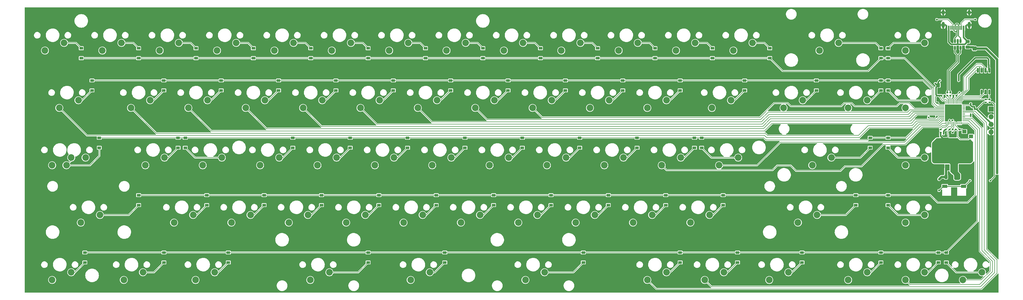
<source format=gbl>
%TF.GenerationSoftware,KiCad,Pcbnew,7.0.11*%
%TF.CreationDate,2024-04-25T10:19:36+05:30*%
%TF.ProjectId,Lexicon 69,4c657869-636f-46e2-9036-392e6b696361,rev?*%
%TF.SameCoordinates,Original*%
%TF.FileFunction,Copper,L2,Bot*%
%TF.FilePolarity,Positive*%
%FSLAX46Y46*%
G04 Gerber Fmt 4.6, Leading zero omitted, Abs format (unit mm)*
G04 Created by KiCad (PCBNEW 7.0.11) date 2024-04-25 10:19:36*
%MOMM*%
%LPD*%
G01*
G04 APERTURE LIST*
G04 Aperture macros list*
%AMRoundRect*
0 Rectangle with rounded corners*
0 $1 Rounding radius*
0 $2 $3 $4 $5 $6 $7 $8 $9 X,Y pos of 4 corners*
0 Add a 4 corners polygon primitive as box body*
4,1,4,$2,$3,$4,$5,$6,$7,$8,$9,$2,$3,0*
0 Add four circle primitives for the rounded corners*
1,1,$1+$1,$2,$3*
1,1,$1+$1,$4,$5*
1,1,$1+$1,$6,$7*
1,1,$1+$1,$8,$9*
0 Add four rect primitives between the rounded corners*
20,1,$1+$1,$2,$3,$4,$5,0*
20,1,$1+$1,$4,$5,$6,$7,0*
20,1,$1+$1,$6,$7,$8,$9,0*
20,1,$1+$1,$8,$9,$2,$3,0*%
G04 Aperture macros list end*
%TA.AperFunction,ComponentPad*%
%ADD10C,2.200000*%
%TD*%
%TA.AperFunction,SMDPad,CuDef*%
%ADD11RoundRect,0.135000X0.185000X-0.135000X0.185000X0.135000X-0.185000X0.135000X-0.185000X-0.135000X0*%
%TD*%
%TA.AperFunction,SMDPad,CuDef*%
%ADD12R,1.200000X0.900000*%
%TD*%
%TA.AperFunction,SMDPad,CuDef*%
%ADD13RoundRect,0.140000X-0.140000X-0.170000X0.140000X-0.170000X0.140000X0.170000X-0.140000X0.170000X0*%
%TD*%
%TA.AperFunction,SMDPad,CuDef*%
%ADD14RoundRect,0.250000X-0.250000X-0.475000X0.250000X-0.475000X0.250000X0.475000X-0.250000X0.475000X0*%
%TD*%
%TA.AperFunction,SMDPad,CuDef*%
%ADD15RoundRect,0.140000X-0.170000X0.140000X-0.170000X-0.140000X0.170000X-0.140000X0.170000X0.140000X0*%
%TD*%
%TA.AperFunction,SMDPad,CuDef*%
%ADD16R,1.400000X1.200000*%
%TD*%
%TA.AperFunction,SMDPad,CuDef*%
%ADD17R,1.800000X1.100000*%
%TD*%
%TA.AperFunction,ComponentPad*%
%ADD18R,1.700000X1.700000*%
%TD*%
%TA.AperFunction,ComponentPad*%
%ADD19O,1.700000X1.700000*%
%TD*%
%TA.AperFunction,SMDPad,CuDef*%
%ADD20RoundRect,0.140000X0.170000X-0.140000X0.170000X0.140000X-0.170000X0.140000X-0.170000X-0.140000X0*%
%TD*%
%TA.AperFunction,SMDPad,CuDef*%
%ADD21RoundRect,0.140000X0.140000X0.170000X-0.140000X0.170000X-0.140000X-0.170000X0.140000X-0.170000X0*%
%TD*%
%TA.AperFunction,SMDPad,CuDef*%
%ADD22RoundRect,0.135000X-0.185000X0.135000X-0.185000X-0.135000X0.185000X-0.135000X0.185000X0.135000X0*%
%TD*%
%TA.AperFunction,SMDPad,CuDef*%
%ADD23RoundRect,0.250000X0.425000X-0.450000X0.425000X0.450000X-0.425000X0.450000X-0.425000X-0.450000X0*%
%TD*%
%TA.AperFunction,SMDPad,CuDef*%
%ADD24R,1.500000X2.000000*%
%TD*%
%TA.AperFunction,SMDPad,CuDef*%
%ADD25R,3.800000X2.000000*%
%TD*%
%TA.AperFunction,SMDPad,CuDef*%
%ADD26RoundRect,0.050000X0.387500X0.050000X-0.387500X0.050000X-0.387500X-0.050000X0.387500X-0.050000X0*%
%TD*%
%TA.AperFunction,SMDPad,CuDef*%
%ADD27RoundRect,0.050000X0.050000X0.387500X-0.050000X0.387500X-0.050000X-0.387500X0.050000X-0.387500X0*%
%TD*%
%TA.AperFunction,SMDPad,CuDef*%
%ADD28R,3.200000X3.200000*%
%TD*%
%TA.AperFunction,SMDPad,CuDef*%
%ADD29RoundRect,0.150000X0.150000X-0.650000X0.150000X0.650000X-0.150000X0.650000X-0.150000X-0.650000X0*%
%TD*%
%TA.AperFunction,SMDPad,CuDef*%
%ADD30RoundRect,0.150000X0.150000X-0.512500X0.150000X0.512500X-0.150000X0.512500X-0.150000X-0.512500X0*%
%TD*%
%TA.AperFunction,SMDPad,CuDef*%
%ADD31R,0.600000X1.450000*%
%TD*%
%TA.AperFunction,SMDPad,CuDef*%
%ADD32R,0.300000X1.450000*%
%TD*%
%TA.AperFunction,ComponentPad*%
%ADD33O,1.000000X1.600000*%
%TD*%
%TA.AperFunction,ComponentPad*%
%ADD34O,1.000000X2.100000*%
%TD*%
%TA.AperFunction,SMDPad,CuDef*%
%ADD35RoundRect,0.243750X0.456250X-0.243750X0.456250X0.243750X-0.456250X0.243750X-0.456250X-0.243750X0*%
%TD*%
%TA.AperFunction,ViaPad*%
%ADD36C,0.600000*%
%TD*%
%TA.AperFunction,Conductor*%
%ADD37C,0.500000*%
%TD*%
%TA.AperFunction,Conductor*%
%ADD38C,0.200000*%
%TD*%
%TA.AperFunction,Conductor*%
%ADD39C,0.800000*%
%TD*%
%TA.AperFunction,Conductor*%
%ADD40C,0.250000*%
%TD*%
%TA.AperFunction,Conductor*%
%ADD41C,0.300000*%
%TD*%
G04 APERTURE END LIST*
D10*
%TO.P,SW68,1,1*%
%TO.N,COL14*%
X359410000Y-162242500D03*
%TO.P,SW68,2,2*%
%TO.N,Net-(D134-A)*%
X365760000Y-159702500D03*
%TD*%
%TO.P,SW8,1,1*%
%TO.N,COL1*%
X83185000Y-105092500D03*
%TO.P,SW8,2,2*%
%TO.N,Net-(D7-A)*%
X89535000Y-102552500D03*
%TD*%
%TO.P,SW29,1,1*%
%TO.N,COL6*%
X168910000Y-86042500D03*
%TO.P,SW29,2,2*%
%TO.N,Net-(D28-A)*%
X175260000Y-83502500D03*
%TD*%
%TO.P,SW41,1,1*%
%TO.N,COL9*%
X226060000Y-86042500D03*
%TO.P,SW41,2,2*%
%TO.N,Net-(D40-A)*%
X232410000Y-83502500D03*
%TD*%
%TO.P,SW39,1,1*%
%TO.N,COL8*%
X202247500Y-124142500D03*
%TO.P,SW39,2,2*%
%TO.N,Net-(D38-A)*%
X208597500Y-121602500D03*
%TD*%
%TO.P,SW18,1,1*%
%TO.N,COL3*%
X106997500Y-124142500D03*
%TO.P,SW18,2,2*%
%TO.N,Net-(D17-A)*%
X113347500Y-121602500D03*
%TD*%
%TO.P,SW6,1,1*%
%TO.N,COL0*%
X56991250Y-162242500D03*
%TO.P,SW6,2,2*%
%TO.N,Net-(D5-A)*%
X63341250Y-159702500D03*
%TD*%
%TO.P,SW79,1,1*%
%TO.N,COL5*%
X142716250Y-162242500D03*
%TO.P,SW79,2,2*%
%TO.N,Net-(D74-A)*%
X149066250Y-159702500D03*
%TD*%
%TO.P,SW33,1,1*%
%TO.N,COL7*%
X187960000Y-86042500D03*
%TO.P,SW33,2,2*%
%TO.N,Net-(D32-A)*%
X194310000Y-83502500D03*
%TD*%
%TO.P,SW20,1,1*%
%TO.N,COL4*%
X130810000Y-86042500D03*
%TO.P,SW20,2,2*%
%TO.N,Net-(D19-A)*%
X137160000Y-83502500D03*
%TD*%
%TO.P,SW47,1,1*%
%TO.N,COL10*%
X254635000Y-105092500D03*
%TO.P,SW47,2,2*%
%TO.N,Net-(D46-A)*%
X260985000Y-102552500D03*
%TD*%
%TO.P,SW75,1,1*%
%TO.N,COL12*%
X278447500Y-124142500D03*
%TO.P,SW75,2,2*%
%TO.N,Net-(D70-A)*%
X284797500Y-121602500D03*
%TD*%
%TO.P,SW49,1,1*%
%TO.N,COL10*%
X230822500Y-143192500D03*
%TO.P,SW49,2,2*%
%TO.N,Net-(D48-A)*%
X237172500Y-140652500D03*
%TD*%
%TO.P,SW57,1,1*%
%TO.N,COL12*%
X299878750Y-105092500D03*
%TO.P,SW57,2,2*%
%TO.N,Net-(D56-A)*%
X306228750Y-102552500D03*
%TD*%
%TO.P,SW36,1,1*%
%TO.N,COL7*%
X173672500Y-143192500D03*
%TO.P,SW36,2,2*%
%TO.N,Net-(D35-A)*%
X180022500Y-140652500D03*
%TD*%
%TO.P,SW78,1,1*%
%TO.N,COL2*%
X104616250Y-162242500D03*
%TO.P,SW78,2,2*%
%TO.N,Net-(D73-A)*%
X110966250Y-159702500D03*
%TD*%
%TO.P,SW59,1,1*%
%TO.N,COL12*%
X321310000Y-162242500D03*
%TO.P,SW59,2,2*%
%TO.N,Net-(D58-A)*%
X327660000Y-159702500D03*
%TD*%
%TO.P,SW42,1,1*%
%TO.N,COL9*%
X235585000Y-105092500D03*
%TO.P,SW42,2,2*%
%TO.N,Net-(D41-A)*%
X241935000Y-102552500D03*
%TD*%
%TO.P,SW28,1,1*%
%TO.N,COL5*%
X135572500Y-143192500D03*
%TO.P,SW28,2,2*%
%TO.N,Net-(D27-A)*%
X141922500Y-140652500D03*
%TD*%
%TO.P,SW38,1,1*%
%TO.N,COL8*%
X216535000Y-105092500D03*
%TO.P,SW38,2,2*%
%TO.N,Net-(D37-A)*%
X222885000Y-102552500D03*
%TD*%
%TO.P,SW22,1,1*%
%TO.N,COL4*%
X126047500Y-124142500D03*
%TO.P,SW22,2,2*%
%TO.N,Net-(D21-A)*%
X132397500Y-121602500D03*
%TD*%
%TO.P,SW56,1,1*%
%TO.N,COL12*%
X283210000Y-86042500D03*
%TO.P,SW56,2,2*%
%TO.N,Net-(D55-A)*%
X289560000Y-83502500D03*
%TD*%
%TO.P,SW26,1,1*%
%TO.N,COL5*%
X159385000Y-105092500D03*
%TO.P,SW26,2,2*%
%TO.N,Net-(D25-A)*%
X165735000Y-102552500D03*
%TD*%
%TO.P,SW31,1,1*%
%TO.N,COL6*%
X164147500Y-124142500D03*
%TO.P,SW31,2,2*%
%TO.N,Net-(D30-A)*%
X170497500Y-121602500D03*
%TD*%
%TO.P,SW4,1,1*%
%TO.N,COL0*%
X56991250Y-124142500D03*
%TO.P,SW4,2,2*%
%TO.N,Net-(D3-A)*%
X63341250Y-121602500D03*
%TD*%
%TO.P,SW54,1,1*%
%TO.N,COL11*%
X249872500Y-143192500D03*
%TO.P,SW54,2,2*%
%TO.N,Net-(D53-A)*%
X256222500Y-140652500D03*
%TD*%
%TO.P,SW30,1,1*%
%TO.N,COL6*%
X178435000Y-105092500D03*
%TO.P,SW30,2,2*%
%TO.N,Net-(D29-A)*%
X184785000Y-102552500D03*
%TD*%
%TO.P,SW1,1,1*%
%TO.N,COL14*%
X340360000Y-86042500D03*
%TO.P,SW1,2,2*%
%TO.N,Net-(D60-A)*%
X346710000Y-83502500D03*
%TD*%
%TO.P,SW48,1,1*%
%TO.N,COL10*%
X240347500Y-124142500D03*
%TO.P,SW48,2,2*%
%TO.N,Net-(D47-A)*%
X246697500Y-121602500D03*
%TD*%
%TO.P,SW40,1,1*%
%TO.N,COL8*%
X192722500Y-143192500D03*
%TO.P,SW40,2,2*%
%TO.N,Net-(D39-A)*%
X199072500Y-140652500D03*
%TD*%
%TO.P,SW21,1,1*%
%TO.N,COL4*%
X140335000Y-105092500D03*
%TO.P,SW21,2,2*%
%TO.N,Net-(D20-A)*%
X146685000Y-102552500D03*
%TD*%
%TO.P,SW17,1,1*%
%TO.N,COL3*%
X121285000Y-105092500D03*
%TO.P,SW17,2,2*%
%TO.N,Net-(D16-A)*%
X127635000Y-102552500D03*
%TD*%
%TO.P,SW23,1,1*%
%TO.N,COL4*%
X116522500Y-143192500D03*
%TO.P,SW23,2,2*%
%TO.N,Net-(D22-A)*%
X122872500Y-140652500D03*
%TD*%
%TO.P,SW16,1,1*%
%TO.N,COL3*%
X111760000Y-86042500D03*
%TO.P,SW16,2,2*%
%TO.N,Net-(D15-A)*%
X118110000Y-83502500D03*
%TD*%
%TO.P,SW51,1,1*%
%TO.N,COL11*%
X264160000Y-86042500D03*
%TO.P,SW51,2,2*%
%TO.N,Net-(D50-A)*%
X270510000Y-83502500D03*
%TD*%
%TO.P,SW52,1,1*%
%TO.N,COL11*%
X276066250Y-105092500D03*
%TO.P,SW52,2,2*%
%TO.N,Net-(D51-A)*%
X282416250Y-102552500D03*
%TD*%
%TO.P,SW25,1,1*%
%TO.N,COL5*%
X149860000Y-86042500D03*
%TO.P,SW25,2,2*%
%TO.N,Net-(D24-A)*%
X156210000Y-83502500D03*
%TD*%
%TO.P,SW12,1,1*%
%TO.N,COL2*%
X102235000Y-105092500D03*
%TO.P,SW12,2,2*%
%TO.N,Net-(D11-A)*%
X108585000Y-102552500D03*
%TD*%
%TO.P,SW7,1,1*%
%TO.N,COL1*%
X73660000Y-86042500D03*
%TO.P,SW7,2,2*%
%TO.N,Net-(D6-A)*%
X80010000Y-83502500D03*
%TD*%
%TO.P,SW37,1,1*%
%TO.N,COL8*%
X207010000Y-86042500D03*
%TO.P,SW37,2,2*%
%TO.N,Net-(D36-A)*%
X213360000Y-83502500D03*
%TD*%
%TO.P,SW43,1,1*%
%TO.N,COL9*%
X221297500Y-124142500D03*
%TO.P,SW43,2,2*%
%TO.N,Net-(D42-A)*%
X227647500Y-121602500D03*
%TD*%
%TO.P,SW58,1,1*%
%TO.N,COL12*%
X268922500Y-143192500D03*
%TO.P,SW58,2,2*%
%TO.N,Net-(D57-A)*%
X275272500Y-140652500D03*
%TD*%
%TO.P,SW55,1,1*%
%TO.N,COL10*%
X273685000Y-162242500D03*
%TO.P,SW55,2,2*%
%TO.N,Net-(D54-A)*%
X280035000Y-159702500D03*
%TD*%
%TO.P,SW50,1,1*%
%TO.N,COL9*%
X254635000Y-162242500D03*
%TO.P,SW50,2,2*%
%TO.N,Net-(D49-A)*%
X260985000Y-159702500D03*
%TD*%
%TO.P,SW64,1,1*%
%TO.N,COL13*%
X340360000Y-162242500D03*
%TO.P,SW64,2,2*%
%TO.N,Net-(D63-A)*%
X346710000Y-159702500D03*
%TD*%
%TO.P,SW3,1,1*%
%TO.N,COL0*%
X59372500Y-105092500D03*
%TO.P,SW3,2,2*%
%TO.N,Net-(D2-A)*%
X65722500Y-102552500D03*
%TD*%
%TO.P,SW46,1,1*%
%TO.N,COL10*%
X245110000Y-86042500D03*
%TO.P,SW46,2,2*%
%TO.N,Net-(D45-A)*%
X251460000Y-83502500D03*
%TD*%
%TO.P,SW15,1,1*%
%TO.N,COL1*%
X80803750Y-162242500D03*
%TO.P,SW15,2,2*%
%TO.N,Net-(D14-A)*%
X87153750Y-159702500D03*
%TD*%
%TO.P,SW11,1,1*%
%TO.N,COL2*%
X92710000Y-86042500D03*
%TO.P,SW11,2,2*%
%TO.N,Net-(D10-A)*%
X99060000Y-83502500D03*
%TD*%
%TO.P,SW82,1,1*%
%TO.N,COL11*%
X295116250Y-162242500D03*
%TO.P,SW82,2,2*%
%TO.N,Net-(D77-A)*%
X301466250Y-159702500D03*
%TD*%
%TO.P,SW27,1,1*%
%TO.N,COL5*%
X145097500Y-124142500D03*
%TO.P,SW27,2,2*%
%TO.N,Net-(D26-A)*%
X151447500Y-121602500D03*
%TD*%
%TO.P,SW35,1,1*%
%TO.N,COL7*%
X183197500Y-124142500D03*
%TO.P,SW35,2,2*%
%TO.N,Net-(D34-A)*%
X189547500Y-121602500D03*
%TD*%
%TO.P,SW19,1,1*%
%TO.N,COL3*%
X97472500Y-143192500D03*
%TO.P,SW19,2,2*%
%TO.N,Net-(D18-A)*%
X103822500Y-140652500D03*
%TD*%
%TO.P,SW67,1,1*%
%TO.N,COL14*%
X340360000Y-124142500D03*
%TO.P,SW67,2,2*%
%TO.N,Net-(D133-A)*%
X346710000Y-121602500D03*
%TD*%
%TO.P,SW44,1,1*%
%TO.N,COL9*%
X211772500Y-143192500D03*
%TO.P,SW44,2,2*%
%TO.N,Net-(D43-A)*%
X218122500Y-140652500D03*
%TD*%
%TO.P,SW53,1,1*%
%TO.N,COL11*%
X259397500Y-124142500D03*
%TO.P,SW53,2,2*%
%TO.N,Net-(D52-A)*%
X265747500Y-121602500D03*
%TD*%
%TO.P,SW77,1,1*%
%TO.N,COL8*%
X214153750Y-162242500D03*
%TO.P,SW77,2,2*%
%TO.N,Net-(D72-A)*%
X220503750Y-159702500D03*
%TD*%
%TO.P,SW63,1,1*%
%TO.N,COL13*%
X304641250Y-143192500D03*
%TO.P,SW63,2,2*%
%TO.N,Net-(D62-A)*%
X310991250Y-140652500D03*
%TD*%
%TO.P,SW2,1,1*%
%TO.N,COL0*%
X54610000Y-86042500D03*
%TO.P,SW2,2,2*%
%TO.N,Net-(D1-A)*%
X60960000Y-83502500D03*
%TD*%
%TO.P,SW32,1,1*%
%TO.N,COL6*%
X154622500Y-143192500D03*
%TO.P,SW32,2,2*%
%TO.N,Net-(D31-A)*%
X160972500Y-140652500D03*
%TD*%
%TO.P,SW5,1,1*%
%TO.N,COL0*%
X66516250Y-143192500D03*
%TO.P,SW5,2,2*%
%TO.N,Net-(D4-A)*%
X72866250Y-140652500D03*
%TD*%
%TO.P,SW62,1,1*%
%TO.N,COL13*%
X309403750Y-124142500D03*
%TO.P,SW62,2,2*%
%TO.N,Net-(D61-A)*%
X315753750Y-121602500D03*
%TD*%
%TO.P,SW13,1,1*%
%TO.N,COL2*%
X87947500Y-124142500D03*
%TO.P,SW13,2,2*%
%TO.N,Net-(D12-A)*%
X94297500Y-121602500D03*
%TD*%
%TO.P,SW70,1,1*%
%TO.N,COL13*%
X311785000Y-86042500D03*
%TO.P,SW70,2,2*%
%TO.N,Net-(D65-A)*%
X318135000Y-83502500D03*
%TD*%
%TO.P,SW69,1,1*%
%TO.N,COL14*%
X340360000Y-143192500D03*
%TO.P,SW69,2,2*%
%TO.N,Net-(D64-A)*%
X346710000Y-140652500D03*
%TD*%
%TO.P,SW71,1,1*%
%TO.N,COL13*%
X321310000Y-105092500D03*
%TO.P,SW71,2,2*%
%TO.N,Net-(D66-A)*%
X327660000Y-102552500D03*
%TD*%
%TO.P,SW24,1,1*%
%TO.N,COL7*%
X176053750Y-162242500D03*
%TO.P,SW24,2,2*%
%TO.N,Net-(D23-A)*%
X182403750Y-159702500D03*
%TD*%
%TO.P,SW66,1,1*%
%TO.N,COL14*%
X340360000Y-105092500D03*
%TO.P,SW66,2,2*%
%TO.N,Net-(D132-A)*%
X346710000Y-102552500D03*
%TD*%
%TO.P,SW34,1,1*%
%TO.N,COL7*%
X197485000Y-105092500D03*
%TO.P,SW34,2,2*%
%TO.N,Net-(D33-A)*%
X203835000Y-102552500D03*
%TD*%
%TO.P,SW9,1,1*%
%TO.N,Net-(D3-A)*%
X61753750Y-124142500D03*
%TO.P,SW9,2,2*%
%TO.N,COL0*%
X68103750Y-121602500D03*
%TD*%
D11*
%TO.P,R10,1*%
%TO.N,Net-(U5-USB_DP)*%
X355250000Y-101010000D03*
%TO.P,R10,2*%
%TO.N,D+*%
X355250000Y-99990000D03*
%TD*%
D12*
%TO.P,D57,1,K*%
%TO.N,ROW3*%
X279796875Y-134081250D03*
%TO.P,D57,2,A*%
%TO.N,Net-(D57-A)*%
X279796875Y-137381250D03*
%TD*%
D11*
%TO.P,R11,1*%
%TO.N,Net-(U5-USB_DM)*%
X354250000Y-101010000D03*
%TO.P,R11,2*%
%TO.N,D-*%
X354250000Y-99990000D03*
%TD*%
D12*
%TO.P,D10,1,K*%
%TO.N,ROW0*%
X104775000Y-88565625D03*
%TO.P,D10,2,A*%
%TO.N,Net-(D10-A)*%
X104775000Y-85265625D03*
%TD*%
D13*
%TO.P,C94,1*%
%TO.N,+3.3V*%
X362020000Y-103750000D03*
%TO.P,C94,2*%
%TO.N,GND*%
X362980000Y-103750000D03*
%TD*%
D12*
%TO.P,D47,1,K*%
%TO.N,ROW2*%
X251221875Y-115031250D03*
%TO.P,D47,2,A*%
%TO.N,Net-(D47-A)*%
X251221875Y-118331250D03*
%TD*%
%TO.P,D36,1,K*%
%TO.N,ROW0*%
X219150000Y-88565625D03*
%TO.P,D36,2,A*%
%TO.N,Net-(D36-A)*%
X219150000Y-85265625D03*
%TD*%
%TO.P,D54,1,K*%
%TO.N,ROW4*%
X284559375Y-153131250D03*
%TO.P,D54,2,A*%
%TO.N,Net-(D54-A)*%
X284559375Y-156431250D03*
%TD*%
D14*
%TO.P,C97,1*%
%TO.N,+3.3V*%
X351300000Y-97500000D03*
%TO.P,C97,2*%
%TO.N,GND*%
X353200000Y-97500000D03*
%TD*%
D12*
%TO.P,D16,1,K*%
%TO.N,ROW1*%
X132159375Y-95981250D03*
%TO.P,D16,2,A*%
%TO.N,Net-(D16-A)*%
X132159375Y-99281250D03*
%TD*%
D15*
%TO.P,C92,1*%
%TO.N,+3.3V*%
X355000000Y-112270000D03*
%TO.P,C92,2*%
%TO.N,GND*%
X355000000Y-113230000D03*
%TD*%
D12*
%TO.P,D12,1,K*%
%TO.N,ROW2*%
X98821875Y-115031250D03*
%TO.P,D12,2,A*%
%TO.N,Net-(D12-A)*%
X98821875Y-118331250D03*
%TD*%
%TO.P,D15,1,K*%
%TO.N,ROW0*%
X123825000Y-88565625D03*
%TO.P,D15,2,A*%
%TO.N,Net-(D15-A)*%
X123825000Y-85265625D03*
%TD*%
D16*
%TO.P,Y2,1,1*%
%TO.N,Net-(U5-XIN)*%
X359900000Y-112950000D03*
%TO.P,Y2,2,2*%
%TO.N,GND*%
X362100000Y-112950000D03*
%TO.P,Y2,3,3*%
%TO.N,Net-(C81-Pad1)*%
X362100000Y-114550000D03*
%TO.P,Y2,4,4*%
%TO.N,GND*%
X359900000Y-114550000D03*
%TD*%
D17*
%TO.P,SW65,1,1*%
%TO.N,/USB_BOOT*%
X359600000Y-131150000D03*
X353400000Y-131150000D03*
%TO.P,SW65,2,2*%
%TO.N,GND*%
X359600000Y-134850000D03*
X353400000Y-134850000D03*
%TD*%
D14*
%TO.P,C84,1*%
%TO.N,+3.3V*%
X357582000Y-128000000D03*
%TO.P,C84,2*%
%TO.N,GND*%
X359482000Y-128000000D03*
%TD*%
D12*
%TO.P,D30,1,K*%
%TO.N,ROW2*%
X175021875Y-115031250D03*
%TO.P,D30,2,A*%
%TO.N,Net-(D30-A)*%
X175021875Y-118331250D03*
%TD*%
%TO.P,D27,1,K*%
%TO.N,ROW3*%
X146446875Y-134081250D03*
%TO.P,D27,2,A*%
%TO.N,Net-(D27-A)*%
X146446875Y-137381250D03*
%TD*%
%TO.P,D17,1,K*%
%TO.N,ROW2*%
X101203125Y-115031250D03*
%TO.P,D17,2,A*%
%TO.N,Net-(D17-A)*%
X101203125Y-118331250D03*
%TD*%
D18*
%TO.P,J5,1,Pin_1*%
%TO.N,/SWCLK*%
X368750000Y-105500000D03*
D19*
%TO.P,J5,2,Pin_2*%
%TO.N,/SWD*%
X368750000Y-108040000D03*
%TO.P,J5,3,Pin_3*%
%TO.N,+3.3V*%
X368750000Y-110580000D03*
%TO.P,J5,4,Pin_4*%
%TO.N,GND*%
X368750000Y-113120000D03*
%TD*%
D12*
%TO.P,D56,1,K*%
%TO.N,ROW1*%
X310750000Y-95981250D03*
%TO.P,D56,2,A*%
%TO.N,Net-(D56-A)*%
X310750000Y-99281250D03*
%TD*%
%TO.P,D22,1,K*%
%TO.N,ROW3*%
X127396875Y-134081250D03*
%TO.P,D22,2,A*%
%TO.N,Net-(D22-A)*%
X127396875Y-137381250D03*
%TD*%
%TO.P,D26,1,K*%
%TO.N,ROW2*%
X155971875Y-115031250D03*
%TO.P,D26,2,A*%
%TO.N,Net-(D26-A)*%
X155971875Y-118331250D03*
%TD*%
%TO.P,D35,1,K*%
%TO.N,ROW3*%
X184546875Y-134081250D03*
%TO.P,D35,2,A*%
%TO.N,Net-(D35-A)*%
X184546875Y-137381250D03*
%TD*%
%TO.P,D6,1,K*%
%TO.N,ROW0*%
X85709375Y-88565625D03*
%TO.P,D6,2,A*%
%TO.N,Net-(D6-A)*%
X85709375Y-85265625D03*
%TD*%
%TO.P,D45,1,K*%
%TO.N,ROW0*%
X257175000Y-88565625D03*
%TO.P,D45,2,A*%
%TO.N,Net-(D45-A)*%
X257175000Y-85265625D03*
%TD*%
%TO.P,D74,1,K*%
%TO.N,ROW4*%
X161925000Y-153131250D03*
%TO.P,D74,2,A*%
%TO.N,Net-(D74-A)*%
X161925000Y-156431250D03*
%TD*%
%TO.P,D43,1,K*%
%TO.N,ROW3*%
X222646875Y-134081250D03*
%TO.P,D43,2,A*%
%TO.N,Net-(D43-A)*%
X222646875Y-137381250D03*
%TD*%
%TO.P,D60,1,K*%
%TO.N,ROW0*%
X334565625Y-88565625D03*
%TO.P,D60,2,A*%
%TO.N,Net-(D60-A)*%
X334565625Y-85265625D03*
%TD*%
D20*
%TO.P,C85,1*%
%TO.N,+1V1*%
X353250000Y-100980000D03*
%TO.P,C85,2*%
%TO.N,GND*%
X353250000Y-100020000D03*
%TD*%
D21*
%TO.P,C90,1*%
%TO.N,+3.3V*%
X350730000Y-108000000D03*
%TO.P,C90,2*%
%TO.N,GND*%
X349770000Y-108000000D03*
%TD*%
D12*
%TO.P,D55,1,K*%
%TO.N,ROW0*%
X295275000Y-88565625D03*
%TO.P,D55,2,A*%
%TO.N,Net-(D55-A)*%
X295275000Y-85265625D03*
%TD*%
%TO.P,D133,1,K*%
%TO.N,ROW2*%
X334565625Y-115031250D03*
%TO.P,D133,2,A*%
%TO.N,Net-(D133-A)*%
X334565625Y-118331250D03*
%TD*%
%TO.P,D1,1,K*%
%TO.N,ROW0*%
X66675000Y-88565625D03*
%TO.P,D1,2,A*%
%TO.N,Net-(D1-A)*%
X66675000Y-85265625D03*
%TD*%
D22*
%TO.P,R12,1*%
%TO.N,Net-(U5-XOUT)*%
X356000000Y-112240000D03*
%TO.P,R12,2*%
%TO.N,Net-(C81-Pad1)*%
X356000000Y-113260000D03*
%TD*%
D23*
%TO.P,C82,1*%
%TO.N,+5V*%
X363250000Y-85350000D03*
%TO.P,C82,2*%
%TO.N,GND*%
X363250000Y-82650000D03*
%TD*%
D24*
%TO.P,U4,1,GND*%
%TO.N,GND*%
X358800000Y-124900000D03*
%TO.P,U4,2,VO*%
%TO.N,+3.3V*%
X356500000Y-124900000D03*
D25*
X356500000Y-118600000D03*
D24*
%TO.P,U4,3,VI*%
%TO.N,+5V*%
X354200000Y-124900000D03*
%TD*%
D12*
%TO.P,D66,1,K*%
%TO.N,ROW1*%
X332184375Y-95981250D03*
%TO.P,D66,2,A*%
%TO.N,Net-(D66-A)*%
X332184375Y-99281250D03*
%TD*%
%TO.P,D77,1,K*%
%TO.N,ROW4*%
X305990625Y-153131250D03*
%TO.P,D77,2,A*%
%TO.N,Net-(D77-A)*%
X305990625Y-156431250D03*
%TD*%
%TO.P,D3,1,K*%
%TO.N,ROW2*%
X72628125Y-115031250D03*
%TO.P,D3,2,A*%
%TO.N,Net-(D3-A)*%
X72628125Y-118331250D03*
%TD*%
%TO.P,D64,1,K*%
%TO.N,ROW3*%
X334565625Y-134081250D03*
%TO.P,D64,2,A*%
%TO.N,Net-(D64-A)*%
X334565625Y-137381250D03*
%TD*%
%TO.P,D7,1,K*%
%TO.N,ROW1*%
X94059375Y-95981250D03*
%TO.P,D7,2,A*%
%TO.N,Net-(D7-A)*%
X94059375Y-99281250D03*
%TD*%
%TO.P,D62,1,K*%
%TO.N,ROW3*%
X323850000Y-134081250D03*
%TO.P,D62,2,A*%
%TO.N,Net-(D62-A)*%
X323850000Y-137381250D03*
%TD*%
%TO.P,D48,1,K*%
%TO.N,ROW3*%
X241696875Y-134081250D03*
%TO.P,D48,2,A*%
%TO.N,Net-(D48-A)*%
X241696875Y-137381250D03*
%TD*%
%TO.P,D32,1,K*%
%TO.N,ROW0*%
X200025000Y-88565625D03*
%TO.P,D32,2,A*%
%TO.N,Net-(D32-A)*%
X200025000Y-85265625D03*
%TD*%
D11*
%TO.P,R2,1*%
%TO.N,GND*%
X350750000Y-76760000D03*
%TO.P,R2,2*%
%TO.N,Net-(J2-CC1)*%
X350750000Y-75740000D03*
%TD*%
D12*
%TO.P,D37,1,K*%
%TO.N,ROW1*%
X227409375Y-95981250D03*
%TO.P,D37,2,A*%
%TO.N,Net-(D37-A)*%
X227409375Y-99281250D03*
%TD*%
%TO.P,D53,1,K*%
%TO.N,ROW3*%
X260746875Y-134081250D03*
%TO.P,D53,2,A*%
%TO.N,Net-(D53-A)*%
X260746875Y-137381250D03*
%TD*%
%TO.P,D70,1,K*%
%TO.N,ROW2*%
X272653125Y-115031250D03*
%TO.P,D70,2,A*%
%TO.N,Net-(D70-A)*%
X272653125Y-118331250D03*
%TD*%
D15*
%TO.P,C70,1*%
%TO.N,/USB_BOOT*%
X351500000Y-132520000D03*
%TO.P,C70,2*%
%TO.N,GND*%
X351500000Y-133480000D03*
%TD*%
D12*
%TO.P,D20,1,K*%
%TO.N,ROW1*%
X151209375Y-95981250D03*
%TO.P,D20,2,A*%
%TO.N,Net-(D20-A)*%
X151209375Y-99281250D03*
%TD*%
D21*
%TO.P,C89,1*%
%TO.N,+3.3V*%
X367980000Y-90750000D03*
%TO.P,C89,2*%
%TO.N,GND*%
X367020000Y-90750000D03*
%TD*%
D12*
%TO.P,D46,1,K*%
%TO.N,ROW1*%
X265509375Y-95981250D03*
%TO.P,D46,2,A*%
%TO.N,Net-(D46-A)*%
X265509375Y-99281250D03*
%TD*%
%TO.P,D14,1,K*%
%TO.N,ROW4*%
X94115625Y-153131250D03*
%TO.P,D14,2,A*%
%TO.N,Net-(D14-A)*%
X94115625Y-156431250D03*
%TD*%
%TO.P,D50,1,K*%
%TO.N,ROW0*%
X276225000Y-88565625D03*
%TO.P,D50,2,A*%
%TO.N,Net-(D50-A)*%
X276225000Y-85265625D03*
%TD*%
D13*
%TO.P,C93,1*%
%TO.N,+3.3V*%
X362020000Y-107750000D03*
%TO.P,C93,2*%
%TO.N,GND*%
X362980000Y-107750000D03*
%TD*%
D11*
%TO.P,R14,1*%
%TO.N,+3.3V*%
X367000000Y-103260000D03*
%TO.P,R14,2*%
%TO.N,/QSPI_SS*%
X367000000Y-102240000D03*
%TD*%
D12*
%TO.P,D28,1,K*%
%TO.N,ROW0*%
X180975000Y-88565625D03*
%TO.P,D28,2,A*%
%TO.N,Net-(D28-A)*%
X180975000Y-85265625D03*
%TD*%
%TO.P,D2,1,K*%
%TO.N,ROW1*%
X70246875Y-95981250D03*
%TO.P,D2,2,A*%
%TO.N,Net-(D2-A)*%
X70246875Y-99281250D03*
%TD*%
D26*
%TO.P,U5,1,IOVDD*%
%TO.N,+3.3V*%
X359687500Y-104150000D03*
%TO.P,U5,2,GPIO0*%
%TO.N,unconnected-(U5-GPIO0-Pad2)*%
X359687500Y-104550000D03*
%TO.P,U5,3,GPIO1*%
%TO.N,unconnected-(U5-GPIO1-Pad3)*%
X359687500Y-104950000D03*
%TO.P,U5,4,GPIO2*%
%TO.N,unconnected-(U5-GPIO2-Pad4)*%
X359687500Y-105350000D03*
%TO.P,U5,5,GPIO3*%
%TO.N,unconnected-(U5-GPIO3-Pad5)*%
X359687500Y-105750000D03*
%TO.P,U5,6,GPIO4*%
%TO.N,COL9*%
X359687500Y-106150000D03*
%TO.P,U5,7,GPIO5*%
%TO.N,COL10*%
X359687500Y-106550000D03*
%TO.P,U5,8,GPIO6*%
%TO.N,unconnected-(U5-GPIO6-Pad8)*%
X359687500Y-106950000D03*
%TO.P,U5,9,GPIO7*%
%TO.N,unconnected-(U5-GPIO7-Pad9)*%
X359687500Y-107350000D03*
%TO.P,U5,10,IOVDD*%
%TO.N,+3.3V*%
X359687500Y-107750000D03*
%TO.P,U5,11,GPIO8*%
%TO.N,unconnected-(U5-GPIO8-Pad11)*%
X359687500Y-108150000D03*
%TO.P,U5,12,GPIO9*%
%TO.N,COL13*%
X359687500Y-108550000D03*
%TO.P,U5,13,GPIO10*%
%TO.N,COL14*%
X359687500Y-108950000D03*
%TO.P,U5,14,GPIO11*%
%TO.N,ROW4*%
X359687500Y-109350000D03*
D27*
%TO.P,U5,15,GPIO12*%
%TO.N,ROW3*%
X358850000Y-110187500D03*
%TO.P,U5,16,GPIO13*%
%TO.N,unconnected-(U5-GPIO13-Pad16)*%
X358450000Y-110187500D03*
%TO.P,U5,17,GPIO14*%
%TO.N,unconnected-(U5-GPIO14-Pad17)*%
X358050000Y-110187500D03*
%TO.P,U5,18,GPIO15*%
%TO.N,unconnected-(U5-GPIO15-Pad18)*%
X357650000Y-110187500D03*
%TO.P,U5,19,TESTEN*%
%TO.N,GND*%
X357250000Y-110187500D03*
%TO.P,U5,20,XIN*%
%TO.N,Net-(U5-XIN)*%
X356850000Y-110187500D03*
%TO.P,U5,21,XOUT*%
%TO.N,Net-(U5-XOUT)*%
X356450000Y-110187500D03*
%TO.P,U5,22,IOVDD*%
%TO.N,+3.3V*%
X356050000Y-110187500D03*
%TO.P,U5,23,DVDD*%
%TO.N,+1V1*%
X355650000Y-110187500D03*
%TO.P,U5,24,SWCLK*%
%TO.N,/SWCLK*%
X355250000Y-110187500D03*
%TO.P,U5,25,SWD*%
%TO.N,/SWD*%
X354850000Y-110187500D03*
%TO.P,U5,26,RUN*%
%TO.N,Net-(U5-RUN)*%
X354450000Y-110187500D03*
%TO.P,U5,27,GPIO16*%
%TO.N,COL11*%
X354050000Y-110187500D03*
%TO.P,U5,28,GPIO17*%
%TO.N,COL12*%
X353650000Y-110187500D03*
D26*
%TO.P,U5,29,GPIO18*%
%TO.N,ROW2*%
X352812500Y-109350000D03*
%TO.P,U5,30,GPIO19*%
%TO.N,COL0*%
X352812500Y-108950000D03*
%TO.P,U5,31,GPIO20*%
%TO.N,COL1*%
X352812500Y-108550000D03*
%TO.P,U5,32,GPIO21*%
%TO.N,COL2*%
X352812500Y-108150000D03*
%TO.P,U5,33,IOVDD*%
%TO.N,+3.3V*%
X352812500Y-107750000D03*
%TO.P,U5,34,GPIO22*%
%TO.N,COL3*%
X352812500Y-107350000D03*
%TO.P,U5,35,GPIO23*%
%TO.N,COL4*%
X352812500Y-106950000D03*
%TO.P,U5,36,GPIO24*%
%TO.N,COL5*%
X352812500Y-106550000D03*
%TO.P,U5,37,GPIO25*%
%TO.N,COL6*%
X352812500Y-106150000D03*
%TO.P,U5,38,GPIO26_ADC0*%
%TO.N,COL7*%
X352812500Y-105750000D03*
%TO.P,U5,39,GPIO27_ADC1*%
%TO.N,COL8*%
X352812500Y-105350000D03*
%TO.P,U5,40,GPIO28_ADC2*%
%TO.N,ROW1*%
X352812500Y-104950000D03*
%TO.P,U5,41,GPIO29_ADC3*%
%TO.N,ROW0*%
X352812500Y-104550000D03*
%TO.P,U5,42,IOVDD*%
%TO.N,+3.3V*%
X352812500Y-104150000D03*
D27*
%TO.P,U5,43,ADC_AVDD*%
X353650000Y-103312500D03*
%TO.P,U5,44,VREG_IN*%
X354050000Y-103312500D03*
%TO.P,U5,45,VREG_VOUT*%
%TO.N,+1V1*%
X354450000Y-103312500D03*
%TO.P,U5,46,USB_DM*%
%TO.N,Net-(U5-USB_DM)*%
X354850000Y-103312500D03*
%TO.P,U5,47,USB_DP*%
%TO.N,Net-(U5-USB_DP)*%
X355250000Y-103312500D03*
%TO.P,U5,48,USB_VDD*%
%TO.N,+3.3V*%
X355650000Y-103312500D03*
%TO.P,U5,49,IOVDD*%
X356050000Y-103312500D03*
%TO.P,U5,50,DVDD*%
%TO.N,+1V1*%
X356450000Y-103312500D03*
%TO.P,U5,51,QSPI_SD3*%
%TO.N,/QSPI_SD3*%
X356850000Y-103312500D03*
%TO.P,U5,52,QSPI_SCLK*%
%TO.N,/QSPI_SCLK*%
X357250000Y-103312500D03*
%TO.P,U5,53,QSPI_SD0*%
%TO.N,/QSPI_SD0*%
X357650000Y-103312500D03*
%TO.P,U5,54,QSPI_SD2*%
%TO.N,/QSPI_SD2*%
X358050000Y-103312500D03*
%TO.P,U5,55,QSPI_SD1*%
%TO.N,/QSPI_SD1*%
X358450000Y-103312500D03*
%TO.P,U5,56,QSPI_SS*%
%TO.N,/QSPI_SS*%
X358850000Y-103312500D03*
D28*
%TO.P,U5,57,GND*%
%TO.N,GND*%
X356250000Y-106750000D03*
%TD*%
D11*
%TO.P,R7,1*%
%TO.N,+3.3V*%
X352000000Y-113260000D03*
%TO.P,R7,2*%
%TO.N,Net-(U5-RUN)*%
X352000000Y-112240000D03*
%TD*%
D12*
%TO.P,D72,1,K*%
%TO.N,ROW4*%
X233362500Y-153131250D03*
%TO.P,D72,2,A*%
%TO.N,Net-(D72-A)*%
X233362500Y-156431250D03*
%TD*%
%TO.P,D49,1,K*%
%TO.N,ROW4*%
X265509375Y-153131250D03*
%TO.P,D49,2,A*%
%TO.N,Net-(D49-A)*%
X265509375Y-156431250D03*
%TD*%
D15*
%TO.P,C80,1*%
%TO.N,Net-(U5-XIN)*%
X358250000Y-112270000D03*
%TO.P,C80,2*%
%TO.N,GND*%
X358250000Y-113230000D03*
%TD*%
D12*
%TO.P,D41,1,K*%
%TO.N,ROW1*%
X246459375Y-95981250D03*
%TO.P,D41,2,A*%
%TO.N,Net-(D41-A)*%
X246459375Y-99281250D03*
%TD*%
%TO.P,D52,1,K*%
%TO.N,ROW2*%
X270271875Y-115031250D03*
%TO.P,D52,2,A*%
%TO.N,Net-(D52-A)*%
X270271875Y-118331250D03*
%TD*%
D20*
%TO.P,C95,1*%
%TO.N,+3.3V*%
X356250000Y-100980000D03*
%TO.P,C95,2*%
%TO.N,GND*%
X356250000Y-100020000D03*
%TD*%
D29*
%TO.P,U6,1,~{CS}*%
%TO.N,/QSPI_SS*%
X368155000Y-99850000D03*
%TO.P,U6,2,DO(IO1)*%
%TO.N,/QSPI_SD1*%
X366885000Y-99850000D03*
%TO.P,U6,3,IO2*%
%TO.N,/QSPI_SD2*%
X365615000Y-99850000D03*
%TO.P,U6,4,GND*%
%TO.N,GND*%
X364345000Y-99850000D03*
%TO.P,U6,5,DI(IO0)*%
%TO.N,/QSPI_SD0*%
X364345000Y-92650000D03*
%TO.P,U6,6,CLK*%
%TO.N,/QSPI_SCLK*%
X365615000Y-92650000D03*
%TO.P,U6,7,IO3*%
%TO.N,/QSPI_SD3*%
X366885000Y-92650000D03*
%TO.P,U6,8,VCC*%
%TO.N,+3.3V*%
X368155000Y-92650000D03*
%TD*%
D12*
%TO.P,D58,1,K*%
%TO.N,ROW4*%
X332184375Y-153131250D03*
%TO.P,D58,2,A*%
%TO.N,Net-(D58-A)*%
X332184375Y-156431250D03*
%TD*%
%TO.P,D31,1,K*%
%TO.N,ROW3*%
X165496875Y-134081250D03*
%TO.P,D31,2,A*%
%TO.N,Net-(D31-A)*%
X165496875Y-137381250D03*
%TD*%
%TO.P,D23,1,K*%
%TO.N,ROW4*%
X187365625Y-153131250D03*
%TO.P,D23,2,A*%
%TO.N,Net-(D23-A)*%
X187365625Y-156431250D03*
%TD*%
%TO.P,D73,1,K*%
%TO.N,ROW4*%
X115490625Y-153131250D03*
%TO.P,D73,2,A*%
%TO.N,Net-(D73-A)*%
X115490625Y-156431250D03*
%TD*%
%TO.P,D61,1,K*%
%TO.N,ROW2*%
X328612500Y-115031250D03*
%TO.P,D61,2,A*%
%TO.N,Net-(D61-A)*%
X328612500Y-118331250D03*
%TD*%
D30*
%TO.P,U2,1,I/O1*%
%TO.N,D+*%
X358650000Y-85137500D03*
%TO.P,U2,2,GND*%
%TO.N,GND*%
X357700000Y-85137500D03*
%TO.P,U2,3,I/O2*%
%TO.N,D-*%
X356750000Y-85137500D03*
%TO.P,U2,4,I/O2*%
%TO.N,USB_D-*%
X356750000Y-82862500D03*
%TO.P,U2,5,VBUS*%
%TO.N,VBUS*%
X357700000Y-82862500D03*
%TO.P,U2,6,I/O1*%
%TO.N,USB_D+*%
X358650000Y-82862500D03*
%TD*%
D12*
%TO.P,D19,1,K*%
%TO.N,ROW0*%
X142875000Y-88565625D03*
%TO.P,D19,2,A*%
%TO.N,Net-(D19-A)*%
X142875000Y-85265625D03*
%TD*%
%TO.P,D4,1,K*%
%TO.N,ROW3*%
X85725000Y-134081250D03*
%TO.P,D4,2,A*%
%TO.N,Net-(D4-A)*%
X85725000Y-137381250D03*
%TD*%
%TO.P,D24,1,K*%
%TO.N,ROW0*%
X161925000Y-88565625D03*
%TO.P,D24,2,A*%
%TO.N,Net-(D24-A)*%
X161925000Y-85265625D03*
%TD*%
%TO.P,D11,1,K*%
%TO.N,ROW1*%
X113109375Y-95981250D03*
%TO.P,D11,2,A*%
%TO.N,Net-(D11-A)*%
X113109375Y-99281250D03*
%TD*%
D20*
%TO.P,C88,1*%
%TO.N,+1V1*%
X357250000Y-100980000D03*
%TO.P,C88,2*%
%TO.N,GND*%
X357250000Y-100020000D03*
%TD*%
D12*
%TO.P,D38,1,K*%
%TO.N,ROW2*%
X213121875Y-115031250D03*
%TO.P,D38,2,A*%
%TO.N,Net-(D38-A)*%
X213121875Y-118331250D03*
%TD*%
D31*
%TO.P,J2,A1,GND*%
%TO.N,GND*%
X353937500Y-78485000D03*
%TO.P,J2,A4,VBUS*%
%TO.N,VBUS*%
X354737500Y-78485000D03*
D32*
%TO.P,J2,A5,CC1*%
%TO.N,Net-(J2-CC1)*%
X355937500Y-78485000D03*
%TO.P,J2,A6,D+*%
%TO.N,USB_D+*%
X356937500Y-78485000D03*
%TO.P,J2,A7,D-*%
%TO.N,USB_D-*%
X357437500Y-78485000D03*
%TO.P,J2,A8,SBU1*%
%TO.N,unconnected-(J2-SBU1-PadA8)*%
X358437500Y-78485000D03*
D31*
%TO.P,J2,A9,VBUS*%
%TO.N,VBUS*%
X359637500Y-78485000D03*
%TO.P,J2,A12,GND*%
%TO.N,GND*%
X360437500Y-78485000D03*
%TO.P,J2,B1,GND*%
X360437500Y-78485000D03*
%TO.P,J2,B4,VBUS*%
%TO.N,VBUS*%
X359637500Y-78485000D03*
D32*
%TO.P,J2,B5,CC2*%
%TO.N,Net-(J2-CC2)*%
X358937500Y-78485000D03*
%TO.P,J2,B6,D+*%
%TO.N,USB_D+*%
X357937500Y-78485000D03*
%TO.P,J2,B7,D-*%
%TO.N,USB_D-*%
X356437500Y-78485000D03*
%TO.P,J2,B8,SBU2*%
%TO.N,unconnected-(J2-SBU2-PadB8)*%
X355437500Y-78485000D03*
D31*
%TO.P,J2,B9,VBUS*%
%TO.N,VBUS*%
X354737500Y-78485000D03*
%TO.P,J2,B12,GND*%
%TO.N,GND*%
X353937500Y-78485000D03*
D33*
%TO.P,J2,S1,SHIELD*%
X352867500Y-73390000D03*
D34*
X352867500Y-77570000D03*
D33*
X361507500Y-73390000D03*
D34*
X361507500Y-77570000D03*
%TD*%
D12*
%TO.P,D33,1,K*%
%TO.N,ROW1*%
X208359375Y-95981250D03*
%TO.P,D33,2,A*%
%TO.N,Net-(D33-A)*%
X208359375Y-99281250D03*
%TD*%
D20*
%TO.P,C91,1*%
%TO.N,+3.3V*%
X351250000Y-100980000D03*
%TO.P,C91,2*%
%TO.N,GND*%
X351250000Y-100020000D03*
%TD*%
D12*
%TO.P,D39,1,K*%
%TO.N,ROW3*%
X203596875Y-134081250D03*
%TO.P,D39,2,A*%
%TO.N,Net-(D39-A)*%
X203596875Y-137381250D03*
%TD*%
D14*
%TO.P,C83,1*%
%TO.N,+5V*%
X353772000Y-128000000D03*
%TO.P,C83,2*%
%TO.N,GND*%
X355672000Y-128000000D03*
%TD*%
D12*
%TO.P,D132,1,K*%
%TO.N,ROW1*%
X334565625Y-95981250D03*
%TO.P,D132,2,A*%
%TO.N,Net-(D132-A)*%
X334565625Y-99281250D03*
%TD*%
%TO.P,D51,1,K*%
%TO.N,ROW1*%
X286940625Y-95981250D03*
%TO.P,D51,2,A*%
%TO.N,Net-(D51-A)*%
X286940625Y-99281250D03*
%TD*%
%TO.P,D40,1,K*%
%TO.N,ROW0*%
X238125000Y-88565625D03*
%TO.P,D40,2,A*%
%TO.N,Net-(D40-A)*%
X238125000Y-85265625D03*
%TD*%
%TO.P,D5,1,K*%
%TO.N,ROW4*%
X67865625Y-153131250D03*
%TO.P,D5,2,A*%
%TO.N,Net-(D5-A)*%
X67865625Y-156431250D03*
%TD*%
%TO.P,D25,1,K*%
%TO.N,ROW1*%
X170259375Y-95981250D03*
%TO.P,D25,2,A*%
%TO.N,Net-(D25-A)*%
X170259375Y-99281250D03*
%TD*%
%TO.P,D34,1,K*%
%TO.N,ROW2*%
X194071875Y-115031250D03*
%TO.P,D34,2,A*%
%TO.N,Net-(D34-A)*%
X194071875Y-118331250D03*
%TD*%
D35*
%TO.P,F1,1*%
%TO.N,+5V*%
X361000000Y-84937500D03*
%TO.P,F1,2*%
%TO.N,VBUS*%
X361000000Y-83062500D03*
%TD*%
D12*
%TO.P,D42,1,K*%
%TO.N,ROW2*%
X232171875Y-115031250D03*
%TO.P,D42,2,A*%
%TO.N,Net-(D42-A)*%
X232171875Y-118331250D03*
%TD*%
D11*
%TO.P,R1,1*%
%TO.N,GND*%
X363500000Y-76760000D03*
%TO.P,R1,2*%
%TO.N,Net-(J2-CC2)*%
X363500000Y-75740000D03*
%TD*%
D12*
%TO.P,D21,1,K*%
%TO.N,ROW2*%
X136921875Y-115031250D03*
%TO.P,D21,2,A*%
%TO.N,Net-(D21-A)*%
X136921875Y-118331250D03*
%TD*%
%TO.P,D65,1,K*%
%TO.N,ROW0*%
X332184375Y-88565625D03*
%TO.P,D65,2,A*%
%TO.N,Net-(D65-A)*%
X332184375Y-85265625D03*
%TD*%
%TO.P,D18,1,K*%
%TO.N,ROW3*%
X108346875Y-134081250D03*
%TO.P,D18,2,A*%
%TO.N,Net-(D18-A)*%
X108346875Y-137381250D03*
%TD*%
D20*
%TO.P,C96,1*%
%TO.N,+3.3V*%
X351000000Y-103480000D03*
%TO.P,C96,2*%
%TO.N,GND*%
X351000000Y-102520000D03*
%TD*%
D15*
%TO.P,C87,1*%
%TO.N,+1V1*%
X353750000Y-112270000D03*
%TO.P,C87,2*%
%TO.N,GND*%
X353750000Y-113230000D03*
%TD*%
%TO.P,C81,1*%
%TO.N,Net-(C81-Pad1)*%
X357000000Y-112270000D03*
%TO.P,C81,2*%
%TO.N,GND*%
X357000000Y-113230000D03*
%TD*%
D11*
%TO.P,R13,1*%
%TO.N,/USB_BOOT*%
X368250000Y-103260000D03*
%TO.P,R13,2*%
%TO.N,/QSPI_SS*%
X368250000Y-102240000D03*
%TD*%
D12*
%TO.P,D134,1,K*%
%TO.N,ROW4*%
X353915625Y-153131250D03*
%TO.P,D134,2,A*%
%TO.N,Net-(D134-A)*%
X353915625Y-156431250D03*
%TD*%
%TO.P,D63,1,K*%
%TO.N,ROW4*%
X351234375Y-153131250D03*
%TO.P,D63,2,A*%
%TO.N,Net-(D63-A)*%
X351234375Y-156431250D03*
%TD*%
%TO.P,D29,1,K*%
%TO.N,ROW1*%
X189309375Y-95981250D03*
%TO.P,D29,2,A*%
%TO.N,Net-(D29-A)*%
X189309375Y-99281250D03*
%TD*%
D20*
%TO.P,C86,1*%
%TO.N,+3.3V*%
X352250000Y-100980000D03*
%TO.P,C86,2*%
%TO.N,GND*%
X352250000Y-100020000D03*
%TD*%
D36*
%TO.N,GND*%
X319000000Y-111750000D03*
X369500000Y-101500000D03*
X356500000Y-114000000D03*
X194250000Y-116750000D03*
X350250000Y-112500000D03*
X257250000Y-86750000D03*
X345750000Y-108250000D03*
X360750000Y-79750000D03*
X151250000Y-97750000D03*
X351500000Y-134500000D03*
X352500000Y-98500000D03*
X165500000Y-135500000D03*
X358000000Y-135000000D03*
X331750000Y-113000000D03*
X360250000Y-103500000D03*
X361100002Y-113500000D03*
X361250000Y-105250000D03*
X312500000Y-105500000D03*
X352500000Y-97000000D03*
X108750000Y-135750000D03*
X187000000Y-154750000D03*
X364750000Y-82000000D03*
X146500000Y-136000000D03*
X354250000Y-129500000D03*
X284500000Y-155000000D03*
X127500000Y-135750000D03*
X332250000Y-97750000D03*
X310750000Y-97750000D03*
X359500000Y-129500000D03*
X184500000Y-135750000D03*
X295250000Y-87000000D03*
X331500000Y-115750000D03*
X349750000Y-76750000D03*
X208250000Y-97500000D03*
X367000000Y-89750000D03*
X104750000Y-87000000D03*
X332500000Y-154750000D03*
X98750000Y-116750000D03*
X296750000Y-112500000D03*
X352000000Y-135500000D03*
X357750000Y-86250000D03*
X362000000Y-79500000D03*
X365500000Y-86750000D03*
X304750000Y-111750000D03*
X363500000Y-108500000D03*
X219250000Y-87000000D03*
X265250000Y-97500000D03*
X370250000Y-129500000D03*
X344250000Y-104000000D03*
X368500000Y-126500000D03*
X362000000Y-125000000D03*
X265750000Y-154750000D03*
X301000000Y-119000000D03*
X352000000Y-79500000D03*
X94000000Y-154750000D03*
X66500000Y-86750000D03*
X324250000Y-118750000D03*
X227250000Y-97500000D03*
X332250000Y-86750000D03*
X355500000Y-129500000D03*
X333250000Y-105500000D03*
X351250000Y-99250000D03*
X363750000Y-81250000D03*
X132250000Y-97250000D03*
X156000000Y-116500000D03*
X72500000Y-116750000D03*
X85750000Y-135750000D03*
X115500000Y-154500000D03*
X363500000Y-77500000D03*
X346250000Y-114250000D03*
X233500000Y-154750000D03*
X279750000Y-135750000D03*
X143000000Y-86750000D03*
X363750000Y-99500000D03*
X357500000Y-105100000D03*
X358600000Y-106500000D03*
X355405330Y-114094670D03*
X359000000Y-114750000D03*
X170250000Y-97750000D03*
X354250000Y-106750000D03*
X353750000Y-114250000D03*
X349000000Y-108000000D03*
X68000000Y-155000000D03*
X162000000Y-154750000D03*
X296500000Y-117000000D03*
X314750000Y-118000000D03*
X356000000Y-81000000D03*
X354250000Y-105000000D03*
X356750000Y-99250000D03*
X335750000Y-103000000D03*
X356250000Y-132250000D03*
X297000000Y-105250000D03*
X334750000Y-97750000D03*
X362000000Y-126500000D03*
X101250000Y-116500000D03*
X357250000Y-108750000D03*
X181000000Y-87000000D03*
X360750000Y-125000000D03*
X351500000Y-102250000D03*
X353250000Y-99250000D03*
X362500000Y-81250000D03*
X360750000Y-126500000D03*
X353500000Y-79750000D03*
X203500000Y-135500000D03*
X136750000Y-116750000D03*
X366500000Y-105500000D03*
X364750000Y-83250000D03*
X70250000Y-97500000D03*
%TO.N,+5V*%
X370750000Y-126750000D03*
X351500000Y-128750000D03*
X352250000Y-128000000D03*
X370750000Y-125500000D03*
%TO.N,+3.3V*%
X356225960Y-101525960D03*
X351750000Y-96000000D03*
X350250000Y-97000000D03*
X363250000Y-104750000D03*
X362000000Y-107150000D03*
X353000000Y-118000000D03*
X348000000Y-108250000D03*
X363255411Y-105500000D03*
X352250000Y-117250000D03*
X358000000Y-96000000D03*
%TO.N,+1V1*%
X353000000Y-113750000D03*
X353174265Y-101575735D03*
X358250000Y-100000000D03*
%TO.N,/USB_BOOT*%
X361750000Y-129250000D03*
X368500000Y-129250000D03*
%TO.N,/SWCLK*%
X356000000Y-109250000D03*
%TO.N,/SWD*%
X354973266Y-109223266D03*
%TD*%
D37*
%TO.N,GND*%
X358250000Y-114000000D02*
X358250000Y-113230000D01*
X364100000Y-99850000D02*
X363750000Y-99500000D01*
X356500000Y-114000000D02*
X357000000Y-113500000D01*
X351000000Y-102520000D02*
X351230000Y-102520000D01*
X353200000Y-97800000D02*
X352500000Y-98500000D01*
X357250000Y-100020000D02*
X356750000Y-99520000D01*
X357250000Y-108750000D02*
X357250000Y-107750000D01*
X363500000Y-108270000D02*
X362980000Y-107750000D01*
X360760000Y-102990000D02*
X362408266Y-102990000D01*
X356250000Y-106350000D02*
X357500000Y-105100000D01*
X353200000Y-97500000D02*
X353000000Y-97500000D01*
X359000000Y-114750000D02*
X359200000Y-114550000D01*
X363500000Y-108500000D02*
X363500000Y-108270000D01*
X362408266Y-102990000D02*
X362980000Y-103561734D01*
X351230000Y-102520000D02*
X351500000Y-102250000D01*
X356250000Y-106750000D02*
X356250000Y-106350000D01*
X362980000Y-103561734D02*
X362980000Y-103750000D01*
X353000000Y-97500000D02*
X352500000Y-97000000D01*
X351250000Y-99250000D02*
X351250000Y-100020000D01*
X359200000Y-114550000D02*
X359900000Y-114550000D01*
X353750000Y-114250000D02*
X353750000Y-113230000D01*
X361650002Y-112950000D02*
X362100000Y-112950000D01*
X367020000Y-89770000D02*
X367020000Y-90750000D01*
D38*
X357250000Y-108750000D02*
X357250000Y-110187500D01*
D37*
X356750000Y-99250000D02*
X356750000Y-99520000D01*
X355000000Y-113689339D02*
X355000000Y-113230000D01*
X357250000Y-107750000D02*
X356250000Y-106750000D01*
X353200000Y-97500000D02*
X353200000Y-97800000D01*
X357700000Y-86200000D02*
X357750000Y-86250000D01*
X367000000Y-89750000D02*
X367020000Y-89770000D01*
X356250000Y-106750000D02*
X356000000Y-106750000D01*
X355405330Y-114094670D02*
X355000000Y-113689339D01*
X356750000Y-99520000D02*
X356250000Y-100020000D01*
X361100002Y-113500000D02*
X361650002Y-112950000D01*
X359000000Y-114750000D02*
X358250000Y-114000000D01*
X360250000Y-103500000D02*
X360760000Y-102990000D01*
X357700000Y-85137500D02*
X357700000Y-86200000D01*
X356250000Y-106750000D02*
X358350000Y-106750000D01*
X364345000Y-99850000D02*
X364100000Y-99850000D01*
X356000000Y-106750000D02*
X354250000Y-105000000D01*
X349000000Y-108000000D02*
X349770000Y-108000000D01*
X354250000Y-106750000D02*
X356250000Y-106750000D01*
X353250000Y-100020000D02*
X353250000Y-99250000D01*
X357000000Y-113500000D02*
X357000000Y-113230000D01*
X353250000Y-100020000D02*
X352250000Y-100020000D01*
X358350000Y-106750000D02*
X358600000Y-106500000D01*
D39*
%TO.N,+5V*%
X361000000Y-84937500D02*
X362837500Y-84937500D01*
X367100000Y-85350000D02*
X363250000Y-85350000D01*
X353772000Y-125328000D02*
X354200000Y-124900000D01*
X370750000Y-125500000D02*
X370750000Y-89000000D01*
X352250000Y-128000000D02*
X353672000Y-128000000D01*
X370750000Y-126750000D02*
X370750000Y-125500000D01*
X362837500Y-84937500D02*
X363250000Y-85350000D01*
X353672000Y-128000000D02*
X353772000Y-128100000D01*
X353772000Y-128100000D02*
X353772000Y-125328000D01*
X370750000Y-89000000D02*
X367100000Y-85350000D01*
X351500000Y-128750000D02*
X352250000Y-128000000D01*
D38*
%TO.N,Net-(U5-XIN)*%
X356850000Y-110870000D02*
X358250000Y-112270000D01*
X359220000Y-112270000D02*
X359900000Y-112950000D01*
X356850000Y-110187500D02*
X356850000Y-110870000D01*
X358250000Y-112270000D02*
X359220000Y-112270000D01*
%TO.N,Net-(C81-Pad1)*%
X361150000Y-115500000D02*
X358500000Y-115500000D01*
X356980000Y-112270000D02*
X356000000Y-113250000D01*
X357270000Y-112270000D02*
X357000000Y-112270000D01*
X356000000Y-113250000D02*
X356000000Y-113260000D01*
X362100000Y-114550000D02*
X361150000Y-115500000D01*
X357640000Y-112640000D02*
X357270000Y-112270000D01*
X357000000Y-112270000D02*
X356980000Y-112270000D01*
X358500000Y-115500000D02*
X357640000Y-114640000D01*
X357640000Y-114640000D02*
X357640000Y-112640000D01*
%TO.N,+3.3V*%
X351670000Y-104150000D02*
X351000000Y-103480000D01*
D37*
X350490000Y-100740000D02*
X350490000Y-98310000D01*
X367500000Y-88500000D02*
X363500000Y-88500000D01*
D38*
X352100000Y-101850000D02*
X351250000Y-101000000D01*
X359687500Y-104150000D02*
X361620000Y-104150000D01*
D40*
X350690001Y-103480000D02*
X351000000Y-103480000D01*
D38*
X352812500Y-104150000D02*
X351670000Y-104150000D01*
D37*
X364000000Y-105500000D02*
X368750000Y-110250000D01*
D38*
X354390000Y-113857156D02*
X354390000Y-112880000D01*
X352574265Y-101824264D02*
X352574265Y-101574265D01*
X356250000Y-100980000D02*
X356250000Y-101550000D01*
D40*
X350365000Y-101385000D02*
X350365000Y-103154999D01*
D38*
X353500000Y-102750000D02*
X352750000Y-102750000D01*
D37*
X352000000Y-114500000D02*
X352000000Y-113260000D01*
D38*
X354500000Y-113967156D02*
X354390000Y-113857156D01*
X356250000Y-101550000D02*
X356225960Y-101525960D01*
X352100000Y-102100000D02*
X352100000Y-101850000D01*
D40*
X350750000Y-101000000D02*
X350365000Y-101385000D01*
X364000000Y-105500000D02*
X366240000Y-103260000D01*
D37*
X351230000Y-101000000D02*
X351250000Y-100980000D01*
X350490000Y-98310000D02*
X351300000Y-97500000D01*
D38*
X353650000Y-103312500D02*
X353650000Y-102900000D01*
X348000000Y-108250000D02*
X348360000Y-108610000D01*
D37*
X363255411Y-104755411D02*
X363250000Y-104750000D01*
D38*
X352574265Y-101574265D02*
X352250000Y-101250000D01*
X352250000Y-101250000D02*
X352250000Y-100980000D01*
D37*
X354500000Y-115250000D02*
X352750000Y-115250000D01*
D38*
X356050000Y-103312500D02*
X356050000Y-101750000D01*
X355650000Y-103312500D02*
X355650000Y-102101920D01*
D37*
X350750000Y-101000000D02*
X351230000Y-101000000D01*
D38*
X359687500Y-107750000D02*
X362020000Y-107750000D01*
D37*
X368000000Y-90770000D02*
X367980000Y-90750000D01*
X352250000Y-100980000D02*
X351250000Y-100980000D01*
X356250000Y-101501920D02*
X356225960Y-101525960D01*
D38*
X353650000Y-102900000D02*
X353500000Y-102750000D01*
D37*
X363500000Y-88500000D02*
X358000000Y-94000000D01*
X356500000Y-118600000D02*
X354500000Y-116600000D01*
X362505411Y-104755411D02*
X362020000Y-104270000D01*
X363255411Y-105500000D02*
X363255411Y-104755411D01*
X368155000Y-92650000D02*
X368000000Y-92495000D01*
X362000000Y-107730000D02*
X362020000Y-107750000D01*
X358000000Y-94000000D02*
X358000000Y-96000000D01*
D38*
X348360000Y-108610000D02*
X350120000Y-108610000D01*
D37*
X363255411Y-104755411D02*
X362505411Y-104755411D01*
D38*
X354500000Y-115250000D02*
X354500000Y-113967156D01*
D37*
X362020000Y-104270000D02*
X362020000Y-103750000D01*
D38*
X354050000Y-103312500D02*
X354050000Y-102550000D01*
D37*
X351300000Y-97500000D02*
X350750000Y-97500000D01*
X363255411Y-105500000D02*
X364000000Y-105500000D01*
X351300000Y-96450000D02*
X351750000Y-96000000D01*
X367980000Y-90750000D02*
X367980000Y-88980000D01*
D38*
X355650000Y-102101920D02*
X356225960Y-101525960D01*
X352750000Y-102750000D02*
X352100000Y-102100000D01*
D37*
X350750000Y-97500000D02*
X350250000Y-97000000D01*
X356250000Y-100980000D02*
X356250000Y-101501920D01*
D38*
X353000001Y-102250000D02*
X352574265Y-101824264D01*
X353750000Y-102250000D02*
X353000001Y-102250000D01*
D37*
X368750000Y-110250000D02*
X368750000Y-110580000D01*
D38*
X350120000Y-108610000D02*
X350730000Y-108000000D01*
D37*
X362000000Y-107150000D02*
X362000000Y-107730000D01*
D40*
X366240000Y-103260000D02*
X367000000Y-103260000D01*
D38*
X356050000Y-110187500D02*
X356050000Y-111200000D01*
X352812500Y-107750000D02*
X350980000Y-107750000D01*
X356250000Y-101550000D02*
X356050000Y-101750000D01*
X350980000Y-107750000D02*
X350730000Y-108000000D01*
X354390000Y-112880000D02*
X355000000Y-112270000D01*
X354050000Y-102550000D02*
X353750000Y-102250000D01*
D37*
X352750000Y-115250000D02*
X352000000Y-114500000D01*
D38*
X355000000Y-112250000D02*
X355000000Y-112270000D01*
D40*
X350365000Y-103154999D02*
X350690001Y-103480000D01*
D38*
X351250000Y-101000000D02*
X351250000Y-100980000D01*
X361620000Y-104150000D02*
X362020000Y-103750000D01*
X356050000Y-111200000D02*
X355000000Y-112250000D01*
D37*
X367980000Y-88980000D02*
X367500000Y-88500000D01*
X368000000Y-92495000D02*
X368000000Y-90770000D01*
X354500000Y-116600000D02*
X354500000Y-115250000D01*
X351300000Y-97500000D02*
X351300000Y-96450000D01*
X350750000Y-101000000D02*
X350490000Y-100740000D01*
D38*
%TO.N,Net-(D1-A)*%
X64911875Y-83502500D02*
X66675000Y-85265625D01*
X60960000Y-83502500D02*
X64911875Y-83502500D01*
%TO.N,Net-(D2-A)*%
X65722500Y-102552500D02*
X66975625Y-102552500D01*
X66975625Y-102552500D02*
X70246875Y-99281250D01*
%TO.N,Net-(D3-A)*%
X61753750Y-124142500D02*
X63341250Y-122555000D01*
X72628125Y-121121875D02*
X72628125Y-118331250D01*
X69607500Y-124142500D02*
X72628125Y-121121875D01*
X63341250Y-122555000D02*
X63341250Y-121602500D01*
X61753750Y-124142500D02*
X69607500Y-124142500D01*
%TO.N,Net-(D4-A)*%
X72866250Y-140652500D02*
X82453750Y-140652500D01*
X82453750Y-140652500D02*
X85725000Y-137381250D01*
%TO.N,Net-(D5-A)*%
X64594375Y-159702500D02*
X67865625Y-156431250D01*
X63341250Y-159702500D02*
X64594375Y-159702500D01*
%TO.N,Net-(D6-A)*%
X80010000Y-83502500D02*
X83946250Y-83502500D01*
X83946250Y-83502500D02*
X85709375Y-85265625D01*
%TO.N,Net-(D7-A)*%
X90788125Y-102552500D02*
X94059375Y-99281250D01*
X89535000Y-102552500D02*
X90788125Y-102552500D01*
%TO.N,Net-(D10-A)*%
X103011875Y-83502500D02*
X104775000Y-85265625D01*
X99060000Y-83502500D02*
X103011875Y-83502500D01*
%TO.N,Net-(D11-A)*%
X108585000Y-102552500D02*
X109838125Y-102552500D01*
X109838125Y-102552500D02*
X113109375Y-99281250D01*
%TO.N,Net-(D12-A)*%
X94297500Y-121602500D02*
X95550625Y-121602500D01*
X95550625Y-121602500D02*
X98821875Y-118331250D01*
%TO.N,Net-(D14-A)*%
X90844375Y-159702500D02*
X94115625Y-156431250D01*
X87153750Y-159702500D02*
X90844375Y-159702500D01*
%TO.N,Net-(D15-A)*%
X118110000Y-83502500D02*
X122061875Y-83502500D01*
X122061875Y-83502500D02*
X123825000Y-85265625D01*
%TO.N,Net-(D16-A)*%
X127635000Y-102552500D02*
X128888125Y-102552500D01*
X128888125Y-102552500D02*
X132159375Y-99281250D01*
%TO.N,Net-(D17-A)*%
X113347500Y-121602500D02*
X104474375Y-121602500D01*
X104474375Y-121602500D02*
X101203125Y-118331250D01*
%TO.N,Net-(D18-A)*%
X105075625Y-140652500D02*
X108346875Y-137381250D01*
X103822500Y-140652500D02*
X105075625Y-140652500D01*
%TO.N,Net-(D19-A)*%
X137160000Y-83502500D02*
X141096250Y-83502500D01*
X141096250Y-83502500D02*
X142859375Y-85265625D01*
%TO.N,Net-(D20-A)*%
X147938125Y-102552500D02*
X151209375Y-99281250D01*
X146685000Y-102552500D02*
X147938125Y-102552500D01*
%TO.N,Net-(D21-A)*%
X132397500Y-121602500D02*
X133650625Y-121602500D01*
X133650625Y-121602500D02*
X136921875Y-118331250D01*
%TO.N,Net-(D23-A)*%
X182403750Y-159702500D02*
X184094375Y-159702500D01*
X184094375Y-159702500D02*
X187365625Y-156431250D01*
%TO.N,Net-(D24-A)*%
X160161875Y-83502500D02*
X161925000Y-85265625D01*
X156210000Y-83502500D02*
X160161875Y-83502500D01*
%TO.N,Net-(D25-A)*%
X165735000Y-102552500D02*
X166988125Y-102552500D01*
X166988125Y-102552500D02*
X170259375Y-99281250D01*
%TO.N,Net-(D26-A)*%
X152700625Y-121602500D02*
X155971875Y-118331250D01*
X151447500Y-121602500D02*
X152700625Y-121602500D01*
%TO.N,Net-(D27-A)*%
X143175625Y-140652500D02*
X146446875Y-137381250D01*
X141922500Y-140652500D02*
X143175625Y-140652500D01*
%TO.N,Net-(D28-A)*%
X175260000Y-83502500D02*
X179211875Y-83502500D01*
X179211875Y-83502500D02*
X180975000Y-85265625D01*
%TO.N,Net-(D29-A)*%
X184785000Y-102552500D02*
X186038125Y-102552500D01*
X186038125Y-102552500D02*
X189309375Y-99281250D01*
%TO.N,Net-(D30-A)*%
X171750625Y-121602500D02*
X175021875Y-118331250D01*
X170497500Y-121602500D02*
X171750625Y-121602500D01*
%TO.N,Net-(D32-A)*%
X198246250Y-83502500D02*
X200009375Y-85265625D01*
X194310000Y-83502500D02*
X198246250Y-83502500D01*
%TO.N,Net-(D33-A)*%
X203835000Y-102552500D02*
X205088125Y-102552500D01*
X205088125Y-102552500D02*
X208359375Y-99281250D01*
%TO.N,Net-(D34-A)*%
X189547500Y-121602500D02*
X190800625Y-121602500D01*
X190800625Y-121602500D02*
X194071875Y-118331250D01*
%TO.N,+1V1*%
X357880000Y-100370000D02*
X357860000Y-100370000D01*
X353250000Y-101000000D02*
X353250000Y-100980000D01*
X357250000Y-101350450D02*
X357250000Y-100980000D01*
X356450000Y-102150450D02*
X357250000Y-101350450D01*
D37*
X353250000Y-101500000D02*
X353174265Y-101575735D01*
X353250000Y-100980000D02*
X353250000Y-101500000D01*
D38*
X355650000Y-110187500D02*
X355650000Y-110968628D01*
D37*
X353632444Y-112270000D02*
X353750000Y-112270000D01*
D38*
X354450000Y-102200000D02*
X353250000Y-101000000D01*
X357860000Y-100370000D02*
X357250000Y-100980000D01*
X355650000Y-110968628D02*
X355368628Y-111250000D01*
D37*
X353000000Y-113750000D02*
X353000000Y-112902444D01*
X353000000Y-112902444D02*
X353632444Y-112270000D01*
D38*
X354750000Y-111250000D02*
X353750000Y-112250000D01*
X353750000Y-112250000D02*
X353750000Y-112270000D01*
X355368628Y-111250000D02*
X354750000Y-111250000D01*
X354450000Y-103312500D02*
X354450000Y-102200000D01*
X358250000Y-100000000D02*
X357880000Y-100370000D01*
X356450000Y-103312500D02*
X356450000Y-102150450D01*
%TO.N,ROW0*%
X276225000Y-88565625D02*
X295275000Y-88565625D01*
X66675000Y-88565625D02*
X276225000Y-88565625D01*
X340065625Y-88565625D02*
X349750000Y-98250000D01*
X334565625Y-88565625D02*
X340065625Y-88565625D01*
X350800000Y-104550000D02*
X352812500Y-104550000D01*
X299578125Y-92868750D02*
X295275000Y-88565625D01*
X332184375Y-88565625D02*
X327881250Y-92868750D01*
X327881250Y-92868750D02*
X299578125Y-92868750D01*
X349750000Y-103500000D02*
X350800000Y-104550000D01*
X332184375Y-88565625D02*
X334565625Y-88565625D01*
X349750000Y-98250000D02*
X349750000Y-103500000D01*
%TO.N,Net-(D65-A)*%
X318135000Y-83502500D02*
X330421250Y-83502500D01*
X330421250Y-83502500D02*
X332184375Y-85265625D01*
D41*
%TO.N,USB_D+*%
X357147500Y-77250000D02*
X356937500Y-77460000D01*
X358650000Y-81868749D02*
X357950000Y-81168749D01*
X357950000Y-81168749D02*
X357950000Y-80208660D01*
X357950000Y-80208660D02*
X357937500Y-80196160D01*
X356937500Y-77460000D02*
X356937500Y-78485000D01*
X357937500Y-78485000D02*
X357937500Y-77510000D01*
X357937500Y-80196160D02*
X357937500Y-78485000D01*
X357937500Y-77510000D02*
X357677500Y-77250000D01*
X357677500Y-77250000D02*
X357147500Y-77250000D01*
X358650000Y-82862500D02*
X358650000Y-81868749D01*
%TO.N,USB_D-*%
X356750000Y-82862500D02*
X356750000Y-81868749D01*
X357437500Y-79750000D02*
X357437500Y-78485000D01*
X357450000Y-80400000D02*
X357437500Y-80387500D01*
X356437500Y-79460000D02*
X356727500Y-79750000D01*
X356437500Y-78485000D02*
X356437500Y-79460000D01*
X356750000Y-81868749D02*
X357450000Y-81168749D01*
X356727500Y-79750000D02*
X357437500Y-79750000D01*
X357450000Y-81168749D02*
X357450000Y-80400000D01*
X357437500Y-80387500D02*
X357437500Y-79750000D01*
D38*
%TO.N,Net-(D35-A)*%
X180022500Y-140652500D02*
X181275625Y-140652500D01*
X181275625Y-140652500D02*
X184546875Y-137381250D01*
%TO.N,Net-(D36-A)*%
X213360000Y-83502500D02*
X217311875Y-83502500D01*
X217311875Y-83502500D02*
X219075000Y-85265625D01*
%TO.N,Net-(D37-A)*%
X224138125Y-102552500D02*
X227409375Y-99281250D01*
X222885000Y-102552500D02*
X224138125Y-102552500D01*
%TO.N,COL1*%
X351000000Y-109500000D02*
X344000000Y-109500000D01*
X351950000Y-108550000D02*
X351000000Y-109500000D01*
X328000000Y-111000000D02*
X324750000Y-114250000D01*
X293750000Y-113500000D02*
X91592500Y-113500000D01*
X342500000Y-111000000D02*
X328000000Y-111000000D01*
X324750000Y-114250000D02*
X294500000Y-114250000D01*
X294500000Y-114250000D02*
X293750000Y-113500000D01*
X91592500Y-113500000D02*
X83185000Y-105092500D01*
X344000000Y-109500000D02*
X342500000Y-111000000D01*
X352812500Y-108550000D02*
X351950000Y-108550000D01*
%TO.N,COL2*%
X342296500Y-110203500D02*
X296046500Y-110203500D01*
X352812500Y-108150000D02*
X351600000Y-108150000D01*
X348184315Y-109000000D02*
X343500000Y-109000000D01*
X343500000Y-109000000D02*
X342296500Y-110203500D01*
X293500000Y-112750000D02*
X109892500Y-112750000D01*
X109892500Y-112750000D02*
X102235000Y-105092500D01*
X348194315Y-109010000D02*
X348184315Y-109000000D01*
X351600000Y-108150000D02*
X350740000Y-109010000D01*
X350740000Y-109010000D02*
X348194315Y-109010000D01*
X296046500Y-110203500D02*
X293500000Y-112750000D01*
%TO.N,COL3*%
X288315077Y-111950000D02*
X288265077Y-112000000D01*
X342000000Y-109500000D02*
X295750000Y-109500000D01*
X293300000Y-111950000D02*
X288315077Y-111950000D01*
X295750000Y-109500000D02*
X293300000Y-111950000D01*
X344150000Y-107350000D02*
X342000000Y-109500000D01*
X288265077Y-112000000D02*
X128192500Y-112000000D01*
X352812500Y-107350000D02*
X344150000Y-107350000D01*
X128192500Y-112000000D02*
X121285000Y-105092500D01*
%TO.N,COL4*%
X341750000Y-108750000D02*
X295500000Y-108750000D01*
X146492500Y-111250000D02*
X140335000Y-105092500D01*
X352812500Y-106950000D02*
X343550000Y-106950000D01*
X293000000Y-111250000D02*
X146492500Y-111250000D01*
X343550000Y-106950000D02*
X341750000Y-108750000D01*
X295500000Y-108750000D02*
X293000000Y-111250000D01*
%TO.N,COL5*%
X292750000Y-110500000D02*
X164792500Y-110500000D01*
X295250000Y-108000000D02*
X292750000Y-110500000D01*
X352812500Y-106550000D02*
X342950000Y-106550000D01*
X164792500Y-110500000D02*
X159385000Y-105092500D01*
X341500000Y-108000000D02*
X295250000Y-108000000D01*
X342950000Y-106550000D02*
X341500000Y-108000000D01*
%TO.N,COL7*%
X341000000Y-106500000D02*
X294750000Y-106500000D01*
X294750000Y-106500000D02*
X292250000Y-109000000D01*
X352812500Y-105750000D02*
X341750000Y-105750000D01*
X292250000Y-109000000D02*
X201392500Y-109000000D01*
X201392500Y-109000000D02*
X197485000Y-105092500D01*
X341750000Y-105750000D02*
X341000000Y-106500000D01*
%TO.N,COL6*%
X341250000Y-107250000D02*
X295000000Y-107250000D01*
X183092500Y-109750000D02*
X178435000Y-105092500D01*
X342350000Y-106150000D02*
X341250000Y-107250000D01*
X292500000Y-109750000D02*
X183092500Y-109750000D01*
X352812500Y-106150000D02*
X342350000Y-106150000D01*
X295000000Y-107250000D02*
X292500000Y-109750000D01*
%TO.N,COL8*%
X219692500Y-108250000D02*
X216535000Y-105092500D01*
X292000000Y-108250000D02*
X219692500Y-108250000D01*
X323500000Y-104500000D02*
X322500000Y-103500000D01*
X301250000Y-103500000D02*
X296750000Y-103500000D01*
X302250000Y-104500000D02*
X301250000Y-103500000D01*
X338500000Y-103500000D02*
X337500000Y-104500000D01*
X296750000Y-103500000D02*
X292000000Y-108250000D01*
X320000000Y-103500000D02*
X319000000Y-104500000D01*
X343350000Y-105350000D02*
X341500000Y-103500000D01*
X341500000Y-103500000D02*
X338500000Y-103500000D01*
X319000000Y-104500000D02*
X302250000Y-104500000D01*
X322500000Y-103500000D02*
X320000000Y-103500000D01*
X352812500Y-105350000D02*
X343350000Y-105350000D01*
X337500000Y-104500000D02*
X323500000Y-104500000D01*
%TO.N,COL9*%
X365500000Y-165250000D02*
X370750000Y-160000000D01*
X257642500Y-165250000D02*
X365500000Y-165250000D01*
X363450000Y-106200000D02*
X359737500Y-106200000D01*
X370750000Y-160000000D02*
X370750000Y-155500000D01*
X370750000Y-155500000D02*
X367250000Y-152000000D01*
X359737500Y-106200000D02*
X359687500Y-106150000D01*
X367250000Y-110000000D02*
X363450000Y-106200000D01*
X254635000Y-162242500D02*
X257642500Y-165250000D01*
X367250000Y-152000000D02*
X367250000Y-110000000D01*
%TO.N,COL10*%
X366500000Y-152250000D02*
X366500000Y-110250000D01*
X370000000Y-159750000D02*
X370000000Y-155750000D01*
X366500000Y-110250000D02*
X362800000Y-106550000D01*
X370000000Y-155750000D02*
X366500000Y-152250000D01*
X365250000Y-164500000D02*
X370000000Y-159750000D01*
X275942500Y-164500000D02*
X365250000Y-164500000D01*
X273685000Y-162242500D02*
X275942500Y-164500000D01*
X362800000Y-106550000D02*
X359687500Y-106550000D01*
%TO.N,COL11*%
X302250000Y-124250000D02*
X304000000Y-126000000D01*
X352000000Y-111500000D02*
X352500000Y-111000000D01*
X318750000Y-126000000D02*
X320250000Y-124500000D01*
X340250000Y-117250000D02*
X346000000Y-111500000D01*
X354050000Y-110650650D02*
X354050000Y-110187500D01*
X304000000Y-126000000D02*
X318750000Y-126000000D01*
X346000000Y-111500000D02*
X352000000Y-111500000D01*
X296250000Y-125750000D02*
X297750000Y-124250000D01*
X333000000Y-117250000D02*
X340250000Y-117250000D01*
X261005000Y-125750000D02*
X296250000Y-125750000D01*
X353700650Y-111000000D02*
X354050000Y-110650650D01*
X320250000Y-124500000D02*
X325750000Y-124500000D01*
X325750000Y-124500000D02*
X333000000Y-117250000D01*
X297750000Y-124250000D02*
X302250000Y-124250000D01*
X352500000Y-111000000D02*
X353700650Y-111000000D01*
X259397500Y-124142500D02*
X261005000Y-125750000D01*
%TO.N,COL12*%
X298750000Y-116500000D02*
X340000000Y-116500000D01*
X291107500Y-124142500D02*
X298750000Y-116500000D01*
X352500000Y-110250000D02*
X353587500Y-110250000D01*
X278447500Y-124142500D02*
X291107500Y-124142500D01*
X353587500Y-110250000D02*
X353650000Y-110187500D01*
X345500000Y-111000000D02*
X351750000Y-111000000D01*
X351750000Y-111000000D02*
X352500000Y-110250000D01*
X340000000Y-116500000D02*
X345500000Y-111000000D01*
%TO.N,COL13*%
X365000000Y-163750000D02*
X341867500Y-163750000D01*
X341867500Y-163750000D02*
X340360000Y-162242500D01*
X369250000Y-159500000D02*
X365000000Y-163750000D01*
X365750000Y-152500000D02*
X369250000Y-156000000D01*
X362550000Y-108550000D02*
X365750000Y-111750000D01*
X359687500Y-108550000D02*
X362550000Y-108550000D01*
X369250000Y-156000000D02*
X369250000Y-159500000D01*
X365750000Y-111750000D02*
X365750000Y-152500000D01*
%TO.N,COL14*%
X359687500Y-108950000D02*
X361950000Y-108950000D01*
X365507500Y-162242500D02*
X359410000Y-162242500D01*
X365000000Y-152750000D02*
X368500000Y-156250000D01*
X368500000Y-159250000D02*
X365507500Y-162242500D01*
X368500000Y-156250000D02*
X368500000Y-159250000D01*
X361950000Y-108950000D02*
X365000000Y-112000000D01*
X365000000Y-112000000D02*
X365000000Y-152750000D01*
%TO.N,ROW1*%
X349250000Y-103750000D02*
X349250000Y-99000000D01*
X350450000Y-104950000D02*
X349250000Y-103750000D01*
X346231250Y-95981250D02*
X334565625Y-95981250D01*
X334565625Y-95981250D02*
X70246875Y-95981250D01*
X349250000Y-99000000D02*
X346231250Y-95981250D01*
X352812500Y-104950000D02*
X350450000Y-104950000D01*
%TO.N,ROW2*%
X340468750Y-115031250D02*
X334565625Y-115031250D01*
X328468750Y-115031250D02*
X327750000Y-115750000D01*
X327750000Y-115750000D02*
X294000000Y-115750000D01*
X351500000Y-110500000D02*
X345000000Y-110500000D01*
X293281250Y-115031250D02*
X72628125Y-115031250D01*
X352650000Y-109350000D02*
X351500000Y-110500000D01*
X352812500Y-109350000D02*
X352650000Y-109350000D01*
X345000000Y-110500000D02*
X340468750Y-115031250D01*
X334565625Y-115031250D02*
X328612500Y-115031250D01*
X294000000Y-115750000D02*
X293281250Y-115031250D01*
X328612500Y-115031250D02*
X328468750Y-115031250D01*
%TO.N,ROW3*%
X363500000Y-134000000D02*
X363500000Y-112500000D01*
X334565625Y-134081250D02*
X348581250Y-134081250D01*
X351000000Y-136500000D02*
X361000000Y-136500000D01*
X348581250Y-134081250D02*
X351000000Y-136500000D01*
X85725000Y-134081250D02*
X334565625Y-134081250D01*
X361187500Y-110187500D02*
X358850000Y-110187500D01*
X361000000Y-136500000D02*
X363500000Y-134000000D01*
X363500000Y-112500000D02*
X361187500Y-110187500D01*
%TO.N,ROW4*%
X353915625Y-153084375D02*
X364250000Y-142750000D01*
X353915625Y-153131250D02*
X353915625Y-153084375D01*
X353915625Y-153131250D02*
X67865625Y-153131250D01*
X361350000Y-109350000D02*
X359687500Y-109350000D01*
X364250000Y-112250000D02*
X361350000Y-109350000D01*
X364250000Y-142750000D02*
X364250000Y-112250000D01*
%TO.N,Net-(J2-CC1)*%
X354490000Y-75740000D02*
X350750000Y-75740000D01*
X355937500Y-78485000D02*
X355937500Y-77187500D01*
X355937500Y-77187500D02*
X354490000Y-75740000D01*
%TO.N,Net-(D38-A)*%
X208597500Y-121602500D02*
X209850625Y-121602500D01*
X209850625Y-121602500D02*
X213121875Y-118331250D01*
%TO.N,Net-(D39-A)*%
X200325625Y-140652500D02*
X203596875Y-137381250D01*
X199072500Y-140652500D02*
X200325625Y-140652500D01*
%TO.N,Net-(D40-A)*%
X236361875Y-83502500D02*
X238125000Y-85265625D01*
X232410000Y-83502500D02*
X236361875Y-83502500D01*
%TO.N,Net-(D41-A)*%
X243188125Y-102552500D02*
X246459375Y-99281250D01*
X241935000Y-102552500D02*
X243188125Y-102552500D01*
%TO.N,Net-(D42-A)*%
X227647500Y-121602500D02*
X228900625Y-121602500D01*
X228900625Y-121602500D02*
X232171875Y-118331250D01*
%TO.N,Net-(D43-A)*%
X218122500Y-140652500D02*
X219375625Y-140652500D01*
X219375625Y-140652500D02*
X222646875Y-137381250D01*
%TO.N,Net-(J2-CC2)*%
X360010000Y-75740000D02*
X363500000Y-75740000D01*
X358937500Y-76812500D02*
X360010000Y-75740000D01*
X358937500Y-78485000D02*
X358937500Y-76812500D01*
%TO.N,Net-(D45-A)*%
X255396250Y-83502500D02*
X257159375Y-85265625D01*
X251460000Y-83502500D02*
X255396250Y-83502500D01*
%TO.N,Net-(D46-A)*%
X260985000Y-102552500D02*
X262238125Y-102552500D01*
X262238125Y-102552500D02*
X265509375Y-99281250D01*
%TO.N,Net-(D47-A)*%
X247950625Y-121602500D02*
X251221875Y-118331250D01*
X246697500Y-121602500D02*
X247950625Y-121602500D01*
%TO.N,Net-(D48-A)*%
X237172500Y-140652500D02*
X238425625Y-140652500D01*
X238425625Y-140652500D02*
X241696875Y-137381250D01*
%TO.N,Net-(D49-A)*%
X262238125Y-159702500D02*
X265509375Y-156431250D01*
X260985000Y-159702500D02*
X262238125Y-159702500D01*
%TO.N,Net-(D50-A)*%
X274461875Y-83502500D02*
X276225000Y-85265625D01*
X270510000Y-83502500D02*
X274461875Y-83502500D01*
%TO.N,Net-(D51-A)*%
X282416250Y-102552500D02*
X283669375Y-102552500D01*
X283669375Y-102552500D02*
X286940625Y-99281250D01*
%TO.N,Net-(D52-A)*%
X267000625Y-121602500D02*
X270271875Y-118331250D01*
X265747500Y-121602500D02*
X267000625Y-121602500D01*
%TO.N,Net-(D53-A)*%
X256222500Y-140652500D02*
X257475625Y-140652500D01*
X257475625Y-140652500D02*
X260746875Y-137381250D01*
%TO.N,Net-(D54-A)*%
X280035000Y-159702500D02*
X281288125Y-159702500D01*
X281288125Y-159702500D02*
X284559375Y-156431250D01*
%TO.N,Net-(D55-A)*%
X293511875Y-83502500D02*
X295275000Y-85265625D01*
X289560000Y-83502500D02*
X293511875Y-83502500D01*
%TO.N,Net-(D56-A)*%
X307478750Y-102552500D02*
X310750000Y-99281250D01*
X306228750Y-102552500D02*
X307478750Y-102552500D01*
%TO.N,Net-(D57-A)*%
X276525625Y-140652500D02*
X279796875Y-137381250D01*
X275272500Y-140652500D02*
X276525625Y-140652500D01*
%TO.N,Net-(D66-A)*%
X332184375Y-99281250D02*
X328913125Y-102552500D01*
X328913125Y-102552500D02*
X327660000Y-102552500D01*
%TO.N,Net-(D62-A)*%
X320578750Y-140652500D02*
X323850000Y-137381250D01*
X310991250Y-140652500D02*
X320578750Y-140652500D01*
%TO.N,Net-(D63-A)*%
X347963125Y-159702500D02*
X351234375Y-156431250D01*
X346710000Y-159702500D02*
X347963125Y-159702500D01*
%TO.N,Net-(D64-A)*%
X337836875Y-140652500D02*
X334565625Y-137381250D01*
X346710000Y-140652500D02*
X337836875Y-140652500D01*
%TO.N,Net-(D132-A)*%
X346710000Y-102552500D02*
X337836875Y-102552500D01*
X337836875Y-102552500D02*
X334565625Y-99281250D01*
%TO.N,Net-(D133-A)*%
X346710000Y-121602500D02*
X337836875Y-121602500D01*
X337836875Y-121602500D02*
X334565625Y-118331250D01*
%TO.N,Net-(D134-A)*%
X365760000Y-159702500D02*
X357186875Y-159702500D01*
X357186875Y-159702500D02*
X353915625Y-156431250D01*
D41*
%TO.N,D+*%
X355250000Y-99990000D02*
X355250000Y-99509999D01*
X358650000Y-86850000D02*
X358650000Y-85137500D01*
X355000000Y-99259999D02*
X355000000Y-92853554D01*
X355250000Y-99509999D02*
X355000000Y-99259999D01*
X355000000Y-92853554D02*
X357950000Y-89903554D01*
X357950000Y-89903554D02*
X357950000Y-87550000D01*
X357950000Y-87550000D02*
X358650000Y-86850000D01*
%TO.N,D-*%
X354500000Y-99259999D02*
X354500000Y-92646446D01*
X357450000Y-87450000D02*
X356750000Y-86750000D01*
X354250000Y-99990000D02*
X354250000Y-99509999D01*
X357450000Y-89696446D02*
X357450000Y-87450000D01*
X354250000Y-99509999D02*
X354500000Y-99259999D01*
X356750000Y-86750000D02*
X356750000Y-85137500D01*
X354500000Y-92646446D02*
X357450000Y-89696446D01*
D38*
%TO.N,Net-(D61-A)*%
X315753750Y-121602500D02*
X325341250Y-121602500D01*
X325341250Y-121602500D02*
X328612500Y-118331250D01*
%TO.N,Net-(D58-A)*%
X327660000Y-159702500D02*
X328913125Y-159702500D01*
X328913125Y-159702500D02*
X332184375Y-156431250D01*
%TO.N,Net-(D22-A)*%
X124125625Y-140652500D02*
X127396875Y-137381250D01*
X122872500Y-140652500D02*
X124125625Y-140652500D01*
%TO.N,Net-(D31-A)*%
X162225625Y-140652500D02*
X165496875Y-137381250D01*
X160972500Y-140652500D02*
X162225625Y-140652500D01*
%TO.N,Net-(D70-A)*%
X284797500Y-121602500D02*
X275924375Y-121602500D01*
X275924375Y-121602500D02*
X272653125Y-118331250D01*
%TO.N,Net-(D72-A)*%
X220503750Y-159702500D02*
X230091250Y-159702500D01*
X230091250Y-159702500D02*
X233362500Y-156431250D01*
%TO.N,Net-(D73-A)*%
X112219375Y-159702500D02*
X115490625Y-156431250D01*
X110966250Y-159702500D02*
X112219375Y-159702500D01*
%TO.N,Net-(D74-A)*%
X158653750Y-159702500D02*
X161925000Y-156431250D01*
X149066250Y-159702500D02*
X158653750Y-159702500D01*
%TO.N,Net-(D77-A)*%
X302719375Y-159702500D02*
X305990625Y-156431250D01*
X301466250Y-159702500D02*
X302719375Y-159702500D01*
%TO.N,Net-(D60-A)*%
X336328750Y-83502500D02*
X334565625Y-85265625D01*
X346710000Y-83502500D02*
X336328750Y-83502500D01*
D37*
%TO.N,VBUS*%
X357700000Y-83950000D02*
X357750000Y-84000000D01*
X359637500Y-78485000D02*
X359637500Y-81700000D01*
X357750000Y-84000000D02*
X360062500Y-84000000D01*
X359637500Y-81700000D02*
X361000000Y-83062500D01*
X360062500Y-84000000D02*
X361000000Y-83062500D01*
X354737500Y-83237500D02*
X354737500Y-78485000D01*
X357750000Y-84000000D02*
X355500000Y-84000000D01*
X355500000Y-84000000D02*
X354737500Y-83237500D01*
X357700000Y-82862500D02*
X357700000Y-83950000D01*
D40*
%TO.N,/USB_BOOT*%
X369260000Y-103260000D02*
X369925000Y-103925000D01*
X352870000Y-131150000D02*
X351500000Y-132520000D01*
X353400000Y-131150000D02*
X359600000Y-131150000D01*
X369925000Y-103925000D02*
X369925000Y-127825000D01*
X353400000Y-131150000D02*
X352870000Y-131150000D01*
X369925000Y-127825000D02*
X368500000Y-129250000D01*
X361750000Y-129250000D02*
X359850000Y-131150000D01*
X359850000Y-131150000D02*
X359600000Y-131150000D01*
X368250000Y-103260000D02*
X369260000Y-103260000D01*
D38*
%TO.N,/SWCLK*%
X356000000Y-109250000D02*
X355724350Y-109250000D01*
X355724350Y-109250000D02*
X355250000Y-109724350D01*
X355250000Y-109724350D02*
X355250000Y-110187500D01*
%TO.N,/SWD*%
X354850000Y-110187500D02*
X354850000Y-109346532D01*
X354850000Y-109346532D02*
X354973266Y-109223266D01*
%TO.N,Net-(U5-USB_DP)*%
X355250000Y-103312500D02*
X355250000Y-101010000D01*
%TO.N,Net-(U5-USB_DM)*%
X354850000Y-101610000D02*
X354250000Y-101010000D01*
X354850000Y-103312500D02*
X354850000Y-101610000D01*
%TO.N,Net-(U5-XOUT)*%
X356450000Y-111550000D02*
X356450000Y-110187500D01*
X356000000Y-112000000D02*
X356450000Y-111550000D01*
X356000000Y-112240000D02*
X356000000Y-112000000D01*
%TO.N,Net-(U5-RUN)*%
X352740000Y-111500000D02*
X352000000Y-112240000D01*
X354450000Y-110187500D02*
X354450000Y-110745624D01*
X353695624Y-111500000D02*
X352740000Y-111500000D01*
X354450000Y-110745624D02*
X353695624Y-111500000D01*
%TO.N,/QSPI_SS*%
X359490000Y-102240000D02*
X367000000Y-102240000D01*
X358850000Y-102874870D02*
X359487435Y-102237435D01*
X368155000Y-102145000D02*
X368250000Y-102240000D01*
X358850000Y-103312500D02*
X358850000Y-102874870D01*
X368250000Y-102240000D02*
X367000000Y-102240000D01*
X359487435Y-102237435D02*
X359490000Y-102240000D01*
X368155000Y-99850000D02*
X368155000Y-102145000D01*
%TO.N,COL0*%
X342750000Y-111750000D02*
X344500000Y-110000000D01*
X325000000Y-115000000D02*
X328250000Y-111750000D01*
X293500000Y-114250000D02*
X294250000Y-115000000D01*
X328250000Y-111750000D02*
X342750000Y-111750000D01*
X59372500Y-105092500D02*
X68530000Y-114250000D01*
X351250000Y-110000000D02*
X352300000Y-108950000D01*
X294250000Y-115000000D02*
X325000000Y-115000000D01*
X352300000Y-108950000D02*
X352812500Y-108950000D01*
X68530000Y-114250000D02*
X293500000Y-114250000D01*
X344500000Y-110000000D02*
X351250000Y-110000000D01*
%TO.N,/QSPI_SD3*%
X365534999Y-90500000D02*
X366885000Y-91850001D01*
X359750000Y-99500000D02*
X359750000Y-94750000D01*
X356850000Y-102400000D02*
X359750000Y-99500000D01*
X366885000Y-91850001D02*
X366885000Y-92650000D01*
X359750000Y-94750000D02*
X364000000Y-90500000D01*
X364000000Y-90500000D02*
X365534999Y-90500000D01*
X356850000Y-103312500D02*
X356850000Y-102400000D01*
%TO.N,/QSPI_SCLK*%
X364250000Y-91250000D02*
X365250000Y-91250000D01*
X360500000Y-95000000D02*
X364250000Y-91250000D01*
X357250000Y-102494974D02*
X360500000Y-99244974D01*
X360500000Y-99244974D02*
X360500000Y-95000000D01*
X357250000Y-103312500D02*
X357250000Y-102494974D01*
X365250000Y-91250000D02*
X365615000Y-91615000D01*
X365615000Y-91615000D02*
X365615000Y-92650000D01*
%TO.N,/QSPI_SD0*%
X361250000Y-98989948D02*
X361250000Y-95250000D01*
X357650000Y-102589948D02*
X361250000Y-98989948D01*
X363850000Y-92650000D02*
X364345000Y-92650000D01*
X357650000Y-103312500D02*
X357650000Y-102589948D01*
X361250000Y-95250000D02*
X363850000Y-92650000D01*
%TO.N,/QSPI_SD2*%
X365014999Y-101250000D02*
X365615000Y-100649999D01*
X358050000Y-103312500D02*
X358050000Y-102684922D01*
X359484922Y-101250000D02*
X365014999Y-101250000D01*
X365615000Y-100649999D02*
X365615000Y-99850000D01*
X358050000Y-102684922D02*
X359484922Y-101250000D01*
%TO.N,/QSPI_SD1*%
X359479896Y-101750000D02*
X365084842Y-101750000D01*
X358450000Y-103312500D02*
X358450000Y-102779896D01*
X365084842Y-101750000D02*
X366885000Y-99949842D01*
X366885000Y-99949842D02*
X366885000Y-99850000D01*
X358450000Y-102779896D02*
X359479896Y-101750000D01*
%TD*%
%TA.AperFunction,Conductor*%
%TO.N,GND*%
G36*
X371167539Y-71707685D02*
G01*
X371213294Y-71760489D01*
X371224500Y-71812000D01*
X371224500Y-88325903D01*
X371204815Y-88392942D01*
X371152011Y-88438697D01*
X371082853Y-88448641D01*
X371019297Y-88419616D01*
X371012819Y-88413584D01*
X367558199Y-84958964D01*
X367547503Y-84946767D01*
X367528286Y-84921722D01*
X367528283Y-84921720D01*
X367528282Y-84921718D01*
X367402841Y-84825464D01*
X367256762Y-84764956D01*
X367256760Y-84764955D01*
X367139361Y-84749500D01*
X367100000Y-84744318D01*
X367068697Y-84748439D01*
X367052513Y-84749500D01*
X364185480Y-84749500D01*
X364118441Y-84729815D01*
X364084968Y-84693371D01*
X364083311Y-84694595D01*
X364065951Y-84671073D01*
X363997150Y-84577850D01*
X363887882Y-84497207D01*
X363887880Y-84497206D01*
X363759700Y-84452353D01*
X363729270Y-84449500D01*
X363729266Y-84449500D01*
X363230048Y-84449500D01*
X363163009Y-84429815D01*
X363154571Y-84423883D01*
X363140341Y-84412964D01*
X363134327Y-84410473D01*
X362994262Y-84352456D01*
X362994260Y-84352455D01*
X362934225Y-84344552D01*
X362837501Y-84331818D01*
X362837500Y-84331818D01*
X362806197Y-84335939D01*
X362790013Y-84337000D01*
X361761797Y-84337000D01*
X361694758Y-84317315D01*
X361688164Y-84312770D01*
X361666179Y-84296545D01*
X361539781Y-84252315D01*
X361539769Y-84252313D01*
X361509768Y-84249500D01*
X361509764Y-84249500D01*
X360749464Y-84249500D01*
X360682425Y-84229815D01*
X360636670Y-84177011D01*
X360626726Y-84107853D01*
X360655751Y-84044297D01*
X360661783Y-84037819D01*
X360750606Y-83948997D01*
X360912784Y-83786819D01*
X360974107Y-83753334D01*
X361000465Y-83750500D01*
X361509768Y-83750500D01*
X361523101Y-83749249D01*
X361539774Y-83747686D01*
X361539778Y-83747684D01*
X361539781Y-83747684D01*
X361610845Y-83722816D01*
X361666179Y-83703455D01*
X361773930Y-83623930D01*
X361853455Y-83516179D01*
X361889624Y-83412814D01*
X361897684Y-83389781D01*
X361897684Y-83389778D01*
X361897686Y-83389774D01*
X361900500Y-83359764D01*
X361900500Y-82765236D01*
X361897686Y-82735226D01*
X361897684Y-82735222D01*
X361897684Y-82735218D01*
X361853455Y-82608821D01*
X361853454Y-82608819D01*
X361773930Y-82501069D01*
X361666180Y-82421545D01*
X361666178Y-82421544D01*
X361539781Y-82377315D01*
X361539769Y-82377313D01*
X361509768Y-82374500D01*
X361509764Y-82374500D01*
X361000466Y-82374500D01*
X360933427Y-82354815D01*
X360912785Y-82338181D01*
X360124319Y-81549715D01*
X360090834Y-81488392D01*
X360088000Y-81462034D01*
X360088000Y-79383266D01*
X360107685Y-79316227D01*
X360108898Y-79314374D01*
X360126367Y-79288231D01*
X360138000Y-79229748D01*
X360138000Y-77740252D01*
X360138000Y-77740249D01*
X360137403Y-77734187D01*
X360139788Y-77733952D01*
X360145062Y-77674910D01*
X360187916Y-77619726D01*
X360220430Y-77604288D01*
X360220227Y-77603797D01*
X360227734Y-77600687D01*
X360227736Y-77600687D01*
X360367733Y-77542698D01*
X360487951Y-77450451D01*
X360553838Y-77364585D01*
X360610264Y-77323385D01*
X360656138Y-77320652D01*
X360656138Y-77320000D01*
X360667085Y-77320000D01*
X360680010Y-77319230D01*
X360681400Y-77320000D01*
X361207500Y-77320000D01*
X361207500Y-77820000D01*
X360707500Y-77820000D01*
X360707500Y-78164930D01*
X360722622Y-78299141D01*
X360782163Y-78469301D01*
X360878077Y-78621948D01*
X361005551Y-78749422D01*
X361158197Y-78845336D01*
X361257500Y-78880082D01*
X361257500Y-78286110D01*
X361281957Y-78325610D01*
X361371462Y-78393201D01*
X361479340Y-78423895D01*
X361591021Y-78413546D01*
X361691422Y-78363552D01*
X361757500Y-78291069D01*
X361757500Y-78880081D01*
X361856802Y-78845336D01*
X362009448Y-78749422D01*
X362136922Y-78621948D01*
X362232836Y-78469301D01*
X362292377Y-78299141D01*
X362307499Y-78164930D01*
X362307500Y-78164930D01*
X362307500Y-77820000D01*
X361807500Y-77820000D01*
X361807500Y-77320000D01*
X362307500Y-77320000D01*
X362307500Y-76975070D01*
X362307499Y-76975069D01*
X362292377Y-76840858D01*
X362232836Y-76670698D01*
X362136922Y-76518051D01*
X362009448Y-76390577D01*
X361856801Y-76294663D01*
X361819302Y-76281542D01*
X361762526Y-76240820D01*
X361736778Y-76175868D01*
X361750234Y-76107306D01*
X361798621Y-76056903D01*
X361860256Y-76040500D01*
X362954669Y-76040500D01*
X363021708Y-76060185D01*
X363042350Y-76076819D01*
X363119596Y-76154065D01*
X363226827Y-76204068D01*
X363275683Y-76210500D01*
X363275684Y-76210500D01*
X363724317Y-76210500D01*
X363740601Y-76208356D01*
X363773173Y-76204068D01*
X363781882Y-76200007D01*
X364457171Y-76200007D01*
X364476464Y-76494363D01*
X364476465Y-76494373D01*
X364476466Y-76494380D01*
X364531641Y-76771769D01*
X364534018Y-76783716D01*
X364534021Y-76783730D01*
X364628849Y-77063080D01*
X364759325Y-77327660D01*
X364759329Y-77327667D01*
X364923225Y-77572955D01*
X365117741Y-77794758D01*
X365339543Y-77989273D01*
X365584835Y-78153172D01*
X365849423Y-78283652D01*
X366128778Y-78378481D01*
X366418120Y-78436034D01*
X366446388Y-78437886D01*
X366712493Y-78455329D01*
X366712500Y-78455329D01*
X366712507Y-78455329D01*
X366948175Y-78439881D01*
X367006880Y-78436034D01*
X367296222Y-78378481D01*
X367575577Y-78283652D01*
X367840165Y-78153172D01*
X368085457Y-77989273D01*
X368307258Y-77794758D01*
X368501773Y-77572957D01*
X368665672Y-77327665D01*
X368796152Y-77063077D01*
X368890981Y-76783722D01*
X368948534Y-76494380D01*
X368958500Y-76342331D01*
X368967829Y-76200007D01*
X368967829Y-76199992D01*
X368948535Y-75905636D01*
X368948534Y-75905620D01*
X368890981Y-75616278D01*
X368796152Y-75336923D01*
X368665672Y-75072336D01*
X368501773Y-74827043D01*
X368377107Y-74684889D01*
X368307258Y-74605241D01*
X368085455Y-74410725D01*
X367840167Y-74246829D01*
X367840160Y-74246825D01*
X367575580Y-74116349D01*
X367296230Y-74021521D01*
X367296224Y-74021519D01*
X367296222Y-74021519D01*
X367006880Y-73963966D01*
X367006873Y-73963965D01*
X367006863Y-73963964D01*
X366712507Y-73944671D01*
X366712493Y-73944671D01*
X366418136Y-73963964D01*
X366418124Y-73963965D01*
X366418120Y-73963966D01*
X366418112Y-73963967D01*
X366418109Y-73963968D01*
X366128783Y-74021518D01*
X366128769Y-74021521D01*
X365849419Y-74116349D01*
X365584834Y-74246828D01*
X365339541Y-74410728D01*
X365117741Y-74605241D01*
X364923228Y-74827041D01*
X364759328Y-75072334D01*
X364628849Y-75336919D01*
X364534021Y-75616269D01*
X364534018Y-75616283D01*
X364476468Y-75905609D01*
X364476464Y-75905636D01*
X364457171Y-76199992D01*
X364457171Y-76200007D01*
X363781882Y-76200007D01*
X363880404Y-76154065D01*
X363964065Y-76070404D01*
X364014068Y-75963173D01*
X364020500Y-75914316D01*
X364020500Y-75565684D01*
X364014068Y-75516827D01*
X363964065Y-75409596D01*
X363880404Y-75325935D01*
X363773173Y-75275932D01*
X363773171Y-75275931D01*
X363773172Y-75275931D01*
X363724317Y-75269500D01*
X363724316Y-75269500D01*
X363275684Y-75269500D01*
X363275683Y-75269500D01*
X363226828Y-75275931D01*
X363119595Y-75325935D01*
X363042350Y-75403181D01*
X362981027Y-75436666D01*
X362954669Y-75439500D01*
X360077138Y-75439500D01*
X360060010Y-75438311D01*
X360052238Y-75437227D01*
X360052235Y-75437227D01*
X360011972Y-75439088D01*
X360005920Y-75439368D01*
X360000195Y-75439500D01*
X359982156Y-75439500D01*
X359982151Y-75439500D01*
X359977326Y-75439948D01*
X359966697Y-75441181D01*
X359940008Y-75442415D01*
X359933663Y-75445215D01*
X359906380Y-75453665D01*
X359899568Y-75454938D01*
X359899567Y-75454939D01*
X359876857Y-75468999D01*
X359861678Y-75477000D01*
X359837235Y-75487793D01*
X359832336Y-75492693D01*
X359809942Y-75510431D01*
X359804048Y-75514080D01*
X359787949Y-75535398D01*
X359776679Y-75548348D01*
X358772486Y-76552541D01*
X358759535Y-76563812D01*
X358753267Y-76568544D01*
X358722022Y-76602818D01*
X358718074Y-76606953D01*
X358705327Y-76619700D01*
X358702246Y-76623411D01*
X358695585Y-76631819D01*
X358677583Y-76651566D01*
X358677583Y-76651567D01*
X358675078Y-76658033D01*
X358661759Y-76683302D01*
X358657845Y-76689015D01*
X358657843Y-76689020D01*
X358651728Y-76715017D01*
X358646651Y-76731413D01*
X358637000Y-76756326D01*
X358637000Y-76763251D01*
X358633706Y-76791641D01*
X358632121Y-76798377D01*
X358632121Y-76798382D01*
X358635811Y-76824833D01*
X358637000Y-76841964D01*
X358637000Y-77435500D01*
X358617315Y-77502539D01*
X358564511Y-77548294D01*
X358513000Y-77559500D01*
X358406385Y-77559500D01*
X358339346Y-77539815D01*
X358293591Y-77487011D01*
X358283337Y-77450838D01*
X358279225Y-77417853D01*
X358278073Y-77408608D01*
X358278070Y-77408603D01*
X358275972Y-77401557D01*
X358273592Y-77394622D01*
X358273592Y-77394619D01*
X358250418Y-77351798D01*
X358248076Y-77347247D01*
X358239759Y-77330234D01*
X358226699Y-77303517D01*
X358226694Y-77303512D01*
X358222419Y-77297525D01*
X358217920Y-77291745D01*
X358217919Y-77291744D01*
X358217918Y-77291742D01*
X358182087Y-77258757D01*
X358178414Y-77255232D01*
X357960137Y-77036955D01*
X357944011Y-77017098D01*
X357938937Y-77009331D01*
X357916024Y-76991497D01*
X357905748Y-76982422D01*
X357904809Y-76981627D01*
X357904807Y-76981625D01*
X357889151Y-76970447D01*
X357885044Y-76967385D01*
X357875897Y-76960266D01*
X357846626Y-76937483D01*
X357846624Y-76937482D01*
X357840140Y-76933973D01*
X357833567Y-76930759D01*
X357786909Y-76916868D01*
X357782032Y-76915306D01*
X357735984Y-76899498D01*
X357728787Y-76898297D01*
X357721451Y-76897382D01*
X357672832Y-76899394D01*
X357667707Y-76899500D01*
X357196711Y-76899500D01*
X357171265Y-76896861D01*
X357162185Y-76894957D01*
X357162184Y-76894957D01*
X357162183Y-76894957D01*
X357133377Y-76898548D01*
X357119711Y-76899396D01*
X357118465Y-76899499D01*
X357099460Y-76902669D01*
X357094403Y-76903405D01*
X357046107Y-76909426D01*
X357039066Y-76911522D01*
X357032118Y-76913908D01*
X356989312Y-76937072D01*
X356984761Y-76939415D01*
X356941013Y-76960803D01*
X356935066Y-76965047D01*
X356929238Y-76969584D01*
X356896280Y-77005386D01*
X356892733Y-77009083D01*
X356724455Y-77177361D01*
X356704606Y-77193482D01*
X356696831Y-77198562D01*
X356678999Y-77221472D01*
X356669894Y-77231784D01*
X356669124Y-77232694D01*
X356657939Y-77248359D01*
X356654878Y-77252463D01*
X356624982Y-77290873D01*
X356621480Y-77297344D01*
X356618260Y-77303932D01*
X356604371Y-77350582D01*
X356602809Y-77355457D01*
X356586999Y-77401513D01*
X356585796Y-77408717D01*
X356584882Y-77416050D01*
X356585475Y-77430377D01*
X356568577Y-77498173D01*
X356517708Y-77546070D01*
X356461581Y-77559500D01*
X356362000Y-77559500D01*
X356294961Y-77539815D01*
X356249206Y-77487011D01*
X356238000Y-77435500D01*
X356238000Y-77254636D01*
X356239189Y-77237505D01*
X356240271Y-77229739D01*
X356240273Y-77229735D01*
X356238132Y-77183420D01*
X356238000Y-77177695D01*
X356238000Y-77159659D01*
X356237546Y-77154766D01*
X356236317Y-77144180D01*
X356235085Y-77117508D01*
X356232288Y-77111175D01*
X356223832Y-77083868D01*
X356222561Y-77077067D01*
X356208499Y-77054356D01*
X356200498Y-77039178D01*
X356189706Y-77014735D01*
X356184809Y-77009838D01*
X356167063Y-76987434D01*
X356165685Y-76985209D01*
X356163419Y-76981548D01*
X356163418Y-76981547D01*
X356163417Y-76981546D01*
X356142102Y-76965450D01*
X356129148Y-76954177D01*
X354749962Y-75574991D01*
X354738687Y-75562035D01*
X354733955Y-75555768D01*
X354699683Y-75524525D01*
X354695560Y-75520589D01*
X354682797Y-75507826D01*
X354682796Y-75507825D01*
X354682794Y-75507823D01*
X354679077Y-75504737D01*
X354670679Y-75498084D01*
X354650933Y-75480084D01*
X354644470Y-75477580D01*
X354619192Y-75464256D01*
X354613481Y-75460344D01*
X354613478Y-75460343D01*
X354613479Y-75460343D01*
X354587483Y-75454228D01*
X354571089Y-75449151D01*
X354546174Y-75439500D01*
X354546173Y-75439500D01*
X354539249Y-75439500D01*
X354510858Y-75436206D01*
X354504119Y-75434621D01*
X354477666Y-75438311D01*
X354460536Y-75439500D01*
X351295331Y-75439500D01*
X351228292Y-75419815D01*
X351207650Y-75403181D01*
X351130404Y-75325935D01*
X351036074Y-75281948D01*
X351023173Y-75275932D01*
X351023171Y-75275931D01*
X351023172Y-75275931D01*
X350974317Y-75269500D01*
X350974316Y-75269500D01*
X350525684Y-75269500D01*
X350525683Y-75269500D01*
X350476828Y-75275931D01*
X350369595Y-75325935D01*
X350285935Y-75409595D01*
X350235931Y-75516828D01*
X350229500Y-75565683D01*
X350229500Y-75914316D01*
X350235931Y-75963171D01*
X350235932Y-75963173D01*
X350285935Y-76070404D01*
X350369596Y-76154065D01*
X350476827Y-76204068D01*
X350525683Y-76210500D01*
X350525684Y-76210500D01*
X350974317Y-76210500D01*
X350990601Y-76208356D01*
X351023173Y-76204068D01*
X351130404Y-76154065D01*
X351207650Y-76076819D01*
X351268973Y-76043334D01*
X351295331Y-76040500D01*
X352514744Y-76040500D01*
X352581783Y-76060185D01*
X352627538Y-76112989D01*
X352637482Y-76182147D01*
X352608457Y-76245703D01*
X352555698Y-76281542D01*
X352518198Y-76294663D01*
X352365551Y-76390577D01*
X352238077Y-76518051D01*
X352142163Y-76670698D01*
X352082622Y-76840858D01*
X352067500Y-76975069D01*
X352067500Y-77320000D01*
X352567500Y-77320000D01*
X352567500Y-77820000D01*
X352067500Y-77820000D01*
X352067500Y-78164930D01*
X352082622Y-78299141D01*
X352142163Y-78469301D01*
X352238077Y-78621948D01*
X352365551Y-78749422D01*
X352518197Y-78845336D01*
X352617500Y-78880082D01*
X352617500Y-78286110D01*
X352641957Y-78325610D01*
X352731462Y-78393201D01*
X352839340Y-78423895D01*
X352951021Y-78413546D01*
X353051422Y-78363552D01*
X353117500Y-78291069D01*
X353117500Y-78880081D01*
X353216802Y-78845336D01*
X353369448Y-78749422D01*
X353496922Y-78621948D01*
X353592836Y-78469301D01*
X353652377Y-78299141D01*
X353667499Y-78164930D01*
X353667500Y-78164930D01*
X353667500Y-77820000D01*
X353167500Y-77820000D01*
X353167500Y-77320000D01*
X353694419Y-77320000D01*
X353696413Y-77318911D01*
X353711665Y-77320000D01*
X353718862Y-77320000D01*
X353718862Y-77320513D01*
X353766106Y-77323887D01*
X353821162Y-77364587D01*
X353867659Y-77425182D01*
X353887049Y-77450451D01*
X354007267Y-77542698D01*
X354147264Y-77600687D01*
X354147265Y-77600687D01*
X354154773Y-77603797D01*
X354154216Y-77605141D01*
X354206288Y-77636875D01*
X354236822Y-77699720D01*
X354236318Y-77734061D01*
X354237597Y-77734187D01*
X354237000Y-77740249D01*
X354237000Y-79229752D01*
X354248631Y-79288228D01*
X354266102Y-79314374D01*
X354286980Y-79381052D01*
X354287000Y-79383266D01*
X354287000Y-83205238D01*
X354286220Y-83219123D01*
X354282229Y-83254536D01*
X354292855Y-83310696D01*
X354293632Y-83315265D01*
X354302152Y-83371791D01*
X354304662Y-83379927D01*
X354307476Y-83387970D01*
X354307476Y-83387971D01*
X354307477Y-83387972D01*
X354320606Y-83412814D01*
X354334188Y-83438511D01*
X354336276Y-83442649D01*
X354361074Y-83494141D01*
X354365862Y-83501165D01*
X354370931Y-83508032D01*
X354370934Y-83508038D01*
X354370938Y-83508042D01*
X354411346Y-83548450D01*
X354414563Y-83551789D01*
X354453447Y-83593696D01*
X354460710Y-83599488D01*
X354460189Y-83600141D01*
X354472430Y-83609534D01*
X355158630Y-84295733D01*
X355167895Y-84306100D01*
X355190121Y-84333970D01*
X355190123Y-84333972D01*
X355237363Y-84366180D01*
X355241145Y-84368863D01*
X355287118Y-84402793D01*
X355294654Y-84406776D01*
X355302319Y-84410467D01*
X355302327Y-84410472D01*
X355327188Y-84418140D01*
X355356980Y-84427330D01*
X355361371Y-84428774D01*
X355415301Y-84447646D01*
X355415305Y-84447646D01*
X355423698Y-84449234D01*
X355432095Y-84450500D01*
X355432098Y-84450500D01*
X355489245Y-84450500D01*
X355493883Y-84450587D01*
X355551009Y-84452725D01*
X355551009Y-84452724D01*
X355551010Y-84452725D01*
X355551010Y-84452724D01*
X355560242Y-84451685D01*
X355560335Y-84452513D01*
X355575639Y-84450500D01*
X356126703Y-84450500D01*
X356193742Y-84470185D01*
X356239497Y-84522989D01*
X356248728Y-84587189D01*
X356249824Y-84587269D01*
X356249500Y-84591737D01*
X356249500Y-85683260D01*
X356259426Y-85751391D01*
X356259427Y-85751393D01*
X356310802Y-85856483D01*
X356363182Y-85908863D01*
X356396666Y-85970184D01*
X356399500Y-85996543D01*
X356399500Y-86700788D01*
X356396861Y-86726232D01*
X356394957Y-86735311D01*
X356394957Y-86735316D01*
X356398548Y-86764121D01*
X356399396Y-86777795D01*
X356399499Y-86779032D01*
X356402666Y-86798015D01*
X356403403Y-86803077D01*
X356409426Y-86851390D01*
X356411524Y-86858435D01*
X356413907Y-86865379D01*
X356413908Y-86865381D01*
X356422708Y-86881641D01*
X356437082Y-86908203D01*
X356439421Y-86912747D01*
X356460802Y-86956484D01*
X356460804Y-86956486D01*
X356460805Y-86956488D01*
X356465062Y-86962451D01*
X356469583Y-86968259D01*
X356505398Y-87001230D01*
X356509096Y-87004778D01*
X357063181Y-87558863D01*
X357096666Y-87620186D01*
X357099500Y-87646544D01*
X357099500Y-89499901D01*
X357079815Y-89566940D01*
X357063181Y-89587582D01*
X354286955Y-92363807D01*
X354267106Y-92379928D01*
X354259331Y-92385008D01*
X354241499Y-92407918D01*
X354232394Y-92418230D01*
X354231624Y-92419140D01*
X354220439Y-92434805D01*
X354217378Y-92438909D01*
X354187482Y-92477319D01*
X354183980Y-92483790D01*
X354180760Y-92490378D01*
X354166871Y-92537028D01*
X354165309Y-92541903D01*
X354149499Y-92587959D01*
X354148296Y-92595163D01*
X354147382Y-92602494D01*
X354149394Y-92651113D01*
X354149500Y-92656238D01*
X354149500Y-99063453D01*
X354129815Y-99130492D01*
X354113181Y-99151135D01*
X354036952Y-99227363D01*
X354017102Y-99243483D01*
X354009332Y-99248559D01*
X354009332Y-99248560D01*
X353991499Y-99271471D01*
X353982394Y-99281783D01*
X353981624Y-99282693D01*
X353970439Y-99298358D01*
X353967378Y-99302462D01*
X353937482Y-99340872D01*
X353933980Y-99347343D01*
X353930760Y-99353931D01*
X353916871Y-99400581D01*
X353915309Y-99405456D01*
X353899499Y-99451512D01*
X353898296Y-99458716D01*
X353897382Y-99466047D01*
X353898396Y-99490541D01*
X353881499Y-99558337D01*
X353862184Y-99583347D01*
X353785934Y-99659597D01*
X353735931Y-99766828D01*
X353729500Y-99815683D01*
X353729500Y-100164316D01*
X353735931Y-100213171D01*
X353785935Y-100320404D01*
X353877267Y-100411736D01*
X353874443Y-100414559D01*
X353905183Y-100453042D01*
X353912352Y-100522542D01*
X353880808Y-100584886D01*
X353877099Y-100588099D01*
X353877266Y-100588266D01*
X353869597Y-100595934D01*
X353869596Y-100595935D01*
X353864143Y-100601388D01*
X353851215Y-100614316D01*
X353789891Y-100647800D01*
X353720199Y-100642814D01*
X353675854Y-100614314D01*
X353618316Y-100556776D01*
X353595061Y-100545932D01*
X353509487Y-100506028D01*
X353509485Y-100506027D01*
X353509486Y-100506027D01*
X353459901Y-100499500D01*
X353040105Y-100499500D01*
X353024386Y-100501569D01*
X352990513Y-100506028D01*
X352990511Y-100506029D01*
X352990509Y-100506029D01*
X352881683Y-100556776D01*
X352837681Y-100600779D01*
X352776358Y-100634264D01*
X352706666Y-100629280D01*
X352662319Y-100600779D01*
X352618316Y-100556776D01*
X352595061Y-100545932D01*
X352509487Y-100506028D01*
X352509485Y-100506027D01*
X352509486Y-100506027D01*
X352459901Y-100499500D01*
X352040105Y-100499500D01*
X352024386Y-100501569D01*
X351990513Y-100506028D01*
X351990511Y-100506029D01*
X351990509Y-100506029D01*
X351965092Y-100517882D01*
X351912687Y-100529500D01*
X351587313Y-100529500D01*
X351534908Y-100517882D01*
X351509489Y-100506029D01*
X351509487Y-100506028D01*
X351509485Y-100506027D01*
X351509483Y-100506027D01*
X351459902Y-100499500D01*
X351064500Y-100499500D01*
X350997461Y-100479815D01*
X350951706Y-100427011D01*
X350940500Y-100375500D01*
X350940500Y-98549500D01*
X350960185Y-98482461D01*
X351012989Y-98436706D01*
X351064500Y-98425500D01*
X351604270Y-98425500D01*
X351634699Y-98422646D01*
X351634701Y-98422646D01*
X351700918Y-98399475D01*
X351762882Y-98377793D01*
X351872150Y-98297150D01*
X351952793Y-98187882D01*
X351984553Y-98097118D01*
X351997646Y-98059701D01*
X351997646Y-98059699D01*
X352000500Y-98029269D01*
X352000500Y-96970730D01*
X351997646Y-96940300D01*
X351997646Y-96940298D01*
X351952793Y-96812119D01*
X351952792Y-96812117D01*
X351911272Y-96755859D01*
X351872150Y-96702850D01*
X351872148Y-96702849D01*
X351872148Y-96702848D01*
X351865882Y-96696582D01*
X351832397Y-96635259D01*
X351837381Y-96565567D01*
X351865880Y-96521221D01*
X351891095Y-96496006D01*
X351943840Y-96464713D01*
X351960053Y-96459953D01*
X351973988Y-96450998D01*
X352081123Y-96382146D01*
X352081122Y-96382146D01*
X352081128Y-96382143D01*
X352175377Y-96273373D01*
X352235165Y-96142457D01*
X352255647Y-96000000D01*
X352235165Y-95857543D01*
X352175377Y-95726627D01*
X352081128Y-95617857D01*
X351960053Y-95540047D01*
X351960051Y-95540046D01*
X351960049Y-95540045D01*
X351960050Y-95540045D01*
X351821963Y-95499500D01*
X351821961Y-95499500D01*
X351678039Y-95499500D01*
X351678036Y-95499500D01*
X351539949Y-95540045D01*
X351418873Y-95617856D01*
X351324623Y-95726626D01*
X351324621Y-95726629D01*
X351282095Y-95819745D01*
X351256983Y-95855912D01*
X351004263Y-96108632D01*
X350993898Y-96117895D01*
X350966033Y-96140117D01*
X350966030Y-96140121D01*
X350933823Y-96187357D01*
X350931144Y-96191132D01*
X350897206Y-96237118D01*
X350893216Y-96244667D01*
X350889528Y-96252325D01*
X350872673Y-96306967D01*
X350871225Y-96311368D01*
X350852353Y-96365304D01*
X350850771Y-96373659D01*
X350849500Y-96382100D01*
X350849500Y-96439260D01*
X350849413Y-96443897D01*
X350847275Y-96501009D01*
X350848316Y-96510243D01*
X350847485Y-96510336D01*
X350849500Y-96525635D01*
X350849500Y-96550470D01*
X350829815Y-96617509D01*
X350799133Y-96650240D01*
X350775535Y-96667656D01*
X350709906Y-96691627D01*
X350641736Y-96676311D01*
X350608190Y-96649089D01*
X350581128Y-96617857D01*
X350460053Y-96540047D01*
X350460051Y-96540046D01*
X350460049Y-96540045D01*
X350460050Y-96540045D01*
X350321963Y-96499500D01*
X350321961Y-96499500D01*
X350178039Y-96499500D01*
X350178036Y-96499500D01*
X350039949Y-96540045D01*
X349918873Y-96617856D01*
X349824623Y-96726626D01*
X349824622Y-96726628D01*
X349764834Y-96857543D01*
X349744353Y-97000000D01*
X349764834Y-97142456D01*
X349824622Y-97273371D01*
X349824623Y-97273373D01*
X349918872Y-97382143D01*
X349918874Y-97382144D01*
X349918876Y-97382146D01*
X350039941Y-97459950D01*
X350039944Y-97459952D01*
X350039946Y-97459952D01*
X350039947Y-97459953D01*
X350056158Y-97464712D01*
X350108906Y-97496009D01*
X350300215Y-97687318D01*
X350333700Y-97748641D01*
X350328716Y-97818333D01*
X350300215Y-97862680D01*
X350194263Y-97968632D01*
X350183898Y-97977895D01*
X350156033Y-98000117D01*
X350156030Y-98000121D01*
X350148359Y-98011372D01*
X350094328Y-98055672D01*
X350024924Y-98063728D01*
X349971182Y-98040470D01*
X349954608Y-98027954D01*
X349941653Y-98016681D01*
X340325587Y-88400616D01*
X340314312Y-88387660D01*
X340309580Y-88381393D01*
X340275308Y-88350150D01*
X340271185Y-88346214D01*
X340258422Y-88333451D01*
X340258421Y-88333450D01*
X340258419Y-88333448D01*
X340254702Y-88330362D01*
X340246304Y-88323709D01*
X340226558Y-88305709D01*
X340220095Y-88303205D01*
X340194817Y-88289881D01*
X340189106Y-88285969D01*
X340189103Y-88285968D01*
X340189104Y-88285968D01*
X340163108Y-88279853D01*
X340146714Y-88274776D01*
X340121799Y-88265125D01*
X340121798Y-88265125D01*
X340114874Y-88265125D01*
X340086483Y-88261831D01*
X340079744Y-88260246D01*
X340053291Y-88263936D01*
X340036161Y-88265125D01*
X335490125Y-88265125D01*
X335423086Y-88245440D01*
X335377331Y-88192636D01*
X335366125Y-88141125D01*
X335366125Y-88095874D01*
X335366124Y-88095872D01*
X335354493Y-88037395D01*
X335354492Y-88037394D01*
X335310177Y-87971072D01*
X335243855Y-87926757D01*
X335243854Y-87926756D01*
X335185377Y-87915125D01*
X335185373Y-87915125D01*
X333945877Y-87915125D01*
X333945872Y-87915125D01*
X333887395Y-87926756D01*
X333887394Y-87926757D01*
X333821072Y-87971072D01*
X333776757Y-88037394D01*
X333776756Y-88037395D01*
X333765125Y-88095872D01*
X333765125Y-88141125D01*
X333745440Y-88208164D01*
X333692636Y-88253919D01*
X333641125Y-88265125D01*
X333108875Y-88265125D01*
X333041836Y-88245440D01*
X332996081Y-88192636D01*
X332984875Y-88141125D01*
X332984875Y-88095874D01*
X332984874Y-88095872D01*
X332973243Y-88037395D01*
X332973242Y-88037394D01*
X332928927Y-87971072D01*
X332862605Y-87926757D01*
X332862604Y-87926756D01*
X332804127Y-87915125D01*
X332804123Y-87915125D01*
X331564627Y-87915125D01*
X331564622Y-87915125D01*
X331506145Y-87926756D01*
X331506144Y-87926757D01*
X331439822Y-87971072D01*
X331395507Y-88037394D01*
X331395506Y-88037395D01*
X331383875Y-88095872D01*
X331383875Y-88889792D01*
X331364190Y-88956831D01*
X331347556Y-88977473D01*
X327793098Y-92531931D01*
X327731775Y-92565416D01*
X327705417Y-92568250D01*
X299753958Y-92568250D01*
X299686919Y-92548565D01*
X299666277Y-92531931D01*
X296427013Y-89292667D01*
X300176833Y-89292667D01*
X300206910Y-89591642D01*
X300206911Y-89591649D01*
X300276568Y-89883941D01*
X300276571Y-89883953D01*
X300384566Y-90164353D01*
X300384573Y-90164368D01*
X300528979Y-90427875D01*
X300528983Y-90427881D01*
X300620296Y-90551812D01*
X300707223Y-90669790D01*
X300916121Y-90885789D01*
X301151946Y-91072018D01*
X301410487Y-91225152D01*
X301687133Y-91342460D01*
X301687136Y-91342460D01*
X301687139Y-91342462D01*
X301832039Y-91382154D01*
X301976946Y-91421848D01*
X302274755Y-91461900D01*
X302274760Y-91461900D01*
X302500041Y-91461900D01*
X302663513Y-91450956D01*
X302724819Y-91446852D01*
X303019287Y-91386999D01*
X303303151Y-91288431D01*
X303571343Y-91152907D01*
X303819080Y-90982846D01*
X304041939Y-90781282D01*
X304235943Y-90551812D01*
X304397631Y-90298532D01*
X304524118Y-90025960D01*
X304613146Y-89738962D01*
X304663126Y-89442658D01*
X304668141Y-89292667D01*
X323976833Y-89292667D01*
X324006910Y-89591642D01*
X324006911Y-89591649D01*
X324076568Y-89883941D01*
X324076571Y-89883953D01*
X324184566Y-90164353D01*
X324184573Y-90164368D01*
X324328979Y-90427875D01*
X324328983Y-90427881D01*
X324420296Y-90551812D01*
X324507223Y-90669790D01*
X324716121Y-90885789D01*
X324951946Y-91072018D01*
X325210487Y-91225152D01*
X325487133Y-91342460D01*
X325487136Y-91342460D01*
X325487139Y-91342462D01*
X325632039Y-91382154D01*
X325776946Y-91421848D01*
X326074755Y-91461900D01*
X326074760Y-91461900D01*
X326300041Y-91461900D01*
X326463513Y-91450956D01*
X326524819Y-91446852D01*
X326819287Y-91386999D01*
X327103151Y-91288431D01*
X327371343Y-91152907D01*
X327619080Y-90982846D01*
X327841939Y-90781282D01*
X328035943Y-90551812D01*
X328197631Y-90298532D01*
X328324118Y-90025960D01*
X328413146Y-89738962D01*
X328463126Y-89442658D01*
X328473167Y-89142336D01*
X328443089Y-88843355D01*
X328373430Y-88551051D01*
X328265431Y-88270640D01*
X328121021Y-88007125D01*
X327942777Y-87765210D01*
X327733879Y-87549211D01*
X327733872Y-87549205D01*
X327498055Y-87362983D01*
X327498056Y-87362983D01*
X327498054Y-87362982D01*
X327239513Y-87209848D01*
X326962867Y-87092540D01*
X326962860Y-87092537D01*
X326673059Y-87013153D01*
X326673056Y-87013152D01*
X326673054Y-87013152D01*
X326375245Y-86973100D01*
X326149967Y-86973100D01*
X326149959Y-86973100D01*
X325925183Y-86988147D01*
X325925174Y-86988149D01*
X325630710Y-87048001D01*
X325346847Y-87146569D01*
X325346844Y-87146571D01*
X325078662Y-87282089D01*
X324830918Y-87452155D01*
X324608062Y-87653716D01*
X324414058Y-87883186D01*
X324414056Y-87883188D01*
X324252366Y-88136472D01*
X324135803Y-88387660D01*
X324125882Y-88409040D01*
X324113598Y-88448641D01*
X324036854Y-88696035D01*
X323999726Y-88916150D01*
X323986874Y-88992342D01*
X323979331Y-89217965D01*
X323976833Y-89292667D01*
X304668141Y-89292667D01*
X304673167Y-89142336D01*
X304643089Y-88843355D01*
X304573430Y-88551051D01*
X304465431Y-88270640D01*
X304321021Y-88007125D01*
X304142777Y-87765210D01*
X303933879Y-87549211D01*
X303933872Y-87549205D01*
X303698055Y-87362983D01*
X303698056Y-87362983D01*
X303698054Y-87362982D01*
X303439513Y-87209848D01*
X303162867Y-87092540D01*
X303162860Y-87092537D01*
X302873059Y-87013153D01*
X302873056Y-87013152D01*
X302873054Y-87013152D01*
X302575245Y-86973100D01*
X302349967Y-86973100D01*
X302349959Y-86973100D01*
X302125183Y-86988147D01*
X302125174Y-86988149D01*
X301830710Y-87048001D01*
X301546847Y-87146569D01*
X301546844Y-87146571D01*
X301278662Y-87282089D01*
X301030918Y-87452155D01*
X300808062Y-87653716D01*
X300614058Y-87883186D01*
X300614056Y-87883188D01*
X300452366Y-88136472D01*
X300335803Y-88387660D01*
X300325882Y-88409040D01*
X300313598Y-88448641D01*
X300236854Y-88696035D01*
X300199726Y-88916150D01*
X300186874Y-88992342D01*
X300179331Y-89217965D01*
X300176833Y-89292667D01*
X296427013Y-89292667D01*
X296111819Y-88977473D01*
X296078334Y-88916150D01*
X296075500Y-88889792D01*
X296075500Y-88095874D01*
X296075499Y-88095872D01*
X296063868Y-88037395D01*
X296063867Y-88037394D01*
X296019552Y-87971072D01*
X295953230Y-87926757D01*
X295953229Y-87926756D01*
X295894752Y-87915125D01*
X295894748Y-87915125D01*
X294655252Y-87915125D01*
X294655247Y-87915125D01*
X294596770Y-87926756D01*
X294596769Y-87926757D01*
X294530447Y-87971072D01*
X294486132Y-88037394D01*
X294486131Y-88037395D01*
X294474500Y-88095872D01*
X294474500Y-88141125D01*
X294454815Y-88208164D01*
X294402011Y-88253919D01*
X294350500Y-88265125D01*
X277149500Y-88265125D01*
X277082461Y-88245440D01*
X277036706Y-88192636D01*
X277025500Y-88141125D01*
X277025500Y-88095874D01*
X277025499Y-88095872D01*
X277013868Y-88037395D01*
X277013867Y-88037394D01*
X276969552Y-87971072D01*
X276903230Y-87926757D01*
X276903229Y-87926756D01*
X276844752Y-87915125D01*
X276844748Y-87915125D01*
X275605252Y-87915125D01*
X275605247Y-87915125D01*
X275546770Y-87926756D01*
X275546769Y-87926757D01*
X275480447Y-87971072D01*
X275436132Y-88037394D01*
X275436131Y-88037395D01*
X275424500Y-88095872D01*
X275424500Y-88141125D01*
X275404815Y-88208164D01*
X275352011Y-88253919D01*
X275300500Y-88265125D01*
X258099500Y-88265125D01*
X258032461Y-88245440D01*
X257986706Y-88192636D01*
X257975500Y-88141125D01*
X257975500Y-88095874D01*
X257975499Y-88095872D01*
X257963868Y-88037395D01*
X257963867Y-88037394D01*
X257919552Y-87971072D01*
X257853230Y-87926757D01*
X257853229Y-87926756D01*
X257794752Y-87915125D01*
X257794748Y-87915125D01*
X256555252Y-87915125D01*
X256555247Y-87915125D01*
X256496770Y-87926756D01*
X256496769Y-87926757D01*
X256430447Y-87971072D01*
X256386132Y-88037394D01*
X256386131Y-88037395D01*
X256374500Y-88095872D01*
X256374500Y-88141125D01*
X256354815Y-88208164D01*
X256302011Y-88253919D01*
X256250500Y-88265125D01*
X239049500Y-88265125D01*
X238982461Y-88245440D01*
X238936706Y-88192636D01*
X238925500Y-88141125D01*
X238925500Y-88095874D01*
X238925499Y-88095872D01*
X238913868Y-88037395D01*
X238913867Y-88037394D01*
X238869552Y-87971072D01*
X238803230Y-87926757D01*
X238803229Y-87926756D01*
X238744752Y-87915125D01*
X238744748Y-87915125D01*
X237505252Y-87915125D01*
X237505247Y-87915125D01*
X237446770Y-87926756D01*
X237446769Y-87926757D01*
X237380447Y-87971072D01*
X237336132Y-88037394D01*
X237336131Y-88037395D01*
X237324500Y-88095872D01*
X237324500Y-88141125D01*
X237304815Y-88208164D01*
X237252011Y-88253919D01*
X237200500Y-88265125D01*
X220074500Y-88265125D01*
X220007461Y-88245440D01*
X219961706Y-88192636D01*
X219950500Y-88141125D01*
X219950500Y-88095874D01*
X219950499Y-88095872D01*
X219938868Y-88037395D01*
X219938867Y-88037394D01*
X219894552Y-87971072D01*
X219828230Y-87926757D01*
X219828229Y-87926756D01*
X219769752Y-87915125D01*
X219769748Y-87915125D01*
X218530252Y-87915125D01*
X218530247Y-87915125D01*
X218471770Y-87926756D01*
X218471769Y-87926757D01*
X218405447Y-87971072D01*
X218361132Y-88037394D01*
X218361131Y-88037395D01*
X218349500Y-88095872D01*
X218349500Y-88141125D01*
X218329815Y-88208164D01*
X218277011Y-88253919D01*
X218225500Y-88265125D01*
X200949500Y-88265125D01*
X200882461Y-88245440D01*
X200836706Y-88192636D01*
X200825500Y-88141125D01*
X200825500Y-88095874D01*
X200825499Y-88095872D01*
X200813868Y-88037395D01*
X200813867Y-88037394D01*
X200769552Y-87971072D01*
X200703230Y-87926757D01*
X200703229Y-87926756D01*
X200644752Y-87915125D01*
X200644748Y-87915125D01*
X199405252Y-87915125D01*
X199405247Y-87915125D01*
X199346770Y-87926756D01*
X199346769Y-87926757D01*
X199280447Y-87971072D01*
X199236132Y-88037394D01*
X199236131Y-88037395D01*
X199224500Y-88095872D01*
X199224500Y-88141125D01*
X199204815Y-88208164D01*
X199152011Y-88253919D01*
X199100500Y-88265125D01*
X181899500Y-88265125D01*
X181832461Y-88245440D01*
X181786706Y-88192636D01*
X181775500Y-88141125D01*
X181775500Y-88095874D01*
X181775499Y-88095872D01*
X181763868Y-88037395D01*
X181763867Y-88037394D01*
X181719552Y-87971072D01*
X181653230Y-87926757D01*
X181653229Y-87926756D01*
X181594752Y-87915125D01*
X181594748Y-87915125D01*
X180355252Y-87915125D01*
X180355247Y-87915125D01*
X180296770Y-87926756D01*
X180296769Y-87926757D01*
X180230447Y-87971072D01*
X180186132Y-88037394D01*
X180186131Y-88037395D01*
X180174500Y-88095872D01*
X180174500Y-88141125D01*
X180154815Y-88208164D01*
X180102011Y-88253919D01*
X180050500Y-88265125D01*
X162849500Y-88265125D01*
X162782461Y-88245440D01*
X162736706Y-88192636D01*
X162725500Y-88141125D01*
X162725500Y-88095874D01*
X162725499Y-88095872D01*
X162713868Y-88037395D01*
X162713867Y-88037394D01*
X162669552Y-87971072D01*
X162603230Y-87926757D01*
X162603229Y-87926756D01*
X162544752Y-87915125D01*
X162544748Y-87915125D01*
X161305252Y-87915125D01*
X161305247Y-87915125D01*
X161246770Y-87926756D01*
X161246769Y-87926757D01*
X161180447Y-87971072D01*
X161136132Y-88037394D01*
X161136131Y-88037395D01*
X161124500Y-88095872D01*
X161124500Y-88141125D01*
X161104815Y-88208164D01*
X161052011Y-88253919D01*
X161000500Y-88265125D01*
X143799500Y-88265125D01*
X143732461Y-88245440D01*
X143686706Y-88192636D01*
X143675500Y-88141125D01*
X143675500Y-88095874D01*
X143675499Y-88095872D01*
X143663868Y-88037395D01*
X143663867Y-88037394D01*
X143619552Y-87971072D01*
X143553230Y-87926757D01*
X143553229Y-87926756D01*
X143494752Y-87915125D01*
X143494748Y-87915125D01*
X142255252Y-87915125D01*
X142255247Y-87915125D01*
X142196770Y-87926756D01*
X142196769Y-87926757D01*
X142130447Y-87971072D01*
X142086132Y-88037394D01*
X142086131Y-88037395D01*
X142074500Y-88095872D01*
X142074500Y-88141125D01*
X142054815Y-88208164D01*
X142002011Y-88253919D01*
X141950500Y-88265125D01*
X124749500Y-88265125D01*
X124682461Y-88245440D01*
X124636706Y-88192636D01*
X124625500Y-88141125D01*
X124625500Y-88095874D01*
X124625499Y-88095872D01*
X124613868Y-88037395D01*
X124613867Y-88037394D01*
X124569552Y-87971072D01*
X124503230Y-87926757D01*
X124503229Y-87926756D01*
X124444752Y-87915125D01*
X124444748Y-87915125D01*
X123205252Y-87915125D01*
X123205247Y-87915125D01*
X123146770Y-87926756D01*
X123146769Y-87926757D01*
X123080447Y-87971072D01*
X123036132Y-88037394D01*
X123036131Y-88037395D01*
X123024500Y-88095872D01*
X123024500Y-88141125D01*
X123004815Y-88208164D01*
X122952011Y-88253919D01*
X122900500Y-88265125D01*
X105699500Y-88265125D01*
X105632461Y-88245440D01*
X105586706Y-88192636D01*
X105575500Y-88141125D01*
X105575500Y-88095874D01*
X105575499Y-88095872D01*
X105563868Y-88037395D01*
X105563867Y-88037394D01*
X105519552Y-87971072D01*
X105453230Y-87926757D01*
X105453229Y-87926756D01*
X105394752Y-87915125D01*
X105394748Y-87915125D01*
X104155252Y-87915125D01*
X104155247Y-87915125D01*
X104096770Y-87926756D01*
X104096769Y-87926757D01*
X104030447Y-87971072D01*
X103986132Y-88037394D01*
X103986131Y-88037395D01*
X103974500Y-88095872D01*
X103974500Y-88141125D01*
X103954815Y-88208164D01*
X103902011Y-88253919D01*
X103850500Y-88265125D01*
X86633875Y-88265125D01*
X86566836Y-88245440D01*
X86521081Y-88192636D01*
X86509875Y-88141125D01*
X86509875Y-88095874D01*
X86509874Y-88095872D01*
X86498243Y-88037395D01*
X86498242Y-88037394D01*
X86453927Y-87971072D01*
X86387605Y-87926757D01*
X86387604Y-87926756D01*
X86329127Y-87915125D01*
X86329123Y-87915125D01*
X85089627Y-87915125D01*
X85089622Y-87915125D01*
X85031145Y-87926756D01*
X85031144Y-87926757D01*
X84964822Y-87971072D01*
X84920507Y-88037394D01*
X84920506Y-88037395D01*
X84908875Y-88095872D01*
X84908875Y-88141125D01*
X84889190Y-88208164D01*
X84836386Y-88253919D01*
X84784875Y-88265125D01*
X67599500Y-88265125D01*
X67532461Y-88245440D01*
X67486706Y-88192636D01*
X67475500Y-88141125D01*
X67475500Y-88095874D01*
X67475499Y-88095872D01*
X67463868Y-88037395D01*
X67463867Y-88037394D01*
X67419552Y-87971072D01*
X67353230Y-87926757D01*
X67353229Y-87926756D01*
X67294752Y-87915125D01*
X67294748Y-87915125D01*
X66055252Y-87915125D01*
X66055247Y-87915125D01*
X65996770Y-87926756D01*
X65996769Y-87926757D01*
X65930447Y-87971072D01*
X65886132Y-88037394D01*
X65886131Y-88037395D01*
X65874500Y-88095872D01*
X65874500Y-89035377D01*
X65886131Y-89093854D01*
X65886132Y-89093855D01*
X65930447Y-89160177D01*
X65996769Y-89204492D01*
X65996770Y-89204493D01*
X66055247Y-89216124D01*
X66055250Y-89216125D01*
X66055252Y-89216125D01*
X67294750Y-89216125D01*
X67294751Y-89216124D01*
X67309568Y-89213177D01*
X67353229Y-89204493D01*
X67353229Y-89204492D01*
X67353231Y-89204492D01*
X67419552Y-89160177D01*
X67463867Y-89093856D01*
X67463867Y-89093854D01*
X67463868Y-89093854D01*
X67475499Y-89035377D01*
X67475500Y-89035375D01*
X67475500Y-88990125D01*
X67495185Y-88923086D01*
X67547989Y-88877331D01*
X67599500Y-88866125D01*
X84784875Y-88866125D01*
X84851914Y-88885810D01*
X84897669Y-88938614D01*
X84908875Y-88990125D01*
X84908875Y-89035377D01*
X84920506Y-89093854D01*
X84920507Y-89093855D01*
X84964822Y-89160177D01*
X85031144Y-89204492D01*
X85031145Y-89204493D01*
X85089622Y-89216124D01*
X85089625Y-89216125D01*
X85089627Y-89216125D01*
X86329125Y-89216125D01*
X86329126Y-89216124D01*
X86343943Y-89213177D01*
X86387604Y-89204493D01*
X86387604Y-89204492D01*
X86387606Y-89204492D01*
X86453927Y-89160177D01*
X86498242Y-89093856D01*
X86498242Y-89093854D01*
X86498243Y-89093854D01*
X86509874Y-89035377D01*
X86509875Y-89035375D01*
X86509875Y-88990125D01*
X86529560Y-88923086D01*
X86582364Y-88877331D01*
X86633875Y-88866125D01*
X103850500Y-88866125D01*
X103917539Y-88885810D01*
X103963294Y-88938614D01*
X103974500Y-88990125D01*
X103974500Y-89035377D01*
X103986131Y-89093854D01*
X103986132Y-89093855D01*
X104030447Y-89160177D01*
X104096769Y-89204492D01*
X104096770Y-89204493D01*
X104155247Y-89216124D01*
X104155250Y-89216125D01*
X104155252Y-89216125D01*
X105394750Y-89216125D01*
X105394751Y-89216124D01*
X105409568Y-89213177D01*
X105453229Y-89204493D01*
X105453229Y-89204492D01*
X105453231Y-89204492D01*
X105519552Y-89160177D01*
X105563867Y-89093856D01*
X105563867Y-89093854D01*
X105563868Y-89093854D01*
X105575499Y-89035377D01*
X105575500Y-89035375D01*
X105575500Y-88990125D01*
X105595185Y-88923086D01*
X105647989Y-88877331D01*
X105699500Y-88866125D01*
X122900500Y-88866125D01*
X122967539Y-88885810D01*
X123013294Y-88938614D01*
X123024500Y-88990125D01*
X123024500Y-89035377D01*
X123036131Y-89093854D01*
X123036132Y-89093855D01*
X123080447Y-89160177D01*
X123146769Y-89204492D01*
X123146770Y-89204493D01*
X123205247Y-89216124D01*
X123205250Y-89216125D01*
X123205252Y-89216125D01*
X124444750Y-89216125D01*
X124444751Y-89216124D01*
X124459568Y-89213177D01*
X124503229Y-89204493D01*
X124503229Y-89204492D01*
X124503231Y-89204492D01*
X124569552Y-89160177D01*
X124613867Y-89093856D01*
X124613867Y-89093854D01*
X124613868Y-89093854D01*
X124625499Y-89035377D01*
X124625500Y-89035375D01*
X124625500Y-88990125D01*
X124645185Y-88923086D01*
X124697989Y-88877331D01*
X124749500Y-88866125D01*
X141950500Y-88866125D01*
X142017539Y-88885810D01*
X142063294Y-88938614D01*
X142074500Y-88990125D01*
X142074500Y-89035377D01*
X142086131Y-89093854D01*
X142086132Y-89093855D01*
X142130447Y-89160177D01*
X142196769Y-89204492D01*
X142196770Y-89204493D01*
X142255247Y-89216124D01*
X142255250Y-89216125D01*
X142255252Y-89216125D01*
X143494750Y-89216125D01*
X143494751Y-89216124D01*
X143509568Y-89213177D01*
X143553229Y-89204493D01*
X143553229Y-89204492D01*
X143553231Y-89204492D01*
X143619552Y-89160177D01*
X143663867Y-89093856D01*
X143663867Y-89093854D01*
X143663868Y-89093854D01*
X143675499Y-89035377D01*
X143675500Y-89035375D01*
X143675500Y-88990125D01*
X143695185Y-88923086D01*
X143747989Y-88877331D01*
X143799500Y-88866125D01*
X161000500Y-88866125D01*
X161067539Y-88885810D01*
X161113294Y-88938614D01*
X161124500Y-88990125D01*
X161124500Y-89035377D01*
X161136131Y-89093854D01*
X161136132Y-89093855D01*
X161180447Y-89160177D01*
X161246769Y-89204492D01*
X161246770Y-89204493D01*
X161305247Y-89216124D01*
X161305250Y-89216125D01*
X161305252Y-89216125D01*
X162544750Y-89216125D01*
X162544751Y-89216124D01*
X162559568Y-89213177D01*
X162603229Y-89204493D01*
X162603229Y-89204492D01*
X162603231Y-89204492D01*
X162669552Y-89160177D01*
X162713867Y-89093856D01*
X162713867Y-89093854D01*
X162713868Y-89093854D01*
X162725499Y-89035377D01*
X162725500Y-89035375D01*
X162725500Y-88990125D01*
X162745185Y-88923086D01*
X162797989Y-88877331D01*
X162849500Y-88866125D01*
X180050500Y-88866125D01*
X180117539Y-88885810D01*
X180163294Y-88938614D01*
X180174500Y-88990125D01*
X180174500Y-89035377D01*
X180186131Y-89093854D01*
X180186132Y-89093855D01*
X180230447Y-89160177D01*
X180296769Y-89204492D01*
X180296770Y-89204493D01*
X180355247Y-89216124D01*
X180355250Y-89216125D01*
X180355252Y-89216125D01*
X181594750Y-89216125D01*
X181594751Y-89216124D01*
X181609568Y-89213177D01*
X181653229Y-89204493D01*
X181653229Y-89204492D01*
X181653231Y-89204492D01*
X181719552Y-89160177D01*
X181763867Y-89093856D01*
X181763867Y-89093854D01*
X181763868Y-89093854D01*
X181775499Y-89035377D01*
X181775500Y-89035375D01*
X181775500Y-88990125D01*
X181795185Y-88923086D01*
X181847989Y-88877331D01*
X181899500Y-88866125D01*
X199100500Y-88866125D01*
X199167539Y-88885810D01*
X199213294Y-88938614D01*
X199224500Y-88990125D01*
X199224500Y-89035377D01*
X199236131Y-89093854D01*
X199236132Y-89093855D01*
X199280447Y-89160177D01*
X199346769Y-89204492D01*
X199346770Y-89204493D01*
X199405247Y-89216124D01*
X199405250Y-89216125D01*
X199405252Y-89216125D01*
X200644750Y-89216125D01*
X200644751Y-89216124D01*
X200659568Y-89213177D01*
X200703229Y-89204493D01*
X200703229Y-89204492D01*
X200703231Y-89204492D01*
X200769552Y-89160177D01*
X200813867Y-89093856D01*
X200813867Y-89093854D01*
X200813868Y-89093854D01*
X200825499Y-89035377D01*
X200825500Y-89035375D01*
X200825500Y-88990125D01*
X200845185Y-88923086D01*
X200897989Y-88877331D01*
X200949500Y-88866125D01*
X218225500Y-88866125D01*
X218292539Y-88885810D01*
X218338294Y-88938614D01*
X218349500Y-88990125D01*
X218349500Y-89035377D01*
X218361131Y-89093854D01*
X218361132Y-89093855D01*
X218405447Y-89160177D01*
X218471769Y-89204492D01*
X218471770Y-89204493D01*
X218530247Y-89216124D01*
X218530250Y-89216125D01*
X218530252Y-89216125D01*
X219769750Y-89216125D01*
X219769751Y-89216124D01*
X219784568Y-89213177D01*
X219828229Y-89204493D01*
X219828229Y-89204492D01*
X219828231Y-89204492D01*
X219894552Y-89160177D01*
X219938867Y-89093856D01*
X219938867Y-89093854D01*
X219938868Y-89093854D01*
X219950499Y-89035377D01*
X219950500Y-89035375D01*
X219950500Y-88990125D01*
X219970185Y-88923086D01*
X220022989Y-88877331D01*
X220074500Y-88866125D01*
X237200500Y-88866125D01*
X237267539Y-88885810D01*
X237313294Y-88938614D01*
X237324500Y-88990125D01*
X237324500Y-89035377D01*
X237336131Y-89093854D01*
X237336132Y-89093855D01*
X237380447Y-89160177D01*
X237446769Y-89204492D01*
X237446770Y-89204493D01*
X237505247Y-89216124D01*
X237505250Y-89216125D01*
X237505252Y-89216125D01*
X238744750Y-89216125D01*
X238744751Y-89216124D01*
X238759568Y-89213177D01*
X238803229Y-89204493D01*
X238803229Y-89204492D01*
X238803231Y-89204492D01*
X238869552Y-89160177D01*
X238913867Y-89093856D01*
X238913867Y-89093854D01*
X238913868Y-89093854D01*
X238925499Y-89035377D01*
X238925500Y-89035375D01*
X238925500Y-88990125D01*
X238945185Y-88923086D01*
X238997989Y-88877331D01*
X239049500Y-88866125D01*
X256250500Y-88866125D01*
X256317539Y-88885810D01*
X256363294Y-88938614D01*
X256374500Y-88990125D01*
X256374500Y-89035377D01*
X256386131Y-89093854D01*
X256386132Y-89093855D01*
X256430447Y-89160177D01*
X256496769Y-89204492D01*
X256496770Y-89204493D01*
X256555247Y-89216124D01*
X256555250Y-89216125D01*
X256555252Y-89216125D01*
X257794750Y-89216125D01*
X257794751Y-89216124D01*
X257809568Y-89213177D01*
X257853229Y-89204493D01*
X257853229Y-89204492D01*
X257853231Y-89204492D01*
X257919552Y-89160177D01*
X257963867Y-89093856D01*
X257963867Y-89093854D01*
X257963868Y-89093854D01*
X257975499Y-89035377D01*
X257975500Y-89035375D01*
X257975500Y-88990125D01*
X257995185Y-88923086D01*
X258047989Y-88877331D01*
X258099500Y-88866125D01*
X275300500Y-88866125D01*
X275367539Y-88885810D01*
X275413294Y-88938614D01*
X275424500Y-88990125D01*
X275424500Y-89035377D01*
X275436131Y-89093854D01*
X275436132Y-89093855D01*
X275480447Y-89160177D01*
X275546769Y-89204492D01*
X275546770Y-89204493D01*
X275605247Y-89216124D01*
X275605250Y-89216125D01*
X275605252Y-89216125D01*
X276844750Y-89216125D01*
X276844751Y-89216124D01*
X276859568Y-89213177D01*
X276903229Y-89204493D01*
X276903229Y-89204492D01*
X276903231Y-89204492D01*
X276969552Y-89160177D01*
X277013867Y-89093856D01*
X277013867Y-89093854D01*
X277013868Y-89093854D01*
X277025499Y-89035377D01*
X277025500Y-89035375D01*
X277025500Y-88990125D01*
X277045185Y-88923086D01*
X277097989Y-88877331D01*
X277149500Y-88866125D01*
X294350500Y-88866125D01*
X294417539Y-88885810D01*
X294463294Y-88938614D01*
X294474500Y-88990125D01*
X294474500Y-89035377D01*
X294486131Y-89093854D01*
X294486132Y-89093855D01*
X294530447Y-89160177D01*
X294596769Y-89204492D01*
X294596770Y-89204493D01*
X294655247Y-89216124D01*
X294655250Y-89216125D01*
X294655252Y-89216125D01*
X295449167Y-89216125D01*
X295516206Y-89235810D01*
X295536848Y-89252444D01*
X299318164Y-93033760D01*
X299329435Y-93046712D01*
X299334164Y-93052975D01*
X299334166Y-93052977D01*
X299334167Y-93052978D01*
X299348986Y-93066487D01*
X299368442Y-93084224D01*
X299372583Y-93088179D01*
X299385328Y-93100924D01*
X299389056Y-93104020D01*
X299397449Y-93110668D01*
X299417192Y-93128666D01*
X299422993Y-93130913D01*
X299423653Y-93131169D01*
X299448934Y-93144495D01*
X299454645Y-93148407D01*
X299480642Y-93154521D01*
X299497043Y-93159601D01*
X299521949Y-93169250D01*
X299521952Y-93169250D01*
X299528877Y-93169250D01*
X299557265Y-93172543D01*
X299564006Y-93174129D01*
X299590458Y-93170439D01*
X299607589Y-93169250D01*
X327814112Y-93169250D01*
X327831240Y-93170439D01*
X327839011Y-93171522D01*
X327839011Y-93171521D01*
X327839015Y-93171523D01*
X327885330Y-93169382D01*
X327891055Y-93169250D01*
X327909093Y-93169250D01*
X327909094Y-93169250D01*
X327909094Y-93169249D01*
X327913981Y-93168796D01*
X327924568Y-93167567D01*
X327951242Y-93166335D01*
X327957572Y-93163539D01*
X327984879Y-93155082D01*
X327991683Y-93153811D01*
X327991685Y-93153809D01*
X327991687Y-93153809D01*
X328014388Y-93139753D01*
X328029575Y-93131746D01*
X328054015Y-93120956D01*
X328058911Y-93116059D01*
X328081319Y-93098311D01*
X328087202Y-93094669D01*
X328103303Y-93073345D01*
X328114564Y-93060405D01*
X331922527Y-89252444D01*
X331983850Y-89218959D01*
X332010208Y-89216125D01*
X332804125Y-89216125D01*
X332804126Y-89216124D01*
X332818943Y-89213177D01*
X332862604Y-89204493D01*
X332862604Y-89204492D01*
X332862606Y-89204492D01*
X332928927Y-89160177D01*
X332973242Y-89093856D01*
X332973242Y-89093854D01*
X332973243Y-89093854D01*
X332984874Y-89035377D01*
X332984875Y-89035375D01*
X332984875Y-88990125D01*
X333004560Y-88923086D01*
X333057364Y-88877331D01*
X333108875Y-88866125D01*
X333641125Y-88866125D01*
X333708164Y-88885810D01*
X333753919Y-88938614D01*
X333765125Y-88990125D01*
X333765125Y-89035377D01*
X333776756Y-89093854D01*
X333776757Y-89093855D01*
X333821072Y-89160177D01*
X333887394Y-89204492D01*
X333887395Y-89204493D01*
X333945872Y-89216124D01*
X333945875Y-89216125D01*
X333945877Y-89216125D01*
X335185375Y-89216125D01*
X335185376Y-89216124D01*
X335200193Y-89213177D01*
X335243854Y-89204493D01*
X335243854Y-89204492D01*
X335243856Y-89204492D01*
X335310177Y-89160177D01*
X335354492Y-89093856D01*
X335354492Y-89093854D01*
X335354493Y-89093854D01*
X335366124Y-89035377D01*
X335366125Y-89035375D01*
X335366125Y-88990125D01*
X335385810Y-88923086D01*
X335438614Y-88877331D01*
X335490125Y-88866125D01*
X339889792Y-88866125D01*
X339956831Y-88885810D01*
X339977473Y-88902444D01*
X349413181Y-98338152D01*
X349446666Y-98399475D01*
X349449500Y-98425833D01*
X349449500Y-98475167D01*
X349429815Y-98542206D01*
X349377011Y-98587961D01*
X349307853Y-98597905D01*
X349244297Y-98568880D01*
X349237819Y-98562848D01*
X346491212Y-95816241D01*
X346479937Y-95803285D01*
X346475205Y-95797018D01*
X346440933Y-95765775D01*
X346436810Y-95761839D01*
X346424047Y-95749076D01*
X346424046Y-95749075D01*
X346424044Y-95749073D01*
X346420327Y-95745987D01*
X346411929Y-95739334D01*
X346392183Y-95721334D01*
X346385720Y-95718830D01*
X346360442Y-95705506D01*
X346354731Y-95701594D01*
X346354728Y-95701593D01*
X346354729Y-95701593D01*
X346328733Y-95695478D01*
X346312339Y-95690401D01*
X346287424Y-95680750D01*
X346287423Y-95680750D01*
X346280499Y-95680750D01*
X346252108Y-95677456D01*
X346245369Y-95675871D01*
X346218916Y-95679561D01*
X346201786Y-95680750D01*
X335490125Y-95680750D01*
X335423086Y-95661065D01*
X335377331Y-95608261D01*
X335366125Y-95556750D01*
X335366125Y-95511499D01*
X335366124Y-95511497D01*
X335354493Y-95453020D01*
X335354492Y-95453019D01*
X335310177Y-95386697D01*
X335243855Y-95342382D01*
X335243854Y-95342381D01*
X335185377Y-95330750D01*
X335185373Y-95330750D01*
X333945877Y-95330750D01*
X333945872Y-95330750D01*
X333887395Y-95342381D01*
X333887394Y-95342382D01*
X333821072Y-95386697D01*
X333776757Y-95453019D01*
X333776756Y-95453020D01*
X333765125Y-95511497D01*
X333765125Y-95556750D01*
X333745440Y-95623789D01*
X333692636Y-95669544D01*
X333641125Y-95680750D01*
X333108875Y-95680750D01*
X333041836Y-95661065D01*
X332996081Y-95608261D01*
X332984875Y-95556750D01*
X332984875Y-95511499D01*
X332984874Y-95511497D01*
X332973243Y-95453020D01*
X332973242Y-95453019D01*
X332928927Y-95386697D01*
X332862605Y-95342382D01*
X332862604Y-95342381D01*
X332804127Y-95330750D01*
X332804123Y-95330750D01*
X331564627Y-95330750D01*
X331564622Y-95330750D01*
X331506145Y-95342381D01*
X331506144Y-95342382D01*
X331439822Y-95386697D01*
X331395507Y-95453019D01*
X331395506Y-95453020D01*
X331383875Y-95511497D01*
X331383875Y-95556750D01*
X331364190Y-95623789D01*
X331311386Y-95669544D01*
X331259875Y-95680750D01*
X311674500Y-95680750D01*
X311607461Y-95661065D01*
X311561706Y-95608261D01*
X311550500Y-95556750D01*
X311550500Y-95511499D01*
X311550499Y-95511497D01*
X311538868Y-95453020D01*
X311538867Y-95453019D01*
X311494552Y-95386697D01*
X311428230Y-95342382D01*
X311428229Y-95342381D01*
X311369752Y-95330750D01*
X311369748Y-95330750D01*
X310130252Y-95330750D01*
X310130247Y-95330750D01*
X310071770Y-95342381D01*
X310071769Y-95342382D01*
X310005447Y-95386697D01*
X309961132Y-95453019D01*
X309961131Y-95453020D01*
X309949500Y-95511497D01*
X309949500Y-95556750D01*
X309929815Y-95623789D01*
X309877011Y-95669544D01*
X309825500Y-95680750D01*
X287865125Y-95680750D01*
X287798086Y-95661065D01*
X287752331Y-95608261D01*
X287741125Y-95556750D01*
X287741125Y-95511499D01*
X287741124Y-95511497D01*
X287729493Y-95453020D01*
X287729492Y-95453019D01*
X287685177Y-95386697D01*
X287618855Y-95342382D01*
X287618854Y-95342381D01*
X287560377Y-95330750D01*
X287560373Y-95330750D01*
X286320877Y-95330750D01*
X286320872Y-95330750D01*
X286262395Y-95342381D01*
X286262394Y-95342382D01*
X286196072Y-95386697D01*
X286151757Y-95453019D01*
X286151756Y-95453020D01*
X286140125Y-95511497D01*
X286140125Y-95556750D01*
X286120440Y-95623789D01*
X286067636Y-95669544D01*
X286016125Y-95680750D01*
X266433875Y-95680750D01*
X266366836Y-95661065D01*
X266321081Y-95608261D01*
X266309875Y-95556750D01*
X266309875Y-95511499D01*
X266309874Y-95511497D01*
X266298243Y-95453020D01*
X266298242Y-95453019D01*
X266253927Y-95386697D01*
X266187605Y-95342382D01*
X266187604Y-95342381D01*
X266129127Y-95330750D01*
X266129123Y-95330750D01*
X264889627Y-95330750D01*
X264889622Y-95330750D01*
X264831145Y-95342381D01*
X264831144Y-95342382D01*
X264764822Y-95386697D01*
X264720507Y-95453019D01*
X264720506Y-95453020D01*
X264708875Y-95511497D01*
X264708875Y-95556750D01*
X264689190Y-95623789D01*
X264636386Y-95669544D01*
X264584875Y-95680750D01*
X247383875Y-95680750D01*
X247316836Y-95661065D01*
X247271081Y-95608261D01*
X247259875Y-95556750D01*
X247259875Y-95511499D01*
X247259874Y-95511497D01*
X247248243Y-95453020D01*
X247248242Y-95453019D01*
X247203927Y-95386697D01*
X247137605Y-95342382D01*
X247137604Y-95342381D01*
X247079127Y-95330750D01*
X247079123Y-95330750D01*
X245839627Y-95330750D01*
X245839622Y-95330750D01*
X245781145Y-95342381D01*
X245781144Y-95342382D01*
X245714822Y-95386697D01*
X245670507Y-95453019D01*
X245670506Y-95453020D01*
X245658875Y-95511497D01*
X245658875Y-95556750D01*
X245639190Y-95623789D01*
X245586386Y-95669544D01*
X245534875Y-95680750D01*
X228333875Y-95680750D01*
X228266836Y-95661065D01*
X228221081Y-95608261D01*
X228209875Y-95556750D01*
X228209875Y-95511499D01*
X228209874Y-95511497D01*
X228198243Y-95453020D01*
X228198242Y-95453019D01*
X228153927Y-95386697D01*
X228087605Y-95342382D01*
X228087604Y-95342381D01*
X228029127Y-95330750D01*
X228029123Y-95330750D01*
X226789627Y-95330750D01*
X226789622Y-95330750D01*
X226731145Y-95342381D01*
X226731144Y-95342382D01*
X226664822Y-95386697D01*
X226620507Y-95453019D01*
X226620506Y-95453020D01*
X226608875Y-95511497D01*
X226608875Y-95556750D01*
X226589190Y-95623789D01*
X226536386Y-95669544D01*
X226484875Y-95680750D01*
X209283875Y-95680750D01*
X209216836Y-95661065D01*
X209171081Y-95608261D01*
X209159875Y-95556750D01*
X209159875Y-95511499D01*
X209159874Y-95511497D01*
X209148243Y-95453020D01*
X209148242Y-95453019D01*
X209103927Y-95386697D01*
X209037605Y-95342382D01*
X209037604Y-95342381D01*
X208979127Y-95330750D01*
X208979123Y-95330750D01*
X207739627Y-95330750D01*
X207739622Y-95330750D01*
X207681145Y-95342381D01*
X207681144Y-95342382D01*
X207614822Y-95386697D01*
X207570507Y-95453019D01*
X207570506Y-95453020D01*
X207558875Y-95511497D01*
X207558875Y-95556750D01*
X207539190Y-95623789D01*
X207486386Y-95669544D01*
X207434875Y-95680750D01*
X190233875Y-95680750D01*
X190166836Y-95661065D01*
X190121081Y-95608261D01*
X190109875Y-95556750D01*
X190109875Y-95511499D01*
X190109874Y-95511497D01*
X190098243Y-95453020D01*
X190098242Y-95453019D01*
X190053927Y-95386697D01*
X189987605Y-95342382D01*
X189987604Y-95342381D01*
X189929127Y-95330750D01*
X189929123Y-95330750D01*
X188689627Y-95330750D01*
X188689622Y-95330750D01*
X188631145Y-95342381D01*
X188631144Y-95342382D01*
X188564822Y-95386697D01*
X188520507Y-95453019D01*
X188520506Y-95453020D01*
X188508875Y-95511497D01*
X188508875Y-95556750D01*
X188489190Y-95623789D01*
X188436386Y-95669544D01*
X188384875Y-95680750D01*
X171183875Y-95680750D01*
X171116836Y-95661065D01*
X171071081Y-95608261D01*
X171059875Y-95556750D01*
X171059875Y-95511499D01*
X171059874Y-95511497D01*
X171048243Y-95453020D01*
X171048242Y-95453019D01*
X171003927Y-95386697D01*
X170937605Y-95342382D01*
X170937604Y-95342381D01*
X170879127Y-95330750D01*
X170879123Y-95330750D01*
X169639627Y-95330750D01*
X169639622Y-95330750D01*
X169581145Y-95342381D01*
X169581144Y-95342382D01*
X169514822Y-95386697D01*
X169470507Y-95453019D01*
X169470506Y-95453020D01*
X169458875Y-95511497D01*
X169458875Y-95556750D01*
X169439190Y-95623789D01*
X169386386Y-95669544D01*
X169334875Y-95680750D01*
X152133875Y-95680750D01*
X152066836Y-95661065D01*
X152021081Y-95608261D01*
X152009875Y-95556750D01*
X152009875Y-95511499D01*
X152009874Y-95511497D01*
X151998243Y-95453020D01*
X151998242Y-95453019D01*
X151953927Y-95386697D01*
X151887605Y-95342382D01*
X151887604Y-95342381D01*
X151829127Y-95330750D01*
X151829123Y-95330750D01*
X150589627Y-95330750D01*
X150589622Y-95330750D01*
X150531145Y-95342381D01*
X150531144Y-95342382D01*
X150464822Y-95386697D01*
X150420507Y-95453019D01*
X150420506Y-95453020D01*
X150408875Y-95511497D01*
X150408875Y-95556750D01*
X150389190Y-95623789D01*
X150336386Y-95669544D01*
X150284875Y-95680750D01*
X133083875Y-95680750D01*
X133016836Y-95661065D01*
X132971081Y-95608261D01*
X132959875Y-95556750D01*
X132959875Y-95511499D01*
X132959874Y-95511497D01*
X132948243Y-95453020D01*
X132948242Y-95453019D01*
X132903927Y-95386697D01*
X132837605Y-95342382D01*
X132837604Y-95342381D01*
X132779127Y-95330750D01*
X132779123Y-95330750D01*
X131539627Y-95330750D01*
X131539622Y-95330750D01*
X131481145Y-95342381D01*
X131481144Y-95342382D01*
X131414822Y-95386697D01*
X131370507Y-95453019D01*
X131370506Y-95453020D01*
X131358875Y-95511497D01*
X131358875Y-95556750D01*
X131339190Y-95623789D01*
X131286386Y-95669544D01*
X131234875Y-95680750D01*
X114033875Y-95680750D01*
X113966836Y-95661065D01*
X113921081Y-95608261D01*
X113909875Y-95556750D01*
X113909875Y-95511499D01*
X113909874Y-95511497D01*
X113898243Y-95453020D01*
X113898242Y-95453019D01*
X113853927Y-95386697D01*
X113787605Y-95342382D01*
X113787604Y-95342381D01*
X113729127Y-95330750D01*
X113729123Y-95330750D01*
X112489627Y-95330750D01*
X112489622Y-95330750D01*
X112431145Y-95342381D01*
X112431144Y-95342382D01*
X112364822Y-95386697D01*
X112320507Y-95453019D01*
X112320506Y-95453020D01*
X112308875Y-95511497D01*
X112308875Y-95556750D01*
X112289190Y-95623789D01*
X112236386Y-95669544D01*
X112184875Y-95680750D01*
X94983875Y-95680750D01*
X94916836Y-95661065D01*
X94871081Y-95608261D01*
X94859875Y-95556750D01*
X94859875Y-95511499D01*
X94859874Y-95511497D01*
X94848243Y-95453020D01*
X94848242Y-95453019D01*
X94803927Y-95386697D01*
X94737605Y-95342382D01*
X94737604Y-95342381D01*
X94679127Y-95330750D01*
X94679123Y-95330750D01*
X93439627Y-95330750D01*
X93439622Y-95330750D01*
X93381145Y-95342381D01*
X93381144Y-95342382D01*
X93314822Y-95386697D01*
X93270507Y-95453019D01*
X93270506Y-95453020D01*
X93258875Y-95511497D01*
X93258875Y-95556750D01*
X93239190Y-95623789D01*
X93186386Y-95669544D01*
X93134875Y-95680750D01*
X71171375Y-95680750D01*
X71104336Y-95661065D01*
X71058581Y-95608261D01*
X71047375Y-95556750D01*
X71047375Y-95511499D01*
X71047374Y-95511497D01*
X71035743Y-95453020D01*
X71035742Y-95453019D01*
X70991427Y-95386697D01*
X70925105Y-95342382D01*
X70925104Y-95342381D01*
X70866627Y-95330750D01*
X70866623Y-95330750D01*
X69627127Y-95330750D01*
X69627122Y-95330750D01*
X69568645Y-95342381D01*
X69568644Y-95342382D01*
X69502322Y-95386697D01*
X69458007Y-95453019D01*
X69458006Y-95453020D01*
X69446375Y-95511497D01*
X69446375Y-96451002D01*
X69458006Y-96509479D01*
X69458007Y-96509480D01*
X69502322Y-96575802D01*
X69568644Y-96620117D01*
X69568645Y-96620118D01*
X69627122Y-96631749D01*
X69627125Y-96631750D01*
X69627127Y-96631750D01*
X70866625Y-96631750D01*
X70866626Y-96631749D01*
X70881443Y-96628802D01*
X70925104Y-96620118D01*
X70925104Y-96620117D01*
X70925106Y-96620117D01*
X70991427Y-96575802D01*
X71035742Y-96509481D01*
X71035742Y-96509479D01*
X71035743Y-96509479D01*
X71044647Y-96464712D01*
X71047375Y-96450998D01*
X71047375Y-96405750D01*
X71067060Y-96338711D01*
X71119864Y-96292956D01*
X71171375Y-96281750D01*
X93134875Y-96281750D01*
X93201914Y-96301435D01*
X93247669Y-96354239D01*
X93258875Y-96405750D01*
X93258875Y-96451002D01*
X93270506Y-96509479D01*
X93270507Y-96509480D01*
X93314822Y-96575802D01*
X93381144Y-96620117D01*
X93381145Y-96620118D01*
X93439622Y-96631749D01*
X93439625Y-96631750D01*
X93439627Y-96631750D01*
X94679125Y-96631750D01*
X94679126Y-96631749D01*
X94693943Y-96628802D01*
X94737604Y-96620118D01*
X94737604Y-96620117D01*
X94737606Y-96620117D01*
X94803927Y-96575802D01*
X94848242Y-96509481D01*
X94848242Y-96509479D01*
X94848243Y-96509479D01*
X94857147Y-96464712D01*
X94859875Y-96450998D01*
X94859875Y-96405750D01*
X94879560Y-96338711D01*
X94932364Y-96292956D01*
X94983875Y-96281750D01*
X112184875Y-96281750D01*
X112251914Y-96301435D01*
X112297669Y-96354239D01*
X112308875Y-96405750D01*
X112308875Y-96451002D01*
X112320506Y-96509479D01*
X112320507Y-96509480D01*
X112364822Y-96575802D01*
X112431144Y-96620117D01*
X112431145Y-96620118D01*
X112489622Y-96631749D01*
X112489625Y-96631750D01*
X112489627Y-96631750D01*
X113729125Y-96631750D01*
X113729126Y-96631749D01*
X113743943Y-96628802D01*
X113787604Y-96620118D01*
X113787604Y-96620117D01*
X113787606Y-96620117D01*
X113853927Y-96575802D01*
X113898242Y-96509481D01*
X113898242Y-96509479D01*
X113898243Y-96509479D01*
X113907147Y-96464712D01*
X113909875Y-96450998D01*
X113909875Y-96405750D01*
X113929560Y-96338711D01*
X113982364Y-96292956D01*
X114033875Y-96281750D01*
X131234875Y-96281750D01*
X131301914Y-96301435D01*
X131347669Y-96354239D01*
X131358875Y-96405750D01*
X131358875Y-96451002D01*
X131370506Y-96509479D01*
X131370507Y-96509480D01*
X131414822Y-96575802D01*
X131481144Y-96620117D01*
X131481145Y-96620118D01*
X131539622Y-96631749D01*
X131539625Y-96631750D01*
X131539627Y-96631750D01*
X132779125Y-96631750D01*
X132779126Y-96631749D01*
X132793943Y-96628802D01*
X132837604Y-96620118D01*
X132837604Y-96620117D01*
X132837606Y-96620117D01*
X132903927Y-96575802D01*
X132948242Y-96509481D01*
X132948242Y-96509479D01*
X132948243Y-96509479D01*
X132957147Y-96464712D01*
X132959875Y-96450998D01*
X132959875Y-96405750D01*
X132979560Y-96338711D01*
X133032364Y-96292956D01*
X133083875Y-96281750D01*
X150284875Y-96281750D01*
X150351914Y-96301435D01*
X150397669Y-96354239D01*
X150408875Y-96405750D01*
X150408875Y-96451002D01*
X150420506Y-96509479D01*
X150420507Y-96509480D01*
X150464822Y-96575802D01*
X150531144Y-96620117D01*
X150531145Y-96620118D01*
X150589622Y-96631749D01*
X150589625Y-96631750D01*
X150589627Y-96631750D01*
X151829125Y-96631750D01*
X151829126Y-96631749D01*
X151843943Y-96628802D01*
X151887604Y-96620118D01*
X151887604Y-96620117D01*
X151887606Y-96620117D01*
X151953927Y-96575802D01*
X151998242Y-96509481D01*
X151998242Y-96509479D01*
X151998243Y-96509479D01*
X152007147Y-96464712D01*
X152009875Y-96450998D01*
X152009875Y-96405750D01*
X152029560Y-96338711D01*
X152082364Y-96292956D01*
X152133875Y-96281750D01*
X169334875Y-96281750D01*
X169401914Y-96301435D01*
X169447669Y-96354239D01*
X169458875Y-96405750D01*
X169458875Y-96451002D01*
X169470506Y-96509479D01*
X169470507Y-96509480D01*
X169514822Y-96575802D01*
X169581144Y-96620117D01*
X169581145Y-96620118D01*
X169639622Y-96631749D01*
X169639625Y-96631750D01*
X169639627Y-96631750D01*
X170879125Y-96631750D01*
X170879126Y-96631749D01*
X170893943Y-96628802D01*
X170937604Y-96620118D01*
X170937604Y-96620117D01*
X170937606Y-96620117D01*
X171003927Y-96575802D01*
X171048242Y-96509481D01*
X171048242Y-96509479D01*
X171048243Y-96509479D01*
X171057147Y-96464712D01*
X171059875Y-96450998D01*
X171059875Y-96405750D01*
X171079560Y-96338711D01*
X171132364Y-96292956D01*
X171183875Y-96281750D01*
X188384875Y-96281750D01*
X188451914Y-96301435D01*
X188497669Y-96354239D01*
X188508875Y-96405750D01*
X188508875Y-96451002D01*
X188520506Y-96509479D01*
X188520507Y-96509480D01*
X188564822Y-96575802D01*
X188631144Y-96620117D01*
X188631145Y-96620118D01*
X188689622Y-96631749D01*
X188689625Y-96631750D01*
X188689627Y-96631750D01*
X189929125Y-96631750D01*
X189929126Y-96631749D01*
X189943943Y-96628802D01*
X189987604Y-96620118D01*
X189987604Y-96620117D01*
X189987606Y-96620117D01*
X190053927Y-96575802D01*
X190098242Y-96509481D01*
X190098242Y-96509479D01*
X190098243Y-96509479D01*
X190107147Y-96464712D01*
X190109875Y-96450998D01*
X190109875Y-96405750D01*
X190129560Y-96338711D01*
X190182364Y-96292956D01*
X190233875Y-96281750D01*
X207434875Y-96281750D01*
X207501914Y-96301435D01*
X207547669Y-96354239D01*
X207558875Y-96405750D01*
X207558875Y-96451002D01*
X207570506Y-96509479D01*
X207570507Y-96509480D01*
X207614822Y-96575802D01*
X207681144Y-96620117D01*
X207681145Y-96620118D01*
X207739622Y-96631749D01*
X207739625Y-96631750D01*
X207739627Y-96631750D01*
X208979125Y-96631750D01*
X208979126Y-96631749D01*
X208993943Y-96628802D01*
X209037604Y-96620118D01*
X209037604Y-96620117D01*
X209037606Y-96620117D01*
X209103927Y-96575802D01*
X209148242Y-96509481D01*
X209148242Y-96509479D01*
X209148243Y-96509479D01*
X209157147Y-96464712D01*
X209159875Y-96450998D01*
X209159875Y-96405750D01*
X209179560Y-96338711D01*
X209232364Y-96292956D01*
X209283875Y-96281750D01*
X226484875Y-96281750D01*
X226551914Y-96301435D01*
X226597669Y-96354239D01*
X226608875Y-96405750D01*
X226608875Y-96451002D01*
X226620506Y-96509479D01*
X226620507Y-96509480D01*
X226664822Y-96575802D01*
X226731144Y-96620117D01*
X226731145Y-96620118D01*
X226789622Y-96631749D01*
X226789625Y-96631750D01*
X226789627Y-96631750D01*
X228029125Y-96631750D01*
X228029126Y-96631749D01*
X228043943Y-96628802D01*
X228087604Y-96620118D01*
X228087604Y-96620117D01*
X228087606Y-96620117D01*
X228153927Y-96575802D01*
X228198242Y-96509481D01*
X228198242Y-96509479D01*
X228198243Y-96509479D01*
X228207147Y-96464712D01*
X228209875Y-96450998D01*
X228209875Y-96405750D01*
X228229560Y-96338711D01*
X228282364Y-96292956D01*
X228333875Y-96281750D01*
X245534875Y-96281750D01*
X245601914Y-96301435D01*
X245647669Y-96354239D01*
X245658875Y-96405750D01*
X245658875Y-96451002D01*
X245670506Y-96509479D01*
X245670507Y-96509480D01*
X245714822Y-96575802D01*
X245781144Y-96620117D01*
X245781145Y-96620118D01*
X245839622Y-96631749D01*
X245839625Y-96631750D01*
X245839627Y-96631750D01*
X247079125Y-96631750D01*
X247079126Y-96631749D01*
X247093943Y-96628802D01*
X247137604Y-96620118D01*
X247137604Y-96620117D01*
X247137606Y-96620117D01*
X247203927Y-96575802D01*
X247248242Y-96509481D01*
X247248242Y-96509479D01*
X247248243Y-96509479D01*
X247257147Y-96464712D01*
X247259875Y-96450998D01*
X247259875Y-96405750D01*
X247279560Y-96338711D01*
X247332364Y-96292956D01*
X247383875Y-96281750D01*
X264584875Y-96281750D01*
X264651914Y-96301435D01*
X264697669Y-96354239D01*
X264708875Y-96405750D01*
X264708875Y-96451002D01*
X264720506Y-96509479D01*
X264720507Y-96509480D01*
X264764822Y-96575802D01*
X264831144Y-96620117D01*
X264831145Y-96620118D01*
X264889622Y-96631749D01*
X264889625Y-96631750D01*
X264889627Y-96631750D01*
X266129125Y-96631750D01*
X266129126Y-96631749D01*
X266143943Y-96628802D01*
X266187604Y-96620118D01*
X266187604Y-96620117D01*
X266187606Y-96620117D01*
X266253927Y-96575802D01*
X266298242Y-96509481D01*
X266298242Y-96509479D01*
X266298243Y-96509479D01*
X266307147Y-96464712D01*
X266309875Y-96450998D01*
X266309875Y-96405750D01*
X266329560Y-96338711D01*
X266382364Y-96292956D01*
X266433875Y-96281750D01*
X286016125Y-96281750D01*
X286083164Y-96301435D01*
X286128919Y-96354239D01*
X286140125Y-96405750D01*
X286140125Y-96451002D01*
X286151756Y-96509479D01*
X286151757Y-96509480D01*
X286196072Y-96575802D01*
X286262394Y-96620117D01*
X286262395Y-96620118D01*
X286320872Y-96631749D01*
X286320875Y-96631750D01*
X286320877Y-96631750D01*
X287560375Y-96631750D01*
X287560376Y-96631749D01*
X287575193Y-96628802D01*
X287618854Y-96620118D01*
X287618854Y-96620117D01*
X287618856Y-96620117D01*
X287685177Y-96575802D01*
X287729492Y-96509481D01*
X287729492Y-96509479D01*
X287729493Y-96509479D01*
X287738397Y-96464712D01*
X287741125Y-96450998D01*
X287741125Y-96405750D01*
X287760810Y-96338711D01*
X287813614Y-96292956D01*
X287865125Y-96281750D01*
X309825500Y-96281750D01*
X309892539Y-96301435D01*
X309938294Y-96354239D01*
X309949500Y-96405750D01*
X309949500Y-96451002D01*
X309961131Y-96509479D01*
X309961132Y-96509480D01*
X310005447Y-96575802D01*
X310071769Y-96620117D01*
X310071770Y-96620118D01*
X310130247Y-96631749D01*
X310130250Y-96631750D01*
X310130252Y-96631750D01*
X311369750Y-96631750D01*
X311369751Y-96631749D01*
X311384568Y-96628802D01*
X311428229Y-96620118D01*
X311428229Y-96620117D01*
X311428231Y-96620117D01*
X311494552Y-96575802D01*
X311538867Y-96509481D01*
X311538867Y-96509479D01*
X311538868Y-96509479D01*
X311547772Y-96464712D01*
X311550500Y-96450998D01*
X311550500Y-96405750D01*
X311570185Y-96338711D01*
X311622989Y-96292956D01*
X311674500Y-96281750D01*
X331259875Y-96281750D01*
X331326914Y-96301435D01*
X331372669Y-96354239D01*
X331383875Y-96405750D01*
X331383875Y-96451002D01*
X331395506Y-96509479D01*
X331395507Y-96509480D01*
X331439822Y-96575802D01*
X331506144Y-96620117D01*
X331506145Y-96620118D01*
X331564622Y-96631749D01*
X331564625Y-96631750D01*
X331564627Y-96631750D01*
X332804125Y-96631750D01*
X332804126Y-96631749D01*
X332818943Y-96628802D01*
X332862604Y-96620118D01*
X332862604Y-96620117D01*
X332862606Y-96620117D01*
X332928927Y-96575802D01*
X332973242Y-96509481D01*
X332973242Y-96509479D01*
X332973243Y-96509479D01*
X332982147Y-96464712D01*
X332984875Y-96450998D01*
X332984875Y-96405750D01*
X333004560Y-96338711D01*
X333057364Y-96292956D01*
X333108875Y-96281750D01*
X333641125Y-96281750D01*
X333708164Y-96301435D01*
X333753919Y-96354239D01*
X333765125Y-96405750D01*
X333765125Y-96451002D01*
X333776756Y-96509479D01*
X333776757Y-96509480D01*
X333821072Y-96575802D01*
X333887394Y-96620117D01*
X333887395Y-96620118D01*
X333945872Y-96631749D01*
X333945875Y-96631750D01*
X333945877Y-96631750D01*
X335185375Y-96631750D01*
X335185376Y-96631749D01*
X335200193Y-96628802D01*
X335243854Y-96620118D01*
X335243854Y-96620117D01*
X335243856Y-96620117D01*
X335310177Y-96575802D01*
X335354492Y-96509481D01*
X335354492Y-96509479D01*
X335354493Y-96509479D01*
X335363397Y-96464712D01*
X335366125Y-96450998D01*
X335366125Y-96405750D01*
X335385810Y-96338711D01*
X335438614Y-96292956D01*
X335490125Y-96281750D01*
X346055417Y-96281750D01*
X346122456Y-96301435D01*
X346143098Y-96318069D01*
X348701815Y-98876786D01*
X348735300Y-98938109D01*
X348730316Y-99007801D01*
X348688444Y-99063734D01*
X348622980Y-99088151D01*
X348554707Y-99073299D01*
X348547095Y-99068783D01*
X348486572Y-99029887D01*
X348291455Y-98951774D01*
X348085086Y-98912000D01*
X348085085Y-98912000D01*
X347927575Y-98912000D01*
X347770782Y-98926972D01*
X347770778Y-98926973D01*
X347569127Y-98986183D01*
X347382313Y-99082491D01*
X347217116Y-99212405D01*
X347217112Y-99212409D01*
X347079478Y-99371246D01*
X346974398Y-99553250D01*
X346905656Y-99751865D01*
X346905656Y-99751867D01*
X346879020Y-99937131D01*
X346875746Y-99959901D01*
X346885745Y-100169827D01*
X346935296Y-100374078D01*
X346935298Y-100374082D01*
X347022598Y-100565243D01*
X347022601Y-100565248D01*
X347022602Y-100565250D01*
X347022604Y-100565253D01*
X347144514Y-100736452D01*
X347144515Y-100736453D01*
X347144520Y-100736459D01*
X347296620Y-100881485D01*
X347391578Y-100942511D01*
X347473428Y-100995113D01*
X347668543Y-101073225D01*
X347754169Y-101089728D01*
X347874914Y-101113000D01*
X347874915Y-101113000D01*
X348032419Y-101113000D01*
X348032425Y-101113000D01*
X348189218Y-101098028D01*
X348390875Y-101038816D01*
X348577682Y-100942511D01*
X348632710Y-100899236D01*
X348747529Y-100808941D01*
X348748958Y-100810758D01*
X348802017Y-100783397D01*
X348871571Y-100790029D01*
X348926498Y-100833212D01*
X348949359Y-100899236D01*
X348949500Y-100905153D01*
X348949500Y-103682861D01*
X348948312Y-103699988D01*
X348947227Y-103707765D01*
X348949368Y-103754079D01*
X348949500Y-103759804D01*
X348949500Y-103777844D01*
X348949501Y-103777849D01*
X348949947Y-103782671D01*
X348951181Y-103793305D01*
X348952415Y-103819992D01*
X348952416Y-103819997D01*
X348955214Y-103826334D01*
X348963664Y-103853620D01*
X348964937Y-103860429D01*
X348964937Y-103860430D01*
X348964939Y-103860433D01*
X348979001Y-103883146D01*
X348986997Y-103898315D01*
X348997794Y-103922765D01*
X348997795Y-103922766D01*
X348997796Y-103922768D01*
X349002689Y-103927661D01*
X349020435Y-103950065D01*
X349024077Y-103955948D01*
X349024079Y-103955950D01*
X349024080Y-103955951D01*
X349024081Y-103955952D01*
X349030104Y-103960500D01*
X349045396Y-103972048D01*
X349058350Y-103983321D01*
X349912848Y-104837819D01*
X349946333Y-104899142D01*
X349941349Y-104968834D01*
X349899477Y-105024767D01*
X349834013Y-105049184D01*
X349825167Y-105049500D01*
X343525833Y-105049500D01*
X343458794Y-105029815D01*
X343438152Y-105013181D01*
X341759962Y-103334991D01*
X341748687Y-103322035D01*
X341743955Y-103315768D01*
X341709683Y-103284525D01*
X341705560Y-103280589D01*
X341692797Y-103267826D01*
X341692796Y-103267825D01*
X341692794Y-103267823D01*
X341689077Y-103264737D01*
X341680679Y-103258084D01*
X341660933Y-103240084D01*
X341654470Y-103237580D01*
X341629192Y-103224256D01*
X341623481Y-103220344D01*
X341623478Y-103220343D01*
X341623479Y-103220343D01*
X341597483Y-103214228D01*
X341581089Y-103209151D01*
X341556174Y-103199500D01*
X341556173Y-103199500D01*
X341549249Y-103199500D01*
X341520858Y-103196206D01*
X341514119Y-103194621D01*
X341487666Y-103198311D01*
X341470536Y-103199500D01*
X338567146Y-103199500D01*
X338550018Y-103198311D01*
X338542240Y-103197226D01*
X338542236Y-103197226D01*
X338495909Y-103199368D01*
X338490183Y-103199500D01*
X338472155Y-103199500D01*
X338467366Y-103199943D01*
X338456706Y-103201180D01*
X338430008Y-103202415D01*
X338430006Y-103202415D01*
X338423668Y-103205214D01*
X338396379Y-103213664D01*
X338389572Y-103214936D01*
X338389566Y-103214939D01*
X338366854Y-103229000D01*
X338351674Y-103237001D01*
X338327237Y-103247792D01*
X338322336Y-103252693D01*
X338299942Y-103270431D01*
X338294048Y-103274080D01*
X338277949Y-103295398D01*
X338266679Y-103308348D01*
X337411848Y-104163181D01*
X337350525Y-104196666D01*
X337324167Y-104199500D01*
X323675833Y-104199500D01*
X323608794Y-104179815D01*
X323588152Y-104163181D01*
X322759962Y-103334991D01*
X322748687Y-103322035D01*
X322743955Y-103315768D01*
X322709683Y-103284525D01*
X322705560Y-103280589D01*
X322692797Y-103267826D01*
X322692796Y-103267825D01*
X322692794Y-103267823D01*
X322689077Y-103264737D01*
X322680679Y-103258084D01*
X322660933Y-103240084D01*
X322654470Y-103237580D01*
X322629192Y-103224256D01*
X322623481Y-103220344D01*
X322623478Y-103220343D01*
X322623479Y-103220343D01*
X322597483Y-103214228D01*
X322581089Y-103209151D01*
X322556174Y-103199500D01*
X322556173Y-103199500D01*
X322549249Y-103199500D01*
X322520858Y-103196206D01*
X322514119Y-103194621D01*
X322487666Y-103198311D01*
X322470536Y-103199500D01*
X320067146Y-103199500D01*
X320050018Y-103198311D01*
X320042240Y-103197226D01*
X320042236Y-103197226D01*
X319995909Y-103199368D01*
X319990183Y-103199500D01*
X319972155Y-103199500D01*
X319967366Y-103199943D01*
X319956706Y-103201180D01*
X319930008Y-103202415D01*
X319930006Y-103202415D01*
X319923668Y-103205214D01*
X319896379Y-103213664D01*
X319889572Y-103214936D01*
X319889566Y-103214939D01*
X319866854Y-103229000D01*
X319851674Y-103237001D01*
X319827237Y-103247792D01*
X319822336Y-103252693D01*
X319799942Y-103270431D01*
X319794048Y-103274080D01*
X319777949Y-103295398D01*
X319766679Y-103308348D01*
X318911848Y-104163181D01*
X318850525Y-104196666D01*
X318824167Y-104199500D01*
X302425833Y-104199500D01*
X302358794Y-104179815D01*
X302338152Y-104163181D01*
X301509962Y-103334991D01*
X301498687Y-103322035D01*
X301493955Y-103315768D01*
X301459683Y-103284525D01*
X301455560Y-103280589D01*
X301442797Y-103267826D01*
X301442796Y-103267825D01*
X301442794Y-103267823D01*
X301439077Y-103264737D01*
X301430679Y-103258084D01*
X301410933Y-103240084D01*
X301404470Y-103237580D01*
X301379192Y-103224256D01*
X301373481Y-103220344D01*
X301373478Y-103220343D01*
X301373479Y-103220343D01*
X301347483Y-103214228D01*
X301331089Y-103209151D01*
X301306174Y-103199500D01*
X301306173Y-103199500D01*
X301299249Y-103199500D01*
X301270858Y-103196206D01*
X301264119Y-103194621D01*
X301237666Y-103198311D01*
X301220536Y-103199500D01*
X296817138Y-103199500D01*
X296800010Y-103198311D01*
X296792238Y-103197227D01*
X296792235Y-103197227D01*
X296751972Y-103199088D01*
X296745920Y-103199368D01*
X296740195Y-103199500D01*
X296722156Y-103199500D01*
X296722151Y-103199500D01*
X296717332Y-103199947D01*
X296706696Y-103201181D01*
X296680005Y-103202415D01*
X296680004Y-103202415D01*
X296673658Y-103205217D01*
X296646385Y-103213663D01*
X296639570Y-103214937D01*
X296639565Y-103214939D01*
X296616856Y-103228999D01*
X296601673Y-103237002D01*
X296577234Y-103247793D01*
X296572329Y-103252698D01*
X296549939Y-103270433D01*
X296544049Y-103274080D01*
X296544044Y-103274084D01*
X296527953Y-103295392D01*
X296516682Y-103308344D01*
X291911848Y-107913181D01*
X291850525Y-107946666D01*
X291824167Y-107949500D01*
X219868334Y-107949500D01*
X219801295Y-107929815D01*
X219780653Y-107913181D01*
X218748257Y-106880785D01*
X217710151Y-105842680D01*
X217676667Y-105781358D01*
X217681651Y-105711666D01*
X217685451Y-105702595D01*
X217698169Y-105675321D01*
X217761739Y-105538996D01*
X217820635Y-105319192D01*
X217840468Y-105092501D01*
X234279532Y-105092501D01*
X234299364Y-105319186D01*
X234299366Y-105319197D01*
X234358258Y-105538988D01*
X234358261Y-105538997D01*
X234454431Y-105745232D01*
X234454432Y-105745234D01*
X234584954Y-105931641D01*
X234745858Y-106092545D01*
X234745861Y-106092547D01*
X234932266Y-106223068D01*
X235138504Y-106319239D01*
X235358308Y-106378135D01*
X235520230Y-106392301D01*
X235584998Y-106397968D01*
X235585000Y-106397968D01*
X235585002Y-106397968D01*
X235641673Y-106393009D01*
X235811692Y-106378135D01*
X236031496Y-106319239D01*
X236237734Y-106223068D01*
X236424139Y-106092547D01*
X236585047Y-105931639D01*
X236715568Y-105745234D01*
X236811739Y-105538996D01*
X236870635Y-105319192D01*
X236890468Y-105092501D01*
X253329532Y-105092501D01*
X253349364Y-105319186D01*
X253349366Y-105319197D01*
X253408258Y-105538988D01*
X253408261Y-105538997D01*
X253504431Y-105745232D01*
X253504432Y-105745234D01*
X253634954Y-105931641D01*
X253795858Y-106092545D01*
X253795861Y-106092547D01*
X253982266Y-106223068D01*
X254188504Y-106319239D01*
X254408308Y-106378135D01*
X254570230Y-106392301D01*
X254634998Y-106397968D01*
X254635000Y-106397968D01*
X254635002Y-106397968D01*
X254691673Y-106393009D01*
X254861692Y-106378135D01*
X255081496Y-106319239D01*
X255287734Y-106223068D01*
X255474139Y-106092547D01*
X255635047Y-105931639D01*
X255765568Y-105745234D01*
X255861739Y-105538996D01*
X255920635Y-105319192D01*
X255940468Y-105092501D01*
X274760782Y-105092501D01*
X274780614Y-105319186D01*
X274780616Y-105319197D01*
X274839508Y-105538988D01*
X274839511Y-105538997D01*
X274935681Y-105745232D01*
X274935682Y-105745234D01*
X275066204Y-105931641D01*
X275227108Y-106092545D01*
X275227111Y-106092547D01*
X275413516Y-106223068D01*
X275619754Y-106319239D01*
X275839558Y-106378135D01*
X276001480Y-106392301D01*
X276066248Y-106397968D01*
X276066250Y-106397968D01*
X276066252Y-106397968D01*
X276122923Y-106393009D01*
X276292942Y-106378135D01*
X276512746Y-106319239D01*
X276718984Y-106223068D01*
X276905389Y-106092547D01*
X277066297Y-105931639D01*
X277196818Y-105745234D01*
X277292989Y-105538996D01*
X277351885Y-105319192D01*
X277371718Y-105092500D01*
X277351885Y-104865808D01*
X277292989Y-104646004D01*
X277196818Y-104439766D01*
X277091983Y-104290045D01*
X277066295Y-104253358D01*
X276905391Y-104092454D01*
X276718984Y-103961932D01*
X276718982Y-103961931D01*
X276512747Y-103865761D01*
X276512738Y-103865758D01*
X276292947Y-103806866D01*
X276292943Y-103806865D01*
X276292942Y-103806865D01*
X276292941Y-103806864D01*
X276292936Y-103806864D01*
X276066252Y-103787032D01*
X276066248Y-103787032D01*
X275839563Y-103806864D01*
X275839552Y-103806866D01*
X275619761Y-103865758D01*
X275619752Y-103865761D01*
X275413517Y-103961931D01*
X275413515Y-103961932D01*
X275227108Y-104092454D01*
X275066204Y-104253358D01*
X274935682Y-104439765D01*
X274935681Y-104439767D01*
X274839511Y-104646002D01*
X274839508Y-104646011D01*
X274780616Y-104865802D01*
X274780614Y-104865813D01*
X274760782Y-105092498D01*
X274760782Y-105092501D01*
X255940468Y-105092501D01*
X255940468Y-105092500D01*
X255920635Y-104865808D01*
X255861739Y-104646004D01*
X255765568Y-104439766D01*
X255660733Y-104290045D01*
X255635045Y-104253358D01*
X255474141Y-104092454D01*
X255287734Y-103961932D01*
X255287732Y-103961931D01*
X255081497Y-103865761D01*
X255081488Y-103865758D01*
X254861697Y-103806866D01*
X254861693Y-103806865D01*
X254861692Y-103806865D01*
X254861691Y-103806864D01*
X254861686Y-103806864D01*
X254635002Y-103787032D01*
X254634998Y-103787032D01*
X254408313Y-103806864D01*
X254408302Y-103806866D01*
X254188511Y-103865758D01*
X254188502Y-103865761D01*
X253982267Y-103961931D01*
X253982265Y-103961932D01*
X253795858Y-104092454D01*
X253634954Y-104253358D01*
X253504432Y-104439765D01*
X253504431Y-104439767D01*
X253408261Y-104646002D01*
X253408258Y-104646011D01*
X253349366Y-104865802D01*
X253349364Y-104865813D01*
X253329532Y-105092498D01*
X253329532Y-105092501D01*
X236890468Y-105092501D01*
X236890468Y-105092500D01*
X236870635Y-104865808D01*
X236811739Y-104646004D01*
X236715568Y-104439766D01*
X236610733Y-104290045D01*
X236585045Y-104253358D01*
X236424141Y-104092454D01*
X236237734Y-103961932D01*
X236237732Y-103961931D01*
X236031497Y-103865761D01*
X236031488Y-103865758D01*
X235811697Y-103806866D01*
X235811693Y-103806865D01*
X235811692Y-103806865D01*
X235811691Y-103806864D01*
X235811686Y-103806864D01*
X235585002Y-103787032D01*
X235584998Y-103787032D01*
X235358313Y-103806864D01*
X235358302Y-103806866D01*
X235138511Y-103865758D01*
X235138502Y-103865761D01*
X234932267Y-103961931D01*
X234932265Y-103961932D01*
X234745858Y-104092454D01*
X234584954Y-104253358D01*
X234454432Y-104439765D01*
X234454431Y-104439767D01*
X234358261Y-104646002D01*
X234358258Y-104646011D01*
X234299366Y-104865802D01*
X234299364Y-104865813D01*
X234279532Y-105092498D01*
X234279532Y-105092501D01*
X217840468Y-105092501D01*
X217840468Y-105092500D01*
X217820635Y-104865808D01*
X217761739Y-104646004D01*
X217665568Y-104439766D01*
X217560733Y-104290045D01*
X217535045Y-104253358D01*
X217374141Y-104092454D01*
X217187734Y-103961932D01*
X217187732Y-103961931D01*
X216981497Y-103865761D01*
X216981488Y-103865758D01*
X216761697Y-103806866D01*
X216761693Y-103806865D01*
X216761692Y-103806865D01*
X216761691Y-103806864D01*
X216761686Y-103806864D01*
X216535002Y-103787032D01*
X216534998Y-103787032D01*
X216308313Y-103806864D01*
X216308302Y-103806866D01*
X216088511Y-103865758D01*
X216088502Y-103865761D01*
X215882267Y-103961931D01*
X215882265Y-103961932D01*
X215695858Y-104092454D01*
X215534954Y-104253358D01*
X215404432Y-104439765D01*
X215404431Y-104439767D01*
X215308261Y-104646002D01*
X215308258Y-104646011D01*
X215249366Y-104865802D01*
X215249364Y-104865813D01*
X215229532Y-105092498D01*
X215229532Y-105092501D01*
X215249364Y-105319186D01*
X215249366Y-105319197D01*
X215308258Y-105538988D01*
X215308261Y-105538997D01*
X215404431Y-105745232D01*
X215404432Y-105745234D01*
X215534954Y-105931641D01*
X215695858Y-106092545D01*
X215695861Y-106092547D01*
X215882266Y-106223068D01*
X216088504Y-106319239D01*
X216308308Y-106378135D01*
X216470230Y-106392301D01*
X216534998Y-106397968D01*
X216535000Y-106397968D01*
X216535002Y-106397968D01*
X216591673Y-106393009D01*
X216761692Y-106378135D01*
X216981496Y-106319239D01*
X217145095Y-106242950D01*
X217214173Y-106232459D01*
X217277957Y-106260979D01*
X217285181Y-106267652D01*
X219432539Y-108415010D01*
X219443810Y-108427962D01*
X219448539Y-108434225D01*
X219448541Y-108434227D01*
X219448542Y-108434228D01*
X219482230Y-108464939D01*
X219482817Y-108465474D01*
X219486958Y-108469429D01*
X219503756Y-108486227D01*
X219502305Y-108487677D01*
X219536211Y-108538080D01*
X219537675Y-108607934D01*
X219501141Y-108667491D01*
X219438207Y-108697841D01*
X219417992Y-108699500D01*
X201568334Y-108699500D01*
X201501295Y-108679815D01*
X201480653Y-108663181D01*
X200092793Y-107275321D01*
X198660151Y-105842680D01*
X198626667Y-105781358D01*
X198631651Y-105711666D01*
X198635451Y-105702595D01*
X198648169Y-105675321D01*
X198711739Y-105538996D01*
X198770635Y-105319192D01*
X198790468Y-105092500D01*
X198770635Y-104865808D01*
X198711739Y-104646004D01*
X198615568Y-104439766D01*
X198510733Y-104290045D01*
X198485045Y-104253358D01*
X198324141Y-104092454D01*
X198137734Y-103961932D01*
X198137732Y-103961931D01*
X197931497Y-103865761D01*
X197931488Y-103865758D01*
X197711697Y-103806866D01*
X197711693Y-103806865D01*
X197711692Y-103806865D01*
X197711691Y-103806864D01*
X197711686Y-103806864D01*
X197485002Y-103787032D01*
X197484998Y-103787032D01*
X197258313Y-103806864D01*
X197258302Y-103806866D01*
X197038511Y-103865758D01*
X197038502Y-103865761D01*
X196832267Y-103961931D01*
X196832265Y-103961932D01*
X196645858Y-104092454D01*
X196484954Y-104253358D01*
X196354432Y-104439765D01*
X196354431Y-104439767D01*
X196258261Y-104646002D01*
X196258258Y-104646011D01*
X196199366Y-104865802D01*
X196199364Y-104865813D01*
X196179532Y-105092498D01*
X196179532Y-105092501D01*
X196199364Y-105319186D01*
X196199366Y-105319197D01*
X196258258Y-105538988D01*
X196258261Y-105538997D01*
X196354431Y-105745232D01*
X196354432Y-105745234D01*
X196484954Y-105931641D01*
X196645858Y-106092545D01*
X196645861Y-106092547D01*
X196832266Y-106223068D01*
X197038504Y-106319239D01*
X197258308Y-106378135D01*
X197420230Y-106392301D01*
X197484998Y-106397968D01*
X197485000Y-106397968D01*
X197485002Y-106397968D01*
X197541673Y-106393009D01*
X197711692Y-106378135D01*
X197931496Y-106319239D01*
X198095095Y-106242950D01*
X198164173Y-106232459D01*
X198227957Y-106260979D01*
X198235181Y-106267652D01*
X201132539Y-109165010D01*
X201143810Y-109177962D01*
X201148539Y-109184225D01*
X201148541Y-109184227D01*
X201148542Y-109184228D01*
X201182230Y-109214939D01*
X201182817Y-109215474D01*
X201186958Y-109219429D01*
X201203756Y-109236227D01*
X201202305Y-109237677D01*
X201236211Y-109288080D01*
X201237675Y-109357934D01*
X201201141Y-109417491D01*
X201138207Y-109447841D01*
X201117992Y-109449500D01*
X183268333Y-109449500D01*
X183201294Y-109429815D01*
X183180652Y-109413181D01*
X179610152Y-105842681D01*
X179576667Y-105781358D01*
X179581651Y-105711666D01*
X179585451Y-105702595D01*
X179598169Y-105675321D01*
X179661739Y-105538996D01*
X179720635Y-105319192D01*
X179740468Y-105092500D01*
X179720635Y-104865808D01*
X179661739Y-104646004D01*
X179565568Y-104439766D01*
X179460733Y-104290045D01*
X179435045Y-104253358D01*
X179274141Y-104092454D01*
X179087734Y-103961932D01*
X179087732Y-103961931D01*
X178881497Y-103865761D01*
X178881488Y-103865758D01*
X178661697Y-103806866D01*
X178661693Y-103806865D01*
X178661692Y-103806865D01*
X178661691Y-103806864D01*
X178661686Y-103806864D01*
X178435002Y-103787032D01*
X178434998Y-103787032D01*
X178208313Y-103806864D01*
X178208302Y-103806866D01*
X177988511Y-103865758D01*
X177988502Y-103865761D01*
X177782267Y-103961931D01*
X177782265Y-103961932D01*
X177595858Y-104092454D01*
X177434954Y-104253358D01*
X177304432Y-104439765D01*
X177304431Y-104439767D01*
X177208261Y-104646002D01*
X177208258Y-104646011D01*
X177149366Y-104865802D01*
X177149364Y-104865813D01*
X177129532Y-105092498D01*
X177129532Y-105092501D01*
X177149364Y-105319186D01*
X177149366Y-105319197D01*
X177208258Y-105538988D01*
X177208261Y-105538997D01*
X177304431Y-105745232D01*
X177304432Y-105745234D01*
X177434954Y-105931641D01*
X177595858Y-106092545D01*
X177595861Y-106092547D01*
X177782266Y-106223068D01*
X177988504Y-106319239D01*
X178208308Y-106378135D01*
X178370230Y-106392301D01*
X178434998Y-106397968D01*
X178435000Y-106397968D01*
X178435002Y-106397968D01*
X178491673Y-106393009D01*
X178661692Y-106378135D01*
X178881496Y-106319239D01*
X179045095Y-106242950D01*
X179114173Y-106232459D01*
X179177957Y-106260979D01*
X179185180Y-106267651D01*
X181009375Y-108091847D01*
X182832542Y-109915014D01*
X182843813Y-109927966D01*
X182848539Y-109934225D01*
X182848541Y-109934227D01*
X182848542Y-109934228D01*
X182871685Y-109955326D01*
X182882806Y-109965464D01*
X182886947Y-109969419D01*
X182903758Y-109986230D01*
X182902304Y-109987683D01*
X182936204Y-110038061D01*
X182937679Y-110107915D01*
X182901154Y-110167478D01*
X182838225Y-110197838D01*
X182817991Y-110199500D01*
X164968333Y-110199500D01*
X164901294Y-110179815D01*
X164880652Y-110163181D01*
X160560152Y-105842681D01*
X160526667Y-105781358D01*
X160531651Y-105711666D01*
X160535451Y-105702595D01*
X160548169Y-105675321D01*
X160611739Y-105538996D01*
X160670635Y-105319192D01*
X160690468Y-105092500D01*
X160670635Y-104865808D01*
X160611739Y-104646004D01*
X160515568Y-104439766D01*
X160410733Y-104290045D01*
X160385045Y-104253358D01*
X160224141Y-104092454D01*
X160037734Y-103961932D01*
X160037732Y-103961931D01*
X159831497Y-103865761D01*
X159831488Y-103865758D01*
X159611697Y-103806866D01*
X159611693Y-103806865D01*
X159611692Y-103806865D01*
X159611691Y-103806864D01*
X159611686Y-103806864D01*
X159385002Y-103787032D01*
X159384998Y-103787032D01*
X159158313Y-103806864D01*
X159158302Y-103806866D01*
X158938511Y-103865758D01*
X158938502Y-103865761D01*
X158732267Y-103961931D01*
X158732265Y-103961932D01*
X158545858Y-104092454D01*
X158384954Y-104253358D01*
X158254432Y-104439765D01*
X158254431Y-104439767D01*
X158158261Y-104646002D01*
X158158258Y-104646011D01*
X158099366Y-104865802D01*
X158099364Y-104865813D01*
X158079532Y-105092498D01*
X158079532Y-105092501D01*
X158099364Y-105319186D01*
X158099366Y-105319197D01*
X158158258Y-105538988D01*
X158158261Y-105538997D01*
X158254431Y-105745232D01*
X158254432Y-105745234D01*
X158384954Y-105931641D01*
X158545858Y-106092545D01*
X158545861Y-106092547D01*
X158732266Y-106223068D01*
X158938504Y-106319239D01*
X159158308Y-106378135D01*
X159320230Y-106392301D01*
X159384998Y-106397968D01*
X159385000Y-106397968D01*
X159385002Y-106397968D01*
X159441673Y-106393009D01*
X159611692Y-106378135D01*
X159831496Y-106319239D01*
X159995095Y-106242950D01*
X160064173Y-106232459D01*
X160127957Y-106260979D01*
X160135181Y-106267652D01*
X164532539Y-110665010D01*
X164543810Y-110677962D01*
X164548539Y-110684225D01*
X164548541Y-110684227D01*
X164548542Y-110684228D01*
X164582230Y-110714939D01*
X164582817Y-110715474D01*
X164586958Y-110719429D01*
X164603756Y-110736227D01*
X164602305Y-110737677D01*
X164636211Y-110788080D01*
X164637675Y-110857934D01*
X164601141Y-110917491D01*
X164538207Y-110947841D01*
X164517992Y-110949500D01*
X146668333Y-110949500D01*
X146601294Y-110929815D01*
X146580652Y-110913181D01*
X141510152Y-105842681D01*
X141476667Y-105781358D01*
X141481651Y-105711666D01*
X141485451Y-105702595D01*
X141498169Y-105675321D01*
X141561739Y-105538996D01*
X141620635Y-105319192D01*
X141640468Y-105092500D01*
X141620635Y-104865808D01*
X141561739Y-104646004D01*
X141465568Y-104439766D01*
X141360733Y-104290045D01*
X141335045Y-104253358D01*
X141174141Y-104092454D01*
X140987734Y-103961932D01*
X140987732Y-103961931D01*
X140781497Y-103865761D01*
X140781488Y-103865758D01*
X140561697Y-103806866D01*
X140561693Y-103806865D01*
X140561692Y-103806865D01*
X140561691Y-103806864D01*
X140561686Y-103806864D01*
X140335002Y-103787032D01*
X140334998Y-103787032D01*
X140108313Y-103806864D01*
X140108302Y-103806866D01*
X139888511Y-103865758D01*
X139888502Y-103865761D01*
X139682267Y-103961931D01*
X139682265Y-103961932D01*
X139495858Y-104092454D01*
X139334954Y-104253358D01*
X139204432Y-104439765D01*
X139204431Y-104439767D01*
X139108261Y-104646002D01*
X139108258Y-104646011D01*
X139049366Y-104865802D01*
X139049364Y-104865813D01*
X139029532Y-105092498D01*
X139029532Y-105092501D01*
X139049364Y-105319186D01*
X139049366Y-105319197D01*
X139108258Y-105538988D01*
X139108261Y-105538997D01*
X139204431Y-105745232D01*
X139204432Y-105745234D01*
X139334954Y-105931641D01*
X139495858Y-106092545D01*
X139495861Y-106092547D01*
X139682266Y-106223068D01*
X139888504Y-106319239D01*
X140108308Y-106378135D01*
X140270230Y-106392301D01*
X140334998Y-106397968D01*
X140335000Y-106397968D01*
X140335002Y-106397968D01*
X140391673Y-106393009D01*
X140561692Y-106378135D01*
X140781496Y-106319239D01*
X140945095Y-106242950D01*
X141014173Y-106232459D01*
X141077957Y-106260979D01*
X141085181Y-106267652D01*
X146232539Y-111415010D01*
X146243810Y-111427962D01*
X146248539Y-111434225D01*
X146248541Y-111434227D01*
X146248542Y-111434228D01*
X146282230Y-111464939D01*
X146282817Y-111465474D01*
X146286958Y-111469429D01*
X146303756Y-111486227D01*
X146302305Y-111487677D01*
X146336211Y-111538080D01*
X146337675Y-111607934D01*
X146301141Y-111667491D01*
X146238207Y-111697841D01*
X146217992Y-111699500D01*
X128368333Y-111699500D01*
X128301294Y-111679815D01*
X128280652Y-111663181D01*
X122460152Y-105842681D01*
X122426667Y-105781358D01*
X122431651Y-105711666D01*
X122435451Y-105702595D01*
X122448169Y-105675321D01*
X122511739Y-105538996D01*
X122570635Y-105319192D01*
X122590468Y-105092500D01*
X122570635Y-104865808D01*
X122511739Y-104646004D01*
X122415568Y-104439766D01*
X122310733Y-104290045D01*
X122285045Y-104253358D01*
X122124141Y-104092454D01*
X121937734Y-103961932D01*
X121937732Y-103961931D01*
X121731497Y-103865761D01*
X121731488Y-103865758D01*
X121511697Y-103806866D01*
X121511693Y-103806865D01*
X121511692Y-103806865D01*
X121511691Y-103806864D01*
X121511686Y-103806864D01*
X121285002Y-103787032D01*
X121284998Y-103787032D01*
X121058313Y-103806864D01*
X121058302Y-103806866D01*
X120838511Y-103865758D01*
X120838502Y-103865761D01*
X120632267Y-103961931D01*
X120632265Y-103961932D01*
X120445858Y-104092454D01*
X120284954Y-104253358D01*
X120154432Y-104439765D01*
X120154431Y-104439767D01*
X120058261Y-104646002D01*
X120058258Y-104646011D01*
X119999366Y-104865802D01*
X119999364Y-104865813D01*
X119979532Y-105092498D01*
X119979532Y-105092501D01*
X119999364Y-105319186D01*
X119999366Y-105319197D01*
X120058258Y-105538988D01*
X120058261Y-105538997D01*
X120154431Y-105745232D01*
X120154432Y-105745234D01*
X120284954Y-105931641D01*
X120445858Y-106092545D01*
X120445861Y-106092547D01*
X120632266Y-106223068D01*
X120838504Y-106319239D01*
X121058308Y-106378135D01*
X121220230Y-106392301D01*
X121284998Y-106397968D01*
X121285000Y-106397968D01*
X121285002Y-106397968D01*
X121341673Y-106393009D01*
X121511692Y-106378135D01*
X121731496Y-106319239D01*
X121895095Y-106242950D01*
X121964173Y-106232459D01*
X122027957Y-106260979D01*
X122035181Y-106267652D01*
X127932539Y-112165010D01*
X127943810Y-112177962D01*
X127948539Y-112184225D01*
X127982817Y-112215474D01*
X127986958Y-112219429D01*
X128003756Y-112236227D01*
X128002305Y-112237677D01*
X128036211Y-112288080D01*
X128037675Y-112357934D01*
X128001141Y-112417491D01*
X127938207Y-112447841D01*
X127917992Y-112449500D01*
X110068334Y-112449500D01*
X110001295Y-112429815D01*
X109980653Y-112413181D01*
X103410152Y-105842681D01*
X103376667Y-105781358D01*
X103381651Y-105711666D01*
X103385451Y-105702595D01*
X103398169Y-105675321D01*
X103461739Y-105538996D01*
X103520635Y-105319192D01*
X103540468Y-105092500D01*
X103520635Y-104865808D01*
X103461739Y-104646004D01*
X103365568Y-104439766D01*
X103260733Y-104290045D01*
X103235045Y-104253358D01*
X103074141Y-104092454D01*
X102887734Y-103961932D01*
X102887732Y-103961931D01*
X102681497Y-103865761D01*
X102681488Y-103865758D01*
X102461697Y-103806866D01*
X102461693Y-103806865D01*
X102461692Y-103806865D01*
X102461691Y-103806864D01*
X102461686Y-103806864D01*
X102235002Y-103787032D01*
X102234998Y-103787032D01*
X102008313Y-103806864D01*
X102008302Y-103806866D01*
X101788511Y-103865758D01*
X101788502Y-103865761D01*
X101582267Y-103961931D01*
X101582265Y-103961932D01*
X101395858Y-104092454D01*
X101234954Y-104253358D01*
X101104432Y-104439765D01*
X101104431Y-104439767D01*
X101008261Y-104646002D01*
X101008258Y-104646011D01*
X100949366Y-104865802D01*
X100949364Y-104865813D01*
X100929532Y-105092498D01*
X100929532Y-105092501D01*
X100949364Y-105319186D01*
X100949366Y-105319197D01*
X101008258Y-105538988D01*
X101008261Y-105538997D01*
X101104431Y-105745232D01*
X101104432Y-105745234D01*
X101234954Y-105931641D01*
X101395858Y-106092545D01*
X101395861Y-106092547D01*
X101582266Y-106223068D01*
X101788504Y-106319239D01*
X102008308Y-106378135D01*
X102170230Y-106392301D01*
X102234998Y-106397968D01*
X102235000Y-106397968D01*
X102235002Y-106397968D01*
X102291673Y-106393009D01*
X102461692Y-106378135D01*
X102681496Y-106319239D01*
X102845095Y-106242950D01*
X102914173Y-106232459D01*
X102977957Y-106260979D01*
X102985181Y-106267652D01*
X109632539Y-112915010D01*
X109643810Y-112927962D01*
X109648539Y-112934225D01*
X109648541Y-112934227D01*
X109648542Y-112934228D01*
X109663361Y-112947737D01*
X109682817Y-112965474D01*
X109686958Y-112969429D01*
X109703756Y-112986227D01*
X109702305Y-112987677D01*
X109736211Y-113038080D01*
X109737675Y-113107934D01*
X109701141Y-113167491D01*
X109638207Y-113197841D01*
X109617992Y-113199500D01*
X91768333Y-113199500D01*
X91701294Y-113179815D01*
X91680652Y-113163181D01*
X84360152Y-105842681D01*
X84326667Y-105781358D01*
X84331651Y-105711666D01*
X84335451Y-105702595D01*
X84348169Y-105675321D01*
X84411739Y-105538996D01*
X84470635Y-105319192D01*
X84490468Y-105092500D01*
X84470635Y-104865808D01*
X84411739Y-104646004D01*
X84315568Y-104439766D01*
X84210733Y-104290045D01*
X84185045Y-104253358D01*
X84024141Y-104092454D01*
X83837734Y-103961932D01*
X83837732Y-103961931D01*
X83631497Y-103865761D01*
X83631488Y-103865758D01*
X83411697Y-103806866D01*
X83411693Y-103806865D01*
X83411692Y-103806865D01*
X83411691Y-103806864D01*
X83411686Y-103806864D01*
X83185002Y-103787032D01*
X83184998Y-103787032D01*
X82958313Y-103806864D01*
X82958302Y-103806866D01*
X82738511Y-103865758D01*
X82738502Y-103865761D01*
X82532267Y-103961931D01*
X82532265Y-103961932D01*
X82345858Y-104092454D01*
X82184954Y-104253358D01*
X82054432Y-104439765D01*
X82054431Y-104439767D01*
X81958261Y-104646002D01*
X81958258Y-104646011D01*
X81899366Y-104865802D01*
X81899364Y-104865813D01*
X81879532Y-105092498D01*
X81879532Y-105092501D01*
X81899364Y-105319186D01*
X81899366Y-105319197D01*
X81958258Y-105538988D01*
X81958261Y-105538997D01*
X82054431Y-105745232D01*
X82054432Y-105745234D01*
X82184954Y-105931641D01*
X82345858Y-106092545D01*
X82345861Y-106092547D01*
X82532266Y-106223068D01*
X82738504Y-106319239D01*
X82958308Y-106378135D01*
X83120230Y-106392301D01*
X83184998Y-106397968D01*
X83185000Y-106397968D01*
X83185002Y-106397968D01*
X83241673Y-106393009D01*
X83411692Y-106378135D01*
X83631496Y-106319239D01*
X83795095Y-106242950D01*
X83864173Y-106232459D01*
X83927957Y-106260979D01*
X83935180Y-106267651D01*
X87633890Y-109966362D01*
X91332542Y-113665014D01*
X91343813Y-113677966D01*
X91348539Y-113684225D01*
X91348541Y-113684227D01*
X91348542Y-113684228D01*
X91376891Y-113710072D01*
X91382806Y-113715464D01*
X91386947Y-113719419D01*
X91403758Y-113736230D01*
X91402304Y-113737683D01*
X91436204Y-113788061D01*
X91437679Y-113857915D01*
X91401154Y-113917478D01*
X91338225Y-113947838D01*
X91317991Y-113949500D01*
X68705833Y-113949500D01*
X68638794Y-113929815D01*
X68618152Y-113913181D01*
X60547652Y-105842681D01*
X60514167Y-105781358D01*
X60519151Y-105711666D01*
X60522951Y-105702595D01*
X60535669Y-105675321D01*
X60599239Y-105538996D01*
X60658135Y-105319192D01*
X60677968Y-105092500D01*
X60658135Y-104865808D01*
X60599239Y-104646004D01*
X60503068Y-104439766D01*
X60398233Y-104290045D01*
X60372545Y-104253358D01*
X60211641Y-104092454D01*
X60025234Y-103961932D01*
X60025232Y-103961931D01*
X59818997Y-103865761D01*
X59818988Y-103865758D01*
X59599197Y-103806866D01*
X59599193Y-103806865D01*
X59599192Y-103806865D01*
X59599191Y-103806864D01*
X59599186Y-103806864D01*
X59372502Y-103787032D01*
X59372498Y-103787032D01*
X59145813Y-103806864D01*
X59145802Y-103806866D01*
X58926011Y-103865758D01*
X58926002Y-103865761D01*
X58719767Y-103961931D01*
X58719765Y-103961932D01*
X58533358Y-104092454D01*
X58372454Y-104253358D01*
X58241932Y-104439765D01*
X58241931Y-104439767D01*
X58145761Y-104646002D01*
X58145758Y-104646011D01*
X58086866Y-104865802D01*
X58086864Y-104865813D01*
X58067032Y-105092498D01*
X58067032Y-105092501D01*
X58086864Y-105319186D01*
X58086866Y-105319197D01*
X58145758Y-105538988D01*
X58145761Y-105538997D01*
X58241931Y-105745232D01*
X58241932Y-105745234D01*
X58372454Y-105931641D01*
X58533358Y-106092545D01*
X58533361Y-106092547D01*
X58719766Y-106223068D01*
X58926004Y-106319239D01*
X59145808Y-106378135D01*
X59307730Y-106392301D01*
X59372498Y-106397968D01*
X59372500Y-106397968D01*
X59372502Y-106397968D01*
X59429173Y-106393009D01*
X59599192Y-106378135D01*
X59818996Y-106319239D01*
X59982595Y-106242950D01*
X60051673Y-106232459D01*
X60115457Y-106260979D01*
X60122681Y-106267652D01*
X68270039Y-114415010D01*
X68281310Y-114427962D01*
X68286039Y-114434225D01*
X68286041Y-114434227D01*
X68286042Y-114434228D01*
X68300861Y-114447737D01*
X68320317Y-114465474D01*
X68324458Y-114469429D01*
X68337203Y-114482174D01*
X68340931Y-114485270D01*
X68349324Y-114491918D01*
X68369067Y-114509916D01*
X68374868Y-114512163D01*
X68375528Y-114512419D01*
X68400809Y-114525745D01*
X68406520Y-114529657D01*
X68432517Y-114535771D01*
X68448918Y-114540851D01*
X68473824Y-114550500D01*
X68473827Y-114550500D01*
X68480752Y-114550500D01*
X68509140Y-114553793D01*
X68515881Y-114555379D01*
X68542333Y-114551689D01*
X68559464Y-114550500D01*
X71703625Y-114550500D01*
X71770664Y-114570185D01*
X71816419Y-114622989D01*
X71827625Y-114674500D01*
X71827625Y-115501002D01*
X71839256Y-115559479D01*
X71839257Y-115559480D01*
X71883572Y-115625802D01*
X71949894Y-115670117D01*
X71949895Y-115670118D01*
X72008372Y-115681749D01*
X72008375Y-115681750D01*
X72008377Y-115681750D01*
X73247875Y-115681750D01*
X73247876Y-115681749D01*
X73262693Y-115678802D01*
X73306354Y-115670118D01*
X73306354Y-115670117D01*
X73306356Y-115670117D01*
X73372677Y-115625802D01*
X73416992Y-115559481D01*
X73416992Y-115559479D01*
X73416993Y-115559479D01*
X73428624Y-115501002D01*
X73428625Y-115501000D01*
X73428625Y-115455750D01*
X73448310Y-115388711D01*
X73501114Y-115342956D01*
X73552625Y-115331750D01*
X97897375Y-115331750D01*
X97964414Y-115351435D01*
X98010169Y-115404239D01*
X98021375Y-115455750D01*
X98021375Y-115501002D01*
X98033006Y-115559479D01*
X98033007Y-115559480D01*
X98077322Y-115625802D01*
X98143644Y-115670117D01*
X98143645Y-115670118D01*
X98202122Y-115681749D01*
X98202125Y-115681750D01*
X98202127Y-115681750D01*
X99441625Y-115681750D01*
X99441626Y-115681749D01*
X99456443Y-115678802D01*
X99500104Y-115670118D01*
X99500104Y-115670117D01*
X99500106Y-115670117D01*
X99566427Y-115625802D01*
X99610742Y-115559481D01*
X99610742Y-115559479D01*
X99610743Y-115559479D01*
X99622374Y-115501002D01*
X99622375Y-115501000D01*
X99622375Y-115455750D01*
X99642060Y-115388711D01*
X99694864Y-115342956D01*
X99746375Y-115331750D01*
X100278625Y-115331750D01*
X100345664Y-115351435D01*
X100391419Y-115404239D01*
X100402625Y-115455750D01*
X100402625Y-115501002D01*
X100414256Y-115559479D01*
X100414257Y-115559480D01*
X100458572Y-115625802D01*
X100524894Y-115670117D01*
X100524895Y-115670118D01*
X100583372Y-115681749D01*
X100583375Y-115681750D01*
X100583377Y-115681750D01*
X101822875Y-115681750D01*
X101822876Y-115681749D01*
X101837693Y-115678802D01*
X101881354Y-115670118D01*
X101881354Y-115670117D01*
X101881356Y-115670117D01*
X101947677Y-115625802D01*
X101991992Y-115559481D01*
X101991992Y-115559479D01*
X101991993Y-115559479D01*
X102003624Y-115501002D01*
X102003625Y-115501000D01*
X102003625Y-115455750D01*
X102023310Y-115388711D01*
X102076114Y-115342956D01*
X102127625Y-115331750D01*
X135997375Y-115331750D01*
X136064414Y-115351435D01*
X136110169Y-115404239D01*
X136121375Y-115455750D01*
X136121375Y-115501002D01*
X136133006Y-115559479D01*
X136133007Y-115559480D01*
X136177322Y-115625802D01*
X136243644Y-115670117D01*
X136243645Y-115670118D01*
X136302122Y-115681749D01*
X136302125Y-115681750D01*
X136302127Y-115681750D01*
X137541625Y-115681750D01*
X137541626Y-115681749D01*
X137556443Y-115678802D01*
X137600104Y-115670118D01*
X137600104Y-115670117D01*
X137600106Y-115670117D01*
X137666427Y-115625802D01*
X137710742Y-115559481D01*
X137710742Y-115559479D01*
X137710743Y-115559479D01*
X137722374Y-115501002D01*
X137722375Y-115501000D01*
X137722375Y-115455750D01*
X137742060Y-115388711D01*
X137794864Y-115342956D01*
X137846375Y-115331750D01*
X155047375Y-115331750D01*
X155114414Y-115351435D01*
X155160169Y-115404239D01*
X155171375Y-115455750D01*
X155171375Y-115501002D01*
X155183006Y-115559479D01*
X155183007Y-115559480D01*
X155227322Y-115625802D01*
X155293644Y-115670117D01*
X155293645Y-115670118D01*
X155352122Y-115681749D01*
X155352125Y-115681750D01*
X155352127Y-115681750D01*
X156591625Y-115681750D01*
X156591626Y-115681749D01*
X156606443Y-115678802D01*
X156650104Y-115670118D01*
X156650104Y-115670117D01*
X156650106Y-115670117D01*
X156716427Y-115625802D01*
X156760742Y-115559481D01*
X156760742Y-115559479D01*
X156760743Y-115559479D01*
X156772374Y-115501002D01*
X156772375Y-115501000D01*
X156772375Y-115455750D01*
X156792060Y-115388711D01*
X156844864Y-115342956D01*
X156896375Y-115331750D01*
X174097375Y-115331750D01*
X174164414Y-115351435D01*
X174210169Y-115404239D01*
X174221375Y-115455750D01*
X174221375Y-115501002D01*
X174233006Y-115559479D01*
X174233007Y-115559480D01*
X174277322Y-115625802D01*
X174343644Y-115670117D01*
X174343645Y-115670118D01*
X174402122Y-115681749D01*
X174402125Y-115681750D01*
X174402127Y-115681750D01*
X175641625Y-115681750D01*
X175641626Y-115681749D01*
X175656443Y-115678802D01*
X175700104Y-115670118D01*
X175700104Y-115670117D01*
X175700106Y-115670117D01*
X175766427Y-115625802D01*
X175810742Y-115559481D01*
X175810742Y-115559479D01*
X175810743Y-115559479D01*
X175822374Y-115501002D01*
X175822375Y-115501000D01*
X175822375Y-115455750D01*
X175842060Y-115388711D01*
X175894864Y-115342956D01*
X175946375Y-115331750D01*
X193147375Y-115331750D01*
X193214414Y-115351435D01*
X193260169Y-115404239D01*
X193271375Y-115455750D01*
X193271375Y-115501002D01*
X193283006Y-115559479D01*
X193283007Y-115559480D01*
X193327322Y-115625802D01*
X193393644Y-115670117D01*
X193393645Y-115670118D01*
X193452122Y-115681749D01*
X193452125Y-115681750D01*
X193452127Y-115681750D01*
X194691625Y-115681750D01*
X194691626Y-115681749D01*
X194706443Y-115678802D01*
X194750104Y-115670118D01*
X194750104Y-115670117D01*
X194750106Y-115670117D01*
X194816427Y-115625802D01*
X194860742Y-115559481D01*
X194860742Y-115559479D01*
X194860743Y-115559479D01*
X194872374Y-115501002D01*
X194872375Y-115501000D01*
X194872375Y-115455750D01*
X194892060Y-115388711D01*
X194944864Y-115342956D01*
X194996375Y-115331750D01*
X212197375Y-115331750D01*
X212264414Y-115351435D01*
X212310169Y-115404239D01*
X212321375Y-115455750D01*
X212321375Y-115501002D01*
X212333006Y-115559479D01*
X212333007Y-115559480D01*
X212377322Y-115625802D01*
X212443644Y-115670117D01*
X212443645Y-115670118D01*
X212502122Y-115681749D01*
X212502125Y-115681750D01*
X212502127Y-115681750D01*
X213741625Y-115681750D01*
X213741626Y-115681749D01*
X213756443Y-115678802D01*
X213800104Y-115670118D01*
X213800104Y-115670117D01*
X213800106Y-115670117D01*
X213866427Y-115625802D01*
X213910742Y-115559481D01*
X213910742Y-115559479D01*
X213910743Y-115559479D01*
X213922374Y-115501002D01*
X213922375Y-115501000D01*
X213922375Y-115455750D01*
X213942060Y-115388711D01*
X213994864Y-115342956D01*
X214046375Y-115331750D01*
X231247375Y-115331750D01*
X231314414Y-115351435D01*
X231360169Y-115404239D01*
X231371375Y-115455750D01*
X231371375Y-115501002D01*
X231383006Y-115559479D01*
X231383007Y-115559480D01*
X231427322Y-115625802D01*
X231493644Y-115670117D01*
X231493645Y-115670118D01*
X231552122Y-115681749D01*
X231552125Y-115681750D01*
X231552127Y-115681750D01*
X232791625Y-115681750D01*
X232791626Y-115681749D01*
X232806443Y-115678802D01*
X232850104Y-115670118D01*
X232850104Y-115670117D01*
X232850106Y-115670117D01*
X232916427Y-115625802D01*
X232960742Y-115559481D01*
X232960742Y-115559479D01*
X232960743Y-115559479D01*
X232972374Y-115501002D01*
X232972375Y-115501000D01*
X232972375Y-115455750D01*
X232992060Y-115388711D01*
X233044864Y-115342956D01*
X233096375Y-115331750D01*
X250297375Y-115331750D01*
X250364414Y-115351435D01*
X250410169Y-115404239D01*
X250421375Y-115455750D01*
X250421375Y-115501002D01*
X250433006Y-115559479D01*
X250433007Y-115559480D01*
X250477322Y-115625802D01*
X250543644Y-115670117D01*
X250543645Y-115670118D01*
X250602122Y-115681749D01*
X250602125Y-115681750D01*
X250602127Y-115681750D01*
X251841625Y-115681750D01*
X251841626Y-115681749D01*
X251856443Y-115678802D01*
X251900104Y-115670118D01*
X251900104Y-115670117D01*
X251900106Y-115670117D01*
X251966427Y-115625802D01*
X252010742Y-115559481D01*
X252010742Y-115559479D01*
X252010743Y-115559479D01*
X252022374Y-115501002D01*
X252022375Y-115501000D01*
X252022375Y-115455750D01*
X252042060Y-115388711D01*
X252094864Y-115342956D01*
X252146375Y-115331750D01*
X269347375Y-115331750D01*
X269414414Y-115351435D01*
X269460169Y-115404239D01*
X269471375Y-115455750D01*
X269471375Y-115501002D01*
X269483006Y-115559479D01*
X269483007Y-115559480D01*
X269527322Y-115625802D01*
X269593644Y-115670117D01*
X269593645Y-115670118D01*
X269652122Y-115681749D01*
X269652125Y-115681750D01*
X269652127Y-115681750D01*
X270891625Y-115681750D01*
X270891626Y-115681749D01*
X270906443Y-115678802D01*
X270950104Y-115670118D01*
X270950104Y-115670117D01*
X270950106Y-115670117D01*
X271016427Y-115625802D01*
X271060742Y-115559481D01*
X271060742Y-115559479D01*
X271060743Y-115559479D01*
X271072374Y-115501002D01*
X271072375Y-115501000D01*
X271072375Y-115455750D01*
X271092060Y-115388711D01*
X271144864Y-115342956D01*
X271196375Y-115331750D01*
X271728625Y-115331750D01*
X271795664Y-115351435D01*
X271841419Y-115404239D01*
X271852625Y-115455750D01*
X271852625Y-115501002D01*
X271864256Y-115559479D01*
X271864257Y-115559480D01*
X271908572Y-115625802D01*
X271974894Y-115670117D01*
X271974895Y-115670118D01*
X272033372Y-115681749D01*
X272033375Y-115681750D01*
X272033377Y-115681750D01*
X273272875Y-115681750D01*
X273272876Y-115681749D01*
X273287693Y-115678802D01*
X273331354Y-115670118D01*
X273331354Y-115670117D01*
X273331356Y-115670117D01*
X273397677Y-115625802D01*
X273441992Y-115559481D01*
X273441992Y-115559479D01*
X273441993Y-115559479D01*
X273453624Y-115501002D01*
X273453625Y-115501000D01*
X273453625Y-115455750D01*
X273473310Y-115388711D01*
X273526114Y-115342956D01*
X273577625Y-115331750D01*
X293105417Y-115331750D01*
X293172456Y-115351435D01*
X293193098Y-115368069D01*
X293740039Y-115915010D01*
X293751310Y-115927962D01*
X293756039Y-115934225D01*
X293790317Y-115965474D01*
X293794458Y-115969429D01*
X293807203Y-115982174D01*
X293810931Y-115985270D01*
X293819324Y-115991918D01*
X293821934Y-115994297D01*
X293839064Y-116009914D01*
X293839065Y-116009914D01*
X293839067Y-116009916D01*
X293845530Y-116012419D01*
X293870807Y-116025743D01*
X293876519Y-116029656D01*
X293902514Y-116035769D01*
X293918910Y-116040846D01*
X293943827Y-116050500D01*
X293950751Y-116050500D01*
X293979141Y-116053793D01*
X293985881Y-116055379D01*
X294008655Y-116052201D01*
X294012334Y-116051689D01*
X294029464Y-116050500D01*
X298469330Y-116050500D01*
X298536369Y-116070185D01*
X298582124Y-116122989D01*
X298592068Y-116192147D01*
X298563043Y-116255703D01*
X298551672Y-116265390D01*
X298552539Y-116266340D01*
X298544049Y-116274079D01*
X298527949Y-116295398D01*
X298516679Y-116308348D01*
X291019348Y-123805681D01*
X290958025Y-123839166D01*
X290931667Y-123842000D01*
X279808507Y-123842000D01*
X279741468Y-123822315D01*
X279695713Y-123769511D01*
X279688732Y-123750093D01*
X279674241Y-123696011D01*
X279674238Y-123696002D01*
X279667915Y-123682443D01*
X279578068Y-123489766D01*
X279461778Y-123323685D01*
X279447545Y-123303358D01*
X279286641Y-123142454D01*
X279100234Y-123011932D01*
X279100232Y-123011931D01*
X278893997Y-122915761D01*
X278893988Y-122915758D01*
X278674197Y-122856866D01*
X278674193Y-122856865D01*
X278674192Y-122856865D01*
X278674191Y-122856864D01*
X278674186Y-122856864D01*
X278447502Y-122837032D01*
X278447498Y-122837032D01*
X278220813Y-122856864D01*
X278220802Y-122856866D01*
X278001011Y-122915758D01*
X278001002Y-122915761D01*
X277794767Y-123011931D01*
X277794765Y-123011932D01*
X277608358Y-123142454D01*
X277447454Y-123303358D01*
X277316932Y-123489765D01*
X277316931Y-123489767D01*
X277220761Y-123696002D01*
X277220758Y-123696011D01*
X277161866Y-123915802D01*
X277161864Y-123915813D01*
X277142032Y-124142498D01*
X277142032Y-124142501D01*
X277161864Y-124369186D01*
X277161866Y-124369197D01*
X277220758Y-124588988D01*
X277220761Y-124588997D01*
X277316931Y-124795232D01*
X277316932Y-124795234D01*
X277447454Y-124981641D01*
X277608358Y-125142545D01*
X277724582Y-125223925D01*
X277768207Y-125278501D01*
X277775401Y-125348000D01*
X277743879Y-125410355D01*
X277683649Y-125445769D01*
X277653459Y-125449500D01*
X261180833Y-125449500D01*
X261113794Y-125429815D01*
X261093152Y-125413181D01*
X260572652Y-124892681D01*
X260539167Y-124831358D01*
X260544151Y-124761666D01*
X260547951Y-124752595D01*
X260570328Y-124704607D01*
X260624239Y-124588996D01*
X260683135Y-124369192D01*
X260702968Y-124142500D01*
X260683135Y-123915808D01*
X260624239Y-123696004D01*
X260528068Y-123489766D01*
X260411778Y-123323685D01*
X260397545Y-123303358D01*
X260236641Y-123142454D01*
X260050234Y-123011932D01*
X260050232Y-123011931D01*
X259843997Y-122915761D01*
X259843988Y-122915758D01*
X259624197Y-122856866D01*
X259624193Y-122856865D01*
X259624192Y-122856865D01*
X259624191Y-122856864D01*
X259624186Y-122856864D01*
X259397502Y-122837032D01*
X259397498Y-122837032D01*
X259170813Y-122856864D01*
X259170802Y-122856866D01*
X258951011Y-122915758D01*
X258951002Y-122915761D01*
X258744767Y-123011931D01*
X258744765Y-123011932D01*
X258558358Y-123142454D01*
X258397454Y-123303358D01*
X258266932Y-123489765D01*
X258266931Y-123489767D01*
X258170761Y-123696002D01*
X258170758Y-123696011D01*
X258111866Y-123915802D01*
X258111864Y-123915813D01*
X258092032Y-124142498D01*
X258092032Y-124142501D01*
X258111864Y-124369186D01*
X258111866Y-124369197D01*
X258170758Y-124588988D01*
X258170761Y-124588997D01*
X258266931Y-124795232D01*
X258266932Y-124795234D01*
X258397454Y-124981641D01*
X258558358Y-125142545D01*
X258558361Y-125142547D01*
X258744766Y-125273068D01*
X258951004Y-125369239D01*
X258951009Y-125369240D01*
X258951011Y-125369241D01*
X258998961Y-125382089D01*
X259170808Y-125428135D01*
X259332730Y-125442301D01*
X259397498Y-125447968D01*
X259397500Y-125447968D01*
X259397502Y-125447968D01*
X259454173Y-125443009D01*
X259624192Y-125428135D01*
X259843996Y-125369239D01*
X260007595Y-125292950D01*
X260076673Y-125282459D01*
X260140457Y-125310979D01*
X260147681Y-125317652D01*
X260745039Y-125915010D01*
X260756310Y-125927962D01*
X260761039Y-125934225D01*
X260761041Y-125934227D01*
X260761042Y-125934228D01*
X260775861Y-125947737D01*
X260795317Y-125965474D01*
X260799458Y-125969429D01*
X260812203Y-125982174D01*
X260815931Y-125985270D01*
X260824324Y-125991918D01*
X260833124Y-125999940D01*
X260844064Y-126009914D01*
X260844065Y-126009914D01*
X260844067Y-126009916D01*
X260850530Y-126012419D01*
X260875807Y-126025743D01*
X260881519Y-126029656D01*
X260907514Y-126035769D01*
X260923910Y-126040846D01*
X260948827Y-126050500D01*
X260955751Y-126050500D01*
X260984141Y-126053793D01*
X260990881Y-126055379D01*
X261013655Y-126052201D01*
X261017334Y-126051689D01*
X261034464Y-126050500D01*
X296182862Y-126050500D01*
X296199990Y-126051689D01*
X296207761Y-126052772D01*
X296207761Y-126052771D01*
X296207765Y-126052773D01*
X296254080Y-126050632D01*
X296259805Y-126050500D01*
X296277843Y-126050500D01*
X296277844Y-126050500D01*
X296277844Y-126050499D01*
X296282731Y-126050046D01*
X296293318Y-126048817D01*
X296319992Y-126047585D01*
X296326322Y-126044789D01*
X296353629Y-126036332D01*
X296360433Y-126035061D01*
X296360435Y-126035059D01*
X296360437Y-126035059D01*
X296383138Y-126021003D01*
X296398325Y-126012996D01*
X296422765Y-126002206D01*
X296427661Y-125997309D01*
X296450069Y-125979561D01*
X296455952Y-125975919D01*
X296472053Y-125954595D01*
X296483314Y-125941655D01*
X297838152Y-124586819D01*
X297899475Y-124553334D01*
X297925833Y-124550500D01*
X302074167Y-124550500D01*
X302141206Y-124570185D01*
X302161848Y-124586819D01*
X303740039Y-126165010D01*
X303751310Y-126177962D01*
X303756039Y-126184225D01*
X303756041Y-126184227D01*
X303756042Y-126184228D01*
X303770861Y-126197737D01*
X303790317Y-126215474D01*
X303794458Y-126219429D01*
X303807203Y-126232174D01*
X303810931Y-126235270D01*
X303819324Y-126241918D01*
X303839067Y-126259916D01*
X303844868Y-126262163D01*
X303845528Y-126262419D01*
X303870809Y-126275745D01*
X303876520Y-126279657D01*
X303902517Y-126285771D01*
X303918918Y-126290851D01*
X303943824Y-126300500D01*
X303943827Y-126300500D01*
X303950752Y-126300500D01*
X303979140Y-126303793D01*
X303985881Y-126305379D01*
X304012333Y-126301689D01*
X304029464Y-126300500D01*
X318682862Y-126300500D01*
X318699990Y-126301689D01*
X318707761Y-126302772D01*
X318707761Y-126302771D01*
X318707765Y-126302773D01*
X318754080Y-126300632D01*
X318759805Y-126300500D01*
X318777843Y-126300500D01*
X318777844Y-126300500D01*
X318777844Y-126300499D01*
X318782731Y-126300046D01*
X318793318Y-126298817D01*
X318819992Y-126297585D01*
X318826322Y-126294789D01*
X318853629Y-126286332D01*
X318860433Y-126285061D01*
X318860435Y-126285059D01*
X318860437Y-126285059D01*
X318883138Y-126271003D01*
X318898325Y-126262996D01*
X318922765Y-126252206D01*
X318927661Y-126247309D01*
X318950069Y-126229561D01*
X318955952Y-126225919D01*
X318972053Y-126204595D01*
X318983314Y-126191655D01*
X320338152Y-124836819D01*
X320399475Y-124803334D01*
X320425833Y-124800500D01*
X325682862Y-124800500D01*
X325699990Y-124801689D01*
X325707761Y-124802772D01*
X325707761Y-124802771D01*
X325707765Y-124802773D01*
X325754080Y-124800632D01*
X325759805Y-124800500D01*
X325777843Y-124800500D01*
X325777844Y-124800500D01*
X325777844Y-124800499D01*
X325782731Y-124800046D01*
X325793318Y-124798817D01*
X325819992Y-124797585D01*
X325826322Y-124794789D01*
X325853629Y-124786332D01*
X325860433Y-124785061D01*
X325860435Y-124785059D01*
X325860437Y-124785059D01*
X325883138Y-124771003D01*
X325898325Y-124762996D01*
X325922765Y-124752206D01*
X325927661Y-124747309D01*
X325950069Y-124729561D01*
X325955952Y-124725919D01*
X325972053Y-124704595D01*
X325983314Y-124691655D01*
X326532468Y-124142501D01*
X339054532Y-124142501D01*
X339074364Y-124369186D01*
X339074366Y-124369197D01*
X339133258Y-124588988D01*
X339133261Y-124588997D01*
X339229431Y-124795232D01*
X339229432Y-124795234D01*
X339359954Y-124981641D01*
X339520858Y-125142545D01*
X339520861Y-125142547D01*
X339707266Y-125273068D01*
X339913504Y-125369239D01*
X339913509Y-125369240D01*
X339913511Y-125369241D01*
X339961461Y-125382089D01*
X340133308Y-125428135D01*
X340295230Y-125442301D01*
X340359998Y-125447968D01*
X340360000Y-125447968D01*
X340360002Y-125447968D01*
X340416673Y-125443009D01*
X340586692Y-125428135D01*
X340806496Y-125369239D01*
X341012734Y-125273068D01*
X341199139Y-125142547D01*
X341360047Y-124981639D01*
X341490568Y-124795234D01*
X341586739Y-124588996D01*
X341645635Y-124369192D01*
X341665468Y-124142500D01*
X341645635Y-123915808D01*
X341586739Y-123696004D01*
X341490568Y-123489766D01*
X341374278Y-123323685D01*
X341360045Y-123303358D01*
X341199141Y-123142454D01*
X341012734Y-123011932D01*
X341012732Y-123011931D01*
X340806497Y-122915761D01*
X340806488Y-122915758D01*
X340586697Y-122856866D01*
X340586693Y-122856865D01*
X340586692Y-122856865D01*
X340586691Y-122856864D01*
X340586686Y-122856864D01*
X340360002Y-122837032D01*
X340359998Y-122837032D01*
X340133313Y-122856864D01*
X340133302Y-122856866D01*
X339913511Y-122915758D01*
X339913502Y-122915761D01*
X339707267Y-123011931D01*
X339707265Y-123011932D01*
X339520858Y-123142454D01*
X339359954Y-123303358D01*
X339229432Y-123489765D01*
X339229431Y-123489767D01*
X339133261Y-123696002D01*
X339133258Y-123696011D01*
X339074366Y-123915802D01*
X339074364Y-123915813D01*
X339054532Y-124142498D01*
X339054532Y-124142501D01*
X326532468Y-124142501D01*
X333088152Y-117586819D01*
X333149475Y-117553334D01*
X333175833Y-117550500D01*
X333713498Y-117550500D01*
X333780537Y-117570185D01*
X333826292Y-117622989D01*
X333836236Y-117692147D01*
X333816600Y-117743391D01*
X333776757Y-117803019D01*
X333776756Y-117803020D01*
X333765125Y-117861497D01*
X333765125Y-118801002D01*
X333776756Y-118859479D01*
X333776757Y-118859480D01*
X333821072Y-118925802D01*
X333887394Y-118970117D01*
X333887395Y-118970118D01*
X333945872Y-118981749D01*
X333945875Y-118981750D01*
X333945877Y-118981750D01*
X334739792Y-118981750D01*
X334806831Y-119001435D01*
X334827473Y-119018069D01*
X337576914Y-121767510D01*
X337588185Y-121780462D01*
X337592914Y-121786725D01*
X337592916Y-121786727D01*
X337592917Y-121786728D01*
X337607736Y-121800237D01*
X337627192Y-121817974D01*
X337631333Y-121821929D01*
X337644078Y-121834674D01*
X337647806Y-121837770D01*
X337656199Y-121844418D01*
X337664999Y-121852440D01*
X337675939Y-121862414D01*
X337675940Y-121862414D01*
X337675942Y-121862416D01*
X337682405Y-121864919D01*
X337707682Y-121878243D01*
X337713394Y-121882156D01*
X337739389Y-121888269D01*
X337755785Y-121893346D01*
X337780702Y-121903000D01*
X337787626Y-121903000D01*
X337816016Y-121906293D01*
X337822756Y-121907879D01*
X337847803Y-121904385D01*
X337849209Y-121904189D01*
X337866339Y-121903000D01*
X345348993Y-121903000D01*
X345416032Y-121922685D01*
X345461787Y-121975489D01*
X345468768Y-121994907D01*
X345483258Y-122048988D01*
X345483261Y-122048997D01*
X345579431Y-122255232D01*
X345579432Y-122255234D01*
X345709954Y-122441641D01*
X345870858Y-122602545D01*
X345870861Y-122602547D01*
X346057266Y-122733068D01*
X346263504Y-122829239D01*
X346483308Y-122888135D01*
X346631087Y-122901064D01*
X346709998Y-122907968D01*
X346710000Y-122907968D01*
X346710002Y-122907968D01*
X346766673Y-122903009D01*
X346936692Y-122888135D01*
X347156496Y-122829239D01*
X347362734Y-122733068D01*
X347549139Y-122602547D01*
X347710047Y-122441639D01*
X347840568Y-122255234D01*
X347936739Y-122048996D01*
X347995635Y-121829192D01*
X348015468Y-121602500D01*
X347995635Y-121375808D01*
X347936739Y-121156004D01*
X347840568Y-120949766D01*
X347710047Y-120763361D01*
X347710045Y-120763358D01*
X347549141Y-120602454D01*
X347362734Y-120471932D01*
X347362732Y-120471931D01*
X347156497Y-120375761D01*
X347156488Y-120375758D01*
X346936697Y-120316866D01*
X346936693Y-120316865D01*
X346936692Y-120316865D01*
X346936691Y-120316864D01*
X346936686Y-120316864D01*
X346710002Y-120297032D01*
X346709998Y-120297032D01*
X346483313Y-120316864D01*
X346483302Y-120316866D01*
X346263511Y-120375758D01*
X346263502Y-120375761D01*
X346057267Y-120471931D01*
X346057265Y-120471932D01*
X345870858Y-120602454D01*
X345709954Y-120763358D01*
X345579432Y-120949765D01*
X345579431Y-120949767D01*
X345483261Y-121156002D01*
X345483258Y-121156011D01*
X345468768Y-121210093D01*
X345432404Y-121269753D01*
X345369557Y-121300283D01*
X345348993Y-121302000D01*
X343978416Y-121302000D01*
X343911377Y-121282315D01*
X343865622Y-121229511D01*
X343855678Y-121160353D01*
X343884703Y-121096797D01*
X343922488Y-121067328D01*
X344049459Y-121003168D01*
X344297869Y-120832644D01*
X344521333Y-120630532D01*
X344715865Y-120400439D01*
X344877993Y-120146470D01*
X345004823Y-119873158D01*
X345094093Y-119585379D01*
X345144209Y-119288270D01*
X345154277Y-118987131D01*
X345124118Y-118687338D01*
X345054269Y-118394239D01*
X344945977Y-118113066D01*
X344801175Y-117848835D01*
X344622446Y-117606262D01*
X344412980Y-117389676D01*
X344289742Y-117292356D01*
X344176521Y-117202946D01*
X344176517Y-117202943D01*
X344176515Y-117202942D01*
X343917270Y-117049391D01*
X343639872Y-116931764D01*
X343639863Y-116931761D01*
X343349272Y-116852160D01*
X343260741Y-116840254D01*
X343050653Y-116812000D01*
X342824756Y-116812000D01*
X342824748Y-116812000D01*
X342599368Y-116827087D01*
X342599359Y-116827089D01*
X342304094Y-116887104D01*
X342019464Y-116985939D01*
X342019459Y-116985941D01*
X341750546Y-117121828D01*
X341502125Y-117292360D01*
X341278665Y-117494469D01*
X341084132Y-117724564D01*
X340922006Y-117978530D01*
X340922005Y-117978532D01*
X340800247Y-118240917D01*
X340795177Y-118251842D01*
X340791899Y-118262409D01*
X340705907Y-118539618D01*
X340661672Y-118801865D01*
X340655791Y-118836730D01*
X340650002Y-119009898D01*
X340645723Y-119137873D01*
X340675881Y-119437660D01*
X340675882Y-119437662D01*
X340745728Y-119730752D01*
X340745733Y-119730766D01*
X340854020Y-120011927D01*
X340854024Y-120011936D01*
X340998825Y-120276165D01*
X340998829Y-120276171D01*
X341106445Y-120422228D01*
X341177554Y-120518738D01*
X341177561Y-120518745D01*
X341387019Y-120735323D01*
X341623478Y-120922053D01*
X341623480Y-120922054D01*
X341623485Y-120922058D01*
X341812013Y-121033723D01*
X341875472Y-121071310D01*
X341923121Y-121122411D01*
X341935579Y-121191162D01*
X341908889Y-121255733D01*
X341851527Y-121295625D01*
X341812279Y-121302000D01*
X338012708Y-121302000D01*
X337945669Y-121282315D01*
X337925027Y-121265681D01*
X335669247Y-119009901D01*
X336715746Y-119009901D01*
X336725745Y-119219827D01*
X336775296Y-119424078D01*
X336775298Y-119424082D01*
X336862598Y-119615243D01*
X336862601Y-119615248D01*
X336862602Y-119615250D01*
X336862604Y-119615253D01*
X336964867Y-119758861D01*
X336984515Y-119786453D01*
X336984520Y-119786459D01*
X337136620Y-119931485D01*
X337231575Y-119992509D01*
X337313428Y-120045113D01*
X337508543Y-120123225D01*
X337611729Y-120143112D01*
X337714914Y-120163000D01*
X337714915Y-120163000D01*
X337872419Y-120163000D01*
X337872425Y-120163000D01*
X338029218Y-120148028D01*
X338230875Y-120088816D01*
X338417682Y-119992511D01*
X338582886Y-119862592D01*
X338720519Y-119703756D01*
X338825604Y-119521744D01*
X338894344Y-119323133D01*
X338924254Y-119115102D01*
X338914254Y-118905170D01*
X338864704Y-118700924D01*
X338858500Y-118687339D01*
X338777401Y-118509756D01*
X338777398Y-118509751D01*
X338777397Y-118509750D01*
X338777396Y-118509747D01*
X338655486Y-118338548D01*
X338655484Y-118338546D01*
X338655479Y-118338540D01*
X338503379Y-118193514D01*
X338326574Y-118079888D01*
X338131455Y-118001774D01*
X337925086Y-117962000D01*
X337925085Y-117962000D01*
X337767575Y-117962000D01*
X337610782Y-117976972D01*
X337610778Y-117976973D01*
X337409127Y-118036183D01*
X337222313Y-118132491D01*
X337057116Y-118262405D01*
X337057112Y-118262409D01*
X336919478Y-118421246D01*
X336814398Y-118603250D01*
X336745656Y-118801865D01*
X336745656Y-118801867D01*
X336716763Y-119002830D01*
X336715746Y-119009901D01*
X335669247Y-119009901D01*
X335402444Y-118743098D01*
X335368959Y-118681775D01*
X335366125Y-118655417D01*
X335366125Y-117861499D01*
X335366124Y-117861497D01*
X335354493Y-117803020D01*
X335354492Y-117803019D01*
X335314650Y-117743391D01*
X335293772Y-117676713D01*
X335312256Y-117609333D01*
X335364235Y-117562643D01*
X335417752Y-117550500D01*
X340182862Y-117550500D01*
X340199990Y-117551689D01*
X340207761Y-117552772D01*
X340207761Y-117552771D01*
X340207765Y-117552773D01*
X340254080Y-117550632D01*
X340259805Y-117550500D01*
X340277843Y-117550500D01*
X340277844Y-117550500D01*
X340277844Y-117550499D01*
X340282731Y-117550046D01*
X340293318Y-117548817D01*
X340319992Y-117547585D01*
X340326322Y-117544789D01*
X340353629Y-117536332D01*
X340360433Y-117535061D01*
X340360435Y-117535059D01*
X340360437Y-117535059D01*
X340383138Y-117521003D01*
X340398325Y-117512996D01*
X340422765Y-117502206D01*
X340427661Y-117497309D01*
X340450069Y-117479561D01*
X340455952Y-117475919D01*
X340472053Y-117454595D01*
X340483314Y-117441655D01*
X346088152Y-111836819D01*
X346149475Y-111803334D01*
X346175833Y-
... [884373 chars truncated]
</source>
